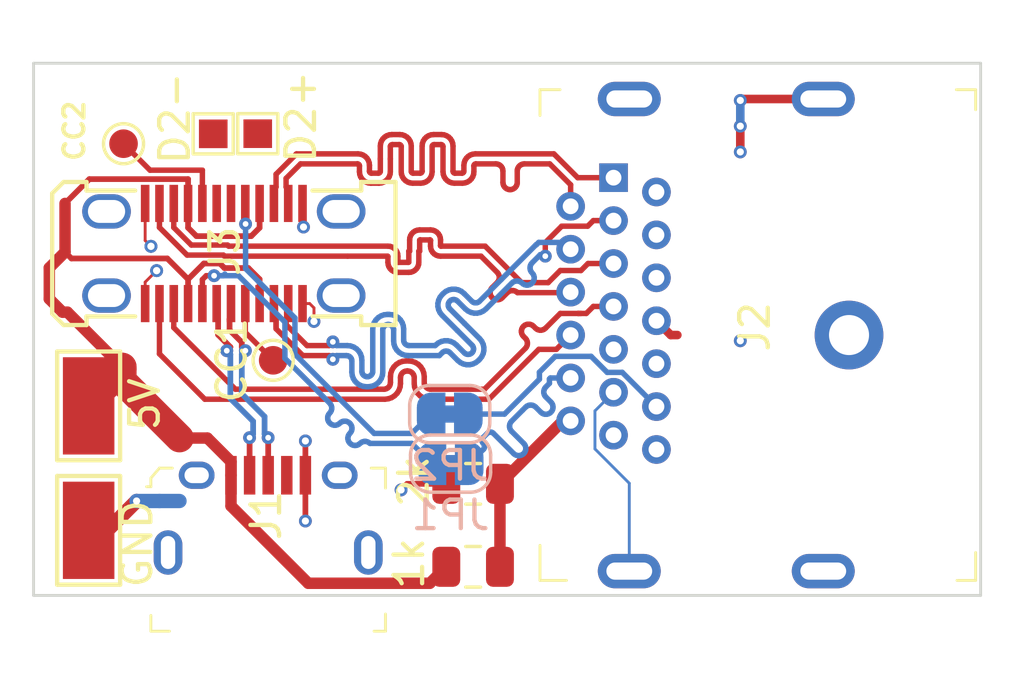
<source format=kicad_pcb>
(kicad_pcb (version 20171130) (host pcbnew "(5.0.0-rc3)")

  (general
    (thickness 1.6)
    (drawings 4)
    (tracks 1047)
    (zones 0)
    (modules 13)
    (nets 27)
  )

  (page A4)
  (layers
    (0 F.Cu signal)
    (1 In1.Cu power)
    (2 In2.Cu power)
    (31 B.Cu signal)
    (32 B.Adhes user)
    (33 F.Adhes user)
    (34 B.Paste user)
    (35 F.Paste user)
    (36 B.SilkS user)
    (37 F.SilkS user)
    (38 B.Mask user)
    (39 F.Mask user)
    (40 Dwgs.User user)
    (41 Cmts.User user)
    (42 Eco1.User user)
    (43 Eco2.User user)
    (44 Edge.Cuts user)
    (45 Margin user)
    (46 B.CrtYd user)
    (47 F.CrtYd user)
    (48 B.Fab user)
    (49 F.Fab user)
  )

  (setup
    (last_trace_width 0.19)
    (trace_clearance 0.1)
    (zone_clearance 0.508)
    (zone_45_only no)
    (trace_min 0.1)
    (segment_width 0.2)
    (edge_width 0.1)
    (via_size 0.45)
    (via_drill 0.2)
    (via_min_size 0.45)
    (via_min_drill 0.2)
    (uvia_size 0.45)
    (uvia_drill 0.19)
    (uvias_allowed no)
    (uvia_min_size 0.2)
    (uvia_min_drill 0.1)
    (pcb_text_width 0.3)
    (pcb_text_size 1.5 1.5)
    (mod_edge_width 0.15)
    (mod_text_size 1 1)
    (mod_text_width 0.15)
    (pad_size 1 1)
    (pad_drill 0)
    (pad_to_mask_clearance 0)
    (aux_axis_origin 0 0)
    (visible_elements FFFFFF7F)
    (pcbplotparams
      (layerselection 0x010fc_ffffffff)
      (usegerberextensions false)
      (usegerberattributes false)
      (usegerberadvancedattributes false)
      (creategerberjobfile false)
      (excludeedgelayer true)
      (linewidth 0.100000)
      (plotframeref false)
      (viasonmask false)
      (mode 1)
      (useauxorigin false)
      (hpglpennumber 1)
      (hpglpenspeed 20)
      (hpglpendiameter 15.000000)
      (psnegative false)
      (psa4output false)
      (plotreference true)
      (plotvalue true)
      (plotinvisibletext false)
      (padsonsilk false)
      (subtractmaskfromsilk false)
      (outputformat 1)
      (mirror false)
      (drillshape 1)
      (scaleselection 1)
      (outputdirectory ""))
  )

  (net 0 "")
  (net 1 /D+)
  (net 2 "Net-(J1-Pad4)")
  (net 3 GND)
  (net 4 /D-)
  (net 5 VBUS)
  (net 6 /CONFIG2)
  (net 7 /AUX-)
  (net 8 /DP_PWR)
  (net 9 /DP3+)
  (net 10 /DP2+)
  (net 11 /DP1+)
  (net 12 /DP0+)
  (net 13 /CONFIG1)
  (net 14 /RETPOW)
  (net 15 /DP3-)
  (net 16 /DP2-)
  (net 17 /DP1-)
  (net 18 /DP0-)
  (net 19 /AUX+)
  (net 20 /HPD)
  (net 21 /CC2)
  (net 22 /CC1)
  (net 23 /D2+)
  (net 24 /D2-)
  (net 25 /pAUX+)
  (net 26 /pAUX-)

  (net_class Default "This is the default net class."
    (clearance 0.1)
    (trace_width 0.19)
    (via_dia 0.45)
    (via_drill 0.2)
    (uvia_dia 0.45)
    (uvia_drill 0.19)
    (diff_pair_gap 0.16)
    (diff_pair_width 0.19)
    (add_net /AUX+)
    (add_net /AUX-)
    (add_net /CC1)
    (add_net /CC2)
    (add_net /CONFIG1)
    (add_net /CONFIG2)
    (add_net /D+)
    (add_net /D-)
    (add_net /D2+)
    (add_net /D2-)
    (add_net /DP0+)
    (add_net /DP0-)
    (add_net /DP1+)
    (add_net /DP1-)
    (add_net /DP2+)
    (add_net /DP2-)
    (add_net /DP3+)
    (add_net /DP3-)
    (add_net /DP_PWR)
    (add_net /HPD)
    (add_net /RETPOW)
    (add_net /pAUX+)
    (add_net /pAUX-)
    (add_net GND)
    (add_net "Net-(J1-Pad4)")
    (add_net VBUS)
  )

  (net_class Power ""
    (clearance 0.1)
    (trace_width 0.5)
    (via_dia 0.7)
    (via_drill 0.4)
    (uvia_dia 0.45)
    (uvia_drill 0.19)
    (diff_pair_gap 0.2)
    (diff_pair_width 0.2)
  )

  (module TestPoint:TestPoint_Pad_1.0x1.0mm (layer F.Cu) (tedit 5B53B702) (tstamp 5B7FD6E9)
    (at 23.65 16.92 270)
    (descr "SMD rectangular pad as test Point, square 1.0mm side length")
    (tags "test point SMD pad rectangle square")
    (path /5B53E96E)
    (attr virtual)
    (fp_text reference D2+ (at -0.59 -1.51 270) (layer F.SilkS)
      (effects (font (size 1 1) (thickness 0.15)))
    )
    (fp_text value Conn_01x01 (at 0 1.55 270) (layer F.Fab)
      (effects (font (size 1 1) (thickness 0.15)))
    )
    (fp_text user D2+ (at 0 -1.45 270) (layer F.Fab)
      (effects (font (size 1 1) (thickness 0.15)))
    )
    (fp_line (start -0.7 -0.7) (end 0.7 -0.7) (layer F.SilkS) (width 0.12))
    (fp_line (start 0.7 -0.7) (end 0.7 0.7) (layer F.SilkS) (width 0.12))
    (fp_line (start 0.7 0.7) (end -0.7 0.7) (layer F.SilkS) (width 0.12))
    (fp_line (start -0.7 0.7) (end -0.7 -0.7) (layer F.SilkS) (width 0.12))
    (fp_line (start -1 -1) (end 1 -1) (layer F.CrtYd) (width 0.05))
    (fp_line (start -1 -1) (end -1 1) (layer F.CrtYd) (width 0.05))
    (fp_line (start 1 1) (end 1 -1) (layer F.CrtYd) (width 0.05))
    (fp_line (start 1 1) (end -1 1) (layer F.CrtYd) (width 0.05))
    (pad 1 smd rect (at 0 0 270) (size 1 1) (layers F.Cu F.Mask)
      (net 24 /D2-))
  )

  (module TestPoint:TestPoint_Pad_1.0x1.0mm (layer F.Cu) (tedit 5B53B706) (tstamp 5B7FD2A5)
    (at 22.094999 16.925001 270)
    (descr "SMD rectangular pad as test Point, square 1.0mm side length")
    (tags "test point SMD pad rectangle square")
    (path /5B53E9D9)
    (attr virtual)
    (fp_text reference D2- (at -0.545001 1.344999 270) (layer F.SilkS)
      (effects (font (size 1 1) (thickness 0.15)))
    )
    (fp_text value Conn_01x01 (at 0 1.55 270) (layer F.Fab)
      (effects (font (size 1 1) (thickness 0.15)))
    )
    (fp_text user %R (at -0.625001 1.404999 270) (layer F.Fab)
      (effects (font (size 1 1) (thickness 0.15)))
    )
    (fp_line (start -0.7 -0.7) (end 0.7 -0.7) (layer F.SilkS) (width 0.12))
    (fp_line (start 0.7 -0.7) (end 0.7 0.7) (layer F.SilkS) (width 0.12))
    (fp_line (start 0.7 0.7) (end -0.7 0.7) (layer F.SilkS) (width 0.12))
    (fp_line (start -0.7 0.7) (end -0.7 -0.7) (layer F.SilkS) (width 0.12))
    (fp_line (start -1 -1) (end 1 -1) (layer F.CrtYd) (width 0.05))
    (fp_line (start -1 -1) (end -1 1) (layer F.CrtYd) (width 0.05))
    (fp_line (start 1 1) (end 1 -1) (layer F.CrtYd) (width 0.05))
    (fp_line (start 1 1) (end -1 1) (layer F.CrtYd) (width 0.05))
    (pad 1 smd rect (at 0 0 270) (size 1 1) (layers F.Cu F.Mask)
      (net 23 /D2+))
  )

  (module Jumper:SolderJumper-2_P1.3mm_Bridged_RoundedPad1.0x1.5mm (layer B.Cu) (tedit 5B391ABA) (tstamp 5B7FC8FF)
    (at 30.36 26.72)
    (descr "SMD Solder Jumper, 1x1.5mm, rounded Pads, 0.3mm gap, bridged with 1 copper strip")
    (tags "solder jumper open")
    (path /5B54DFB4)
    (attr virtual)
    (fp_text reference JP2 (at 0 1.8) (layer B.SilkS)
      (effects (font (size 1 1) (thickness 0.15)) (justify mirror))
    )
    (fp_text value Jumper (at 0 -1.9) (layer B.Fab)
      (effects (font (size 1 1) (thickness 0.15)) (justify mirror))
    )
    (fp_line (start 1.65 -1.25) (end -1.65 -1.25) (layer B.CrtYd) (width 0.05))
    (fp_line (start 1.65 -1.25) (end 1.65 1.25) (layer B.CrtYd) (width 0.05))
    (fp_line (start -1.65 1.25) (end -1.65 -1.25) (layer B.CrtYd) (width 0.05))
    (fp_line (start -1.65 1.25) (end 1.65 1.25) (layer B.CrtYd) (width 0.05))
    (fp_line (start -0.7 1) (end 0.7 1) (layer B.SilkS) (width 0.12))
    (fp_line (start 1.4 0.3) (end 1.4 -0.3) (layer B.SilkS) (width 0.12))
    (fp_line (start 0.7 -1) (end -0.7 -1) (layer B.SilkS) (width 0.12))
    (fp_line (start -1.4 -0.3) (end -1.4 0.3) (layer B.SilkS) (width 0.12))
    (fp_arc (start -0.7 0.3) (end -0.7 1) (angle 90) (layer B.SilkS) (width 0.12))
    (fp_arc (start -0.7 -0.3) (end -1.4 -0.3) (angle 90) (layer B.SilkS) (width 0.12))
    (fp_arc (start 0.7 -0.3) (end 0.7 -1) (angle 90) (layer B.SilkS) (width 0.12))
    (fp_arc (start 0.7 0.3) (end 1.4 0.3) (angle 90) (layer B.SilkS) (width 0.12))
    (pad 2 smd custom (at 0.65 0) (size 1 0.5) (layers B.Cu B.Mask)
      (net 7 /AUX-) (zone_connect 0)
      (options (clearance outline) (anchor rect))
      (primitives
        (gr_circle (center 0 -0.25) (end 0.5 -0.25) (width 0))
        (gr_circle (center 0 0.25) (end 0.5 0.25) (width 0))
        (gr_poly (pts
           (xy 0 0.75) (xy -0.5 0.75) (xy -0.5 -0.75) (xy 0 -0.75)) (width 0))
      ))
    (pad 1 smd custom (at -0.65 0) (size 1 0.5) (layers B.Cu B.Mask)
      (net 26 /pAUX-) (zone_connect 0)
      (options (clearance outline) (anchor rect))
      (primitives
        (gr_circle (center 0 -0.25) (end 0.5 -0.25) (width 0))
        (gr_circle (center 0 0.25) (end 0.5 0.25) (width 0))
        (gr_poly (pts
           (xy 0 0.75) (xy 0.5 0.75) (xy 0.5 -0.75) (xy 0 -0.75)) (width 0))
        (gr_poly (pts
           (xy 0.9 0.3) (xy 0.4 0.3) (xy 0.4 -0.3) (xy 0.9 -0.3)) (width 0))
      ))
  )

  (module Jumper:SolderJumper-2_P1.3mm_Bridged_RoundedPad1.0x1.5mm (layer B.Cu) (tedit 5B391ABA) (tstamp 5B7FCE02)
    (at 30.39 28.45)
    (descr "SMD Solder Jumper, 1x1.5mm, rounded Pads, 0.3mm gap, bridged with 1 copper strip")
    (tags "solder jumper open")
    (path /5B54DF4C)
    (attr virtual)
    (fp_text reference JP1 (at 0 1.8) (layer B.SilkS)
      (effects (font (size 1 1) (thickness 0.15)) (justify mirror))
    )
    (fp_text value Jumper (at 0 -1.9) (layer B.Fab)
      (effects (font (size 1 1) (thickness 0.15)) (justify mirror))
    )
    (fp_arc (start 0.7 0.3) (end 1.4 0.3) (angle 90) (layer B.SilkS) (width 0.12))
    (fp_arc (start 0.7 -0.3) (end 0.7 -1) (angle 90) (layer B.SilkS) (width 0.12))
    (fp_arc (start -0.7 -0.3) (end -1.4 -0.3) (angle 90) (layer B.SilkS) (width 0.12))
    (fp_arc (start -0.7 0.3) (end -0.7 1) (angle 90) (layer B.SilkS) (width 0.12))
    (fp_line (start -1.4 -0.3) (end -1.4 0.3) (layer B.SilkS) (width 0.12))
    (fp_line (start 0.7 -1) (end -0.7 -1) (layer B.SilkS) (width 0.12))
    (fp_line (start 1.4 0.3) (end 1.4 -0.3) (layer B.SilkS) (width 0.12))
    (fp_line (start -0.7 1) (end 0.7 1) (layer B.SilkS) (width 0.12))
    (fp_line (start -1.65 1.25) (end 1.65 1.25) (layer B.CrtYd) (width 0.05))
    (fp_line (start -1.65 1.25) (end -1.65 -1.25) (layer B.CrtYd) (width 0.05))
    (fp_line (start 1.65 -1.25) (end 1.65 1.25) (layer B.CrtYd) (width 0.05))
    (fp_line (start 1.65 -1.25) (end -1.65 -1.25) (layer B.CrtYd) (width 0.05))
    (pad 1 smd custom (at -0.65 0) (size 1 0.5) (layers B.Cu B.Mask)
      (net 25 /pAUX+) (zone_connect 0)
      (options (clearance outline) (anchor rect))
      (primitives
        (gr_circle (center 0 -0.25) (end 0.5 -0.25) (width 0))
        (gr_circle (center 0 0.25) (end 0.5 0.25) (width 0))
        (gr_poly (pts
           (xy 0 0.75) (xy 0.5 0.75) (xy 0.5 -0.75) (xy 0 -0.75)) (width 0))
        (gr_poly (pts
           (xy 0.9 0.3) (xy 0.4 0.3) (xy 0.4 -0.3) (xy 0.9 -0.3)) (width 0))
      ))
    (pad 2 smd custom (at 0.65 0) (size 1 0.5) (layers B.Cu B.Mask)
      (net 19 /AUX+) (zone_connect 0)
      (options (clearance outline) (anchor rect))
      (primitives
        (gr_circle (center 0 -0.25) (end 0.5 -0.25) (width 0))
        (gr_circle (center 0 0.25) (end 0.5 0.25) (width 0))
        (gr_poly (pts
           (xy 0 0.75) (xy -0.5 0.75) (xy -0.5 -0.75) (xy 0 -0.75)) (width 0))
      ))
  )

  (module digikey-footprints:DisplayPort_2040210-1 (layer F.Cu) (tedit 5B536978) (tstamp 5B43AAA8)
    (at 44.315575 23.957256 90)
    (path /5B4165A0)
    (fp_text reference J2 (at 0.287256 -3.295575 90) (layer F.SilkS)
      (effects (font (size 1 1) (thickness 0.15)))
    )
    (fp_text value 2040210-1 (at -0.425 5.275 90) (layer F.Fab)
      (effects (font (size 1 1) (thickness 0.15)))
    )
    (fp_text user %R (at 0.275 -3.225 90) (layer F.Fab)
      (effects (font (size 1 1) (thickness 0.15)))
    )
    (fp_line (start -9.1 -11) (end -9.1 4.6) (layer F.CrtYd) (width 0.05))
    (fp_line (start 9.1 4.6) (end -9.1 4.6) (layer F.CrtYd) (width 0.05))
    (fp_line (start 9.1 -11) (end 9.1 4.6) (layer F.CrtYd) (width 0.05))
    (fp_line (start -9.1 -11) (end 9.1 -11) (layer F.CrtYd) (width 0.05))
    (fp_line (start -7.35 -10.8) (end -8.575 -10.8) (layer F.SilkS) (width 0.1))
    (fp_line (start -8.575 -10.8) (end -8.575 -9.875) (layer F.SilkS) (width 0.1))
    (fp_line (start -7.6 4.425) (end -8.575 4.425) (layer F.SilkS) (width 0.1))
    (fp_line (start -8.575 4.425) (end -8.575 3.775) (layer F.SilkS) (width 0.1))
    (fp_line (start 8.575 3.75) (end 8.575 4.425) (layer F.SilkS) (width 0.1))
    (fp_line (start 8.575 4.425) (end 7.875 4.425) (layer F.SilkS) (width 0.1))
    (fp_line (start 7.675 -10.8) (end 8.575 -10.8) (layer F.SilkS) (width 0.1))
    (fp_line (start 8.575 -10.8) (end 8.575 -10.1) (layer F.SilkS) (width 0.1))
    (fp_line (start 8.45 4.3) (end -8.45 4.3) (layer F.Fab) (width 0.1))
    (fp_line (start -8.45 -10.68) (end -8.45 4.3) (layer F.Fab) (width 0.1))
    (fp_line (start 8.45 -10.68) (end 8.45 4.3) (layer F.Fab) (width 0.1))
    (fp_line (start -8.45 -10.68) (end 8.45 -10.68) (layer F.Fab) (width 0.1))
    (pad SH thru_hole circle (at 0 0 90) (size 2.4 2.4) (drill 1.4) (layers *.Cu *.Mask)
      (net 3 GND))
    (pad 2 thru_hole circle (at 5 -6.73 90) (size 1 1) (drill 0.55) (layers *.Cu *.Mask)
      (net 3 GND))
    (pad 5 thru_hole circle (at 3.5 -6.73 90) (size 1 1) (drill 0.55) (layers *.Cu *.Mask)
      (net 3 GND))
    (pad 8 thru_hole circle (at 2 -6.73 90) (size 1 1) (drill 0.55) (layers *.Cu *.Mask)
      (net 3 GND))
    (pad 11 thru_hole circle (at 0.5 -6.73 90) (size 1 1) (drill 0.55) (layers *.Cu *.Mask)
      (net 3 GND))
    (pad 14 thru_hole circle (at -1 -6.73 90) (size 1 1) (drill 0.55) (layers *.Cu *.Mask)
      (net 6 /CONFIG2))
    (pad 17 thru_hole circle (at -2.5 -6.73 90) (size 1 1) (drill 0.55) (layers *.Cu *.Mask)
      (net 7 /AUX-))
    (pad 20 thru_hole circle (at -4 -6.73 90) (size 1 1) (drill 0.55) (layers *.Cu *.Mask)
      (net 8 /DP_PWR))
    (pad 1 thru_hole rect (at 5.5 -8.23 90) (size 1 1) (drill 0.55) (layers *.Cu *.Mask)
      (net 15 /DP3-))
    (pad 4 thru_hole circle (at 4 -8.23 90) (size 1 1) (drill 0.55) (layers *.Cu *.Mask)
      (net 16 /DP2-))
    (pad 7 thru_hole circle (at 2.5 -8.23 90) (size 1 1) (drill 0.55) (layers *.Cu *.Mask)
      (net 17 /DP1-))
    (pad 10 thru_hole circle (at 1 -8.23 90) (size 1 1) (drill 0.55) (layers *.Cu *.Mask)
      (net 18 /DP0-))
    (pad 13 thru_hole circle (at -0.5 -8.23 90) (size 1 1) (drill 0.55) (layers *.Cu *.Mask)
      (net 13 /CONFIG1))
    (pad 16 thru_hole circle (at -2 -8.23 90) (size 1 1) (drill 0.55) (layers *.Cu *.Mask)
      (net 3 GND))
    (pad 19 thru_hole circle (at -3.5 -8.23 90) (size 1 1) (drill 0.55) (layers *.Cu *.Mask)
      (net 14 /RETPOW))
    (pad 3 thru_hole circle (at 4.5 -9.73 90) (size 1 1) (drill 0.55) (layers *.Cu *.Mask)
      (net 9 /DP3+))
    (pad 6 thru_hole circle (at 3 -9.73 90) (size 1 1) (drill 0.55) (layers *.Cu *.Mask)
      (net 10 /DP2+))
    (pad 9 thru_hole circle (at 1.5 -9.73 90) (size 1 1) (drill 0.55) (layers *.Cu *.Mask)
      (net 11 /DP1+))
    (pad 12 thru_hole circle (at 0 -9.73 90) (size 1 1) (drill 0.55) (layers *.Cu *.Mask)
      (net 12 /DP0+))
    (pad 15 thru_hole circle (at -1.5 -9.73 90) (size 1 1) (drill 0.55) (layers *.Cu *.Mask)
      (net 19 /AUX+))
    (pad 18 thru_hole circle (at -3 -9.73 90) (size 1 1) (drill 0.55) (layers *.Cu *.Mask)
      (net 20 /HPD))
    (pad SH thru_hole oval (at 8.25 -0.9 90) (size 1.2 2.2) (drill oval 0.6 1.6) (layers *.Cu *.Mask)
      (net 3 GND))
    (pad SH thru_hole oval (at -8.25 -0.9 90) (size 1.2 2.2) (drill oval 0.6 1.6) (layers *.Cu *.Mask)
      (net 3 GND))
    (pad SH thru_hole oval (at 8.25 -7.68 90) (size 1.2 2.2) (drill oval 0.6 1.6) (layers *.Cu *.Mask)
      (net 3 GND))
    (pad SH thru_hole oval (at -8.25 -7.68 90) (size 1.2 2.2) (drill oval 0.6 1.6) (layers *.Cu *.Mask)
      (net 3 GND))
  )

  (module TestPoint:TestPoint_Keystone_5015_Micro-Minature (layer F.Cu) (tedit 5B53B72E) (tstamp 5B750FA9)
    (at 17.740574 30.782257 270)
    (descr "SMT Test Point- Micro Miniature 5015, http://www.keyelco.com/product-pdf.cfm?p=1353")
    (tags "Test Point")
    (path /5B54C39C)
    (attr smd)
    (fp_text reference GND (at 0.467743 -1.699426 270) (layer F.SilkS)
      (effects (font (size 1 1) (thickness 0.15)))
    )
    (fp_text value Conn_01x01 (at 0 2.25 270) (layer F.Fab)
      (effects (font (size 1 1) (thickness 0.15)))
    )
    (fp_line (start -1.35 0.5) (end -1.35 -0.5) (layer F.Fab) (width 0.15))
    (fp_line (start 1.35 -0.5) (end -1.35 -0.5) (layer F.Fab) (width 0.15))
    (fp_line (start 1.35 -0.5) (end 1.35 0.5) (layer F.Fab) (width 0.15))
    (fp_line (start -1.35 0.5) (end 1.35 0.5) (layer F.Fab) (width 0.15))
    (fp_line (start -1.9 1.1) (end -1.9 -1.1) (layer F.SilkS) (width 0.15))
    (fp_line (start 1.9 1.1) (end -1.9 1.1) (layer F.SilkS) (width 0.15))
    (fp_line (start 1.9 -1.1) (end 1.9 1.1) (layer F.SilkS) (width 0.15))
    (fp_line (start -1.9 -1.1) (end 1.9 -1.1) (layer F.SilkS) (width 0.15))
    (fp_line (start -2.15 1.35) (end -2.15 -1.35) (layer F.CrtYd) (width 0.05))
    (fp_line (start 2.15 1.35) (end -2.15 1.35) (layer F.CrtYd) (width 0.05))
    (fp_line (start 2.15 -1.35) (end 2.15 1.35) (layer F.CrtYd) (width 0.05))
    (fp_line (start -2.15 -1.35) (end 2.15 -1.35) (layer F.CrtYd) (width 0.05))
    (fp_text user %R (at 0 0 270) (layer F.Fab)
      (effects (font (size 0.6 0.6) (thickness 0.09)))
    )
    (pad 1 smd rect (at 0 0 270) (size 3.4 1.8) (layers F.Cu F.Paste F.Mask)
      (net 3 GND))
    (model ${KISYS3DMOD}/TestPoint.3dshapes/TestPoint_Keystone_5015_Micro-Minature.wrl
      (at (xyz 0 0 0))
      (scale (xyz 1 1 1))
      (rotate (xyz 0 0 0))
    )
  )

  (module TestPoint:TestPoint_Keystone_5015_Micro-Minature (layer F.Cu) (tedit 5B53B739) (tstamp 5B750F97)
    (at 17.740574 26.432257 270)
    (descr "SMT Test Point- Micro Miniature 5015, http://www.keyelco.com/product-pdf.cfm?p=1353")
    (tags "Test Point")
    (path /5B54C330)
    (attr smd)
    (fp_text reference 5V (at -0.052257 -1.959426 270) (layer F.SilkS)
      (effects (font (size 1 1) (thickness 0.15)))
    )
    (fp_text value Conn_01x01 (at 0 2.25 270) (layer F.Fab)
      (effects (font (size 1 1) (thickness 0.15)))
    )
    (fp_text user %R (at 0 0 270) (layer F.Fab)
      (effects (font (size 0.6 0.6) (thickness 0.09)))
    )
    (fp_line (start -2.15 -1.35) (end 2.15 -1.35) (layer F.CrtYd) (width 0.05))
    (fp_line (start 2.15 -1.35) (end 2.15 1.35) (layer F.CrtYd) (width 0.05))
    (fp_line (start 2.15 1.35) (end -2.15 1.35) (layer F.CrtYd) (width 0.05))
    (fp_line (start -2.15 1.35) (end -2.15 -1.35) (layer F.CrtYd) (width 0.05))
    (fp_line (start -1.9 -1.1) (end 1.9 -1.1) (layer F.SilkS) (width 0.15))
    (fp_line (start 1.9 -1.1) (end 1.9 1.1) (layer F.SilkS) (width 0.15))
    (fp_line (start 1.9 1.1) (end -1.9 1.1) (layer F.SilkS) (width 0.15))
    (fp_line (start -1.9 1.1) (end -1.9 -1.1) (layer F.SilkS) (width 0.15))
    (fp_line (start -1.35 0.5) (end 1.35 0.5) (layer F.Fab) (width 0.15))
    (fp_line (start 1.35 -0.5) (end 1.35 0.5) (layer F.Fab) (width 0.15))
    (fp_line (start 1.35 -0.5) (end -1.35 -0.5) (layer F.Fab) (width 0.15))
    (fp_line (start -1.35 0.5) (end -1.35 -0.5) (layer F.Fab) (width 0.15))
    (pad 1 smd rect (at 0 0 270) (size 3.4 1.8) (layers F.Cu F.Paste F.Mask)
      (net 5 VBUS))
    (model ${KISYS3DMOD}/TestPoint.3dshapes/TestPoint_Keystone_5015_Micro-Minature.wrl
      (at (xyz 0 0 0))
      (scale (xyz 1 1 1))
      (rotate (xyz 0 0 0))
    )
  )

  (module TestPoint:TestPoint_Pad_D1.0mm (layer F.Cu) (tedit 5B5386AF) (tstamp 5B74FB17)
    (at 18.96 17.27 90)
    (descr "SMD pad as test Point, diameter 1.0mm")
    (tags "test point SMD pad")
    (path /5B546614)
    (attr virtual)
    (fp_text reference CC2 (at 0.45 -1.72 270) (layer F.SilkS)
      (effects (font (size 0.7 0.7) (thickness 0.15)))
    )
    (fp_text value Conn_01x01 (at 0 1.55 90) (layer F.Fab)
      (effects (font (size 1 1) (thickness 0.15)))
    )
    (fp_text user %R (at 0 -1.45 90) (layer F.Fab)
      (effects (font (size 1 1) (thickness 0.15)))
    )
    (fp_circle (center 0 0) (end 1 0) (layer F.CrtYd) (width 0.05))
    (fp_circle (center 0 0) (end 0 0.7) (layer F.SilkS) (width 0.12))
    (pad 1 smd circle (at 0 0 90) (size 1 1) (layers F.Cu F.Mask)
      (net 21 /CC2))
  )

  (module TestPoint:TestPoint_Pad_D1.0mm (layer F.Cu) (tedit 5B53B74B) (tstamp 5B74FB0F)
    (at 24.19 24.84 90)
    (descr "SMD pad as test Point, diameter 1.0mm")
    (tags "test point SMD pad")
    (path /5B548757)
    (attr virtual)
    (fp_text reference CC1 (at 0 -1.448 90) (layer F.SilkS)
      (effects (font (size 1 1) (thickness 0.15)))
    )
    (fp_text value Conn_01x01 (at 0 1.55 90) (layer F.Fab)
      (effects (font (size 1 1) (thickness 0.15)))
    )
    (fp_circle (center 0 0) (end 0 0.7) (layer F.SilkS) (width 0.12))
    (fp_circle (center 0 0) (end 1 0) (layer F.CrtYd) (width 0.05))
    (fp_text user %R (at 0 -1.45 90) (layer F.Fab)
      (effects (font (size 1 1) (thickness 0.15)))
    )
    (pad 1 smd circle (at 0 0 90) (size 1 1) (layers F.Cu F.Mask)
      (net 22 /CC1))
  )

  (module Resistor_SMD:R_0805_2012Metric (layer F.Cu) (tedit 5B53B771) (tstamp 5B538562)
    (at 31.178075 29.157256 180)
    (descr "Resistor SMD 0805 (2012 Metric), square (rectangular) end terminal, IPC_7351 nominal, (Body size source: https://docs.google.com/spreadsheets/d/1BsfQQcO9C6DZCsRaXUlFlo91Tg2WpOkGARC1WS5S8t0/edit?usp=sharing), generated with kicad-footprint-generator")
    (tags resistor)
    (path /5B538E7F)
    (attr smd)
    (fp_text reference 2k (at 2.078075 0.077256 270) (layer F.SilkS)
      (effects (font (size 1 1) (thickness 0.15)))
    )
    (fp_text value 2k (at 0 1.65 180) (layer F.Fab)
      (effects (font (size 1 1) (thickness 0.15)))
    )
    (fp_text user %R (at 0 0 180) (layer F.Fab)
      (effects (font (size 0.5 0.5) (thickness 0.08)))
    )
    (fp_line (start 1.68 0.95) (end -1.68 0.95) (layer F.CrtYd) (width 0.05))
    (fp_line (start 1.68 -0.95) (end 1.68 0.95) (layer F.CrtYd) (width 0.05))
    (fp_line (start -1.68 -0.95) (end 1.68 -0.95) (layer F.CrtYd) (width 0.05))
    (fp_line (start -1.68 0.95) (end -1.68 -0.95) (layer F.CrtYd) (width 0.05))
    (fp_line (start -0.258578 0.71) (end 0.258578 0.71) (layer F.SilkS) (width 0.12))
    (fp_line (start -0.258578 -0.71) (end 0.258578 -0.71) (layer F.SilkS) (width 0.12))
    (fp_line (start 1 0.6) (end -1 0.6) (layer F.Fab) (width 0.1))
    (fp_line (start 1 -0.6) (end 1 0.6) (layer F.Fab) (width 0.1))
    (fp_line (start -1 -0.6) (end 1 -0.6) (layer F.Fab) (width 0.1))
    (fp_line (start -1 0.6) (end -1 -0.6) (layer F.Fab) (width 0.1))
    (pad 2 smd roundrect (at 0.9375 0 180) (size 0.975 1.4) (layers F.Cu F.Paste F.Mask) (roundrect_rratio 0.25)
      (net 3 GND))
    (pad 1 smd roundrect (at -0.9375 0 180) (size 0.975 1.4) (layers F.Cu F.Paste F.Mask) (roundrect_rratio 0.25)
      (net 20 /HPD))
    (model ${KISYS3DMOD}/Resistor_SMD.3dshapes/R_0805_2012Metric.wrl
      (at (xyz 0 0 0))
      (scale (xyz 1 1 1))
      (rotate (xyz 0 0 0))
    )
  )

  (module Resistor_SMD:R_0805_2012Metric (layer F.Cu) (tedit 5B53B76D) (tstamp 5B538929)
    (at 31.178075 32.057256)
    (descr "Resistor SMD 0805 (2012 Metric), square (rectangular) end terminal, IPC_7351 nominal, (Body size source: https://docs.google.com/spreadsheets/d/1BsfQQcO9C6DZCsRaXUlFlo91Tg2WpOkGARC1WS5S8t0/edit?usp=sharing), generated with kicad-footprint-generator")
    (tags resistor)
    (path /5B420FE5)
    (attr smd)
    (fp_text reference 1k (at -2.238075 -0.117256 90) (layer F.SilkS)
      (effects (font (size 1 1) (thickness 0.15)))
    )
    (fp_text value 1k (at 0 1.65) (layer F.Fab)
      (effects (font (size 1 1) (thickness 0.15)))
    )
    (fp_line (start -1 0.6) (end -1 -0.6) (layer F.Fab) (width 0.1))
    (fp_line (start -1 -0.6) (end 1 -0.6) (layer F.Fab) (width 0.1))
    (fp_line (start 1 -0.6) (end 1 0.6) (layer F.Fab) (width 0.1))
    (fp_line (start 1 0.6) (end -1 0.6) (layer F.Fab) (width 0.1))
    (fp_line (start -0.258578 -0.71) (end 0.258578 -0.71) (layer F.SilkS) (width 0.12))
    (fp_line (start -0.258578 0.71) (end 0.258578 0.71) (layer F.SilkS) (width 0.12))
    (fp_line (start -1.68 0.95) (end -1.68 -0.95) (layer F.CrtYd) (width 0.05))
    (fp_line (start -1.68 -0.95) (end 1.68 -0.95) (layer F.CrtYd) (width 0.05))
    (fp_line (start 1.68 -0.95) (end 1.68 0.95) (layer F.CrtYd) (width 0.05))
    (fp_line (start 1.68 0.95) (end -1.68 0.95) (layer F.CrtYd) (width 0.05))
    (fp_text user %R (at 0 0) (layer F.Fab)
      (effects (font (size 0.5 0.5) (thickness 0.08)))
    )
    (pad 1 smd roundrect (at -0.9375 0) (size 0.975 1.4) (layers F.Cu F.Paste F.Mask) (roundrect_rratio 0.25)
      (net 5 VBUS))
    (pad 2 smd roundrect (at 0.9375 0) (size 0.975 1.4) (layers F.Cu F.Paste F.Mask) (roundrect_rratio 0.25)
      (net 20 /HPD))
    (model ${KISYS3DMOD}/Resistor_SMD.3dshapes/R_0805_2012Metric.wrl
      (at (xyz 0 0 0))
      (scale (xyz 1 1 1))
      (rotate (xyz 0 0 0))
    )
  )

  (module USB_C:DX07S024WJ3R400 (layer F.Cu) (tedit 5B01F4D7) (tstamp 5B43AADE)
    (at 22.465575 22.407256 180)
    (path /5B4168D2)
    (attr smd)
    (fp_text reference J3 (at -0.034425 1.377256 90) (layer F.SilkS)
      (effects (font (size 1 1) (thickness 0.15)))
    )
    (fp_text value USB_C_Receptacle (at 0.1 -2.4 180) (layer F.Fab)
      (effects (font (size 1 1) (thickness 0.15)))
    )
    (fp_line (start 4.8 3.5) (end 3.1 3.5) (layer F.SilkS) (width 0.15))
    (fp_line (start 4.8 3.8) (end 4.8 3.5) (layer F.SilkS) (width 0.15))
    (fp_line (start 5.6 3.8) (end 4.8 3.8) (layer F.SilkS) (width 0.15))
    (fp_line (start 6 3.4) (end 5.6 3.8) (layer F.SilkS) (width 0.15))
    (fp_line (start 6 -0.8) (end 6 3.4) (layer F.SilkS) (width 0.15))
    (fp_line (start 5.6 -1.2) (end 6 -0.8) (layer F.SilkS) (width 0.15))
    (fp_line (start 4.8 -1.2) (end 5.6 -1.2) (layer F.SilkS) (width 0.15))
    (fp_line (start 4.8 -0.9) (end 4.8 -1.2) (layer F.SilkS) (width 0.15))
    (fp_line (start 3.1 -0.9) (end 4.8 -0.9) (layer F.SilkS) (width 0.15))
    (fp_line (start -4.8 -0.9) (end -3.1 -0.9) (layer F.SilkS) (width 0.15))
    (fp_line (start -4.8 -1.2) (end -4.8 -0.9) (layer F.SilkS) (width 0.15))
    (fp_line (start -6 -1.2) (end -4.8 -1.2) (layer F.SilkS) (width 0.15))
    (fp_line (start -4.8 3.5) (end -3.1 3.5) (layer F.SilkS) (width 0.15))
    (fp_line (start -4.8 3.8) (end -4.8 3.5) (layer F.SilkS) (width 0.15))
    (fp_line (start -6 3.8) (end -4.8 3.8) (layer F.SilkS) (width 0.15))
    (fp_line (start -6 -1.2) (end -6 3.8) (layer F.SilkS) (width 0.15))
    (fp_line (start -6.2 4) (end -6.2 -1.4) (layer F.CrtYd) (width 0.05))
    (fp_line (start 6.2 4) (end -6.2 4) (layer F.CrtYd) (width 0.05))
    (fp_line (start 6.2 -1.4) (end 6.2 4) (layer F.CrtYd) (width 0.05))
    (fp_line (start -6.2 -1.4) (end 6.2 -1.4) (layer F.CrtYd) (width 0.05))
    (pad "" np_thru_hole circle (at 5.5 0 180) (size 0.6 0.6) (drill 0.6) (layers *.Cu *.Mask))
    (pad "" np_thru_hole circle (at -5.5 0 180) (size 0.6 0.6) (drill 0.6) (layers *.Cu *.Mask))
    (pad S1 thru_hole oval (at -4.1 2.77 180) (size 1.7 1.2) (drill oval 1.3 0.8) (layers *.Cu *.Mask)
      (net 3 GND))
    (pad S1 thru_hole oval (at 4.1 2.77 180) (size 1.7 1.2) (drill oval 1.3 0.8) (layers *.Cu *.Mask)
      (net 3 GND))
    (pad S1 thru_hole oval (at 4.1 -0.17 180) (size 1.7 1.2) (drill oval 1.3 0.8) (layers *.Cu *.Mask)
      (net 3 GND))
    (pad S1 thru_hole oval (at -4.1 -0.17 180) (size 1.7 1.2) (drill oval 1.3 0.8) (layers *.Cu *.Mask)
      (net 3 GND))
    (pad B1 smd rect (at 2.75 3.05 180) (size 0.3 1.3) (layers F.Cu F.Paste F.Mask)
      (net 3 GND))
    (pad A12 smd rect (at 2.75 -0.45 180) (size 0.3 1.3) (layers F.Cu F.Paste F.Mask)
      (net 3 GND))
    (pad B2 smd rect (at 2.25 3.05 180) (size 0.3 1.3) (layers F.Cu F.Paste F.Mask)
      (net 11 /DP1+))
    (pad A11 smd rect (at 2.25 -0.45 180) (size 0.3 1.3) (layers F.Cu F.Paste F.Mask)
      (net 12 /DP0+))
    (pad B3 smd rect (at 1.75 3.05 180) (size 0.3 1.3) (layers F.Cu F.Paste F.Mask)
      (net 17 /DP1-))
    (pad A10 smd rect (at 1.75 -0.45 180) (size 0.3 1.3) (layers F.Cu F.Paste F.Mask)
      (net 18 /DP0-))
    (pad B4 smd rect (at 1.25 3.05 180) (size 0.3 1.3) (layers F.Cu F.Paste F.Mask)
      (net 5 VBUS))
    (pad A9 smd rect (at 1.25 -0.45 180) (size 0.3 1.3) (layers F.Cu F.Paste F.Mask)
      (net 5 VBUS))
    (pad B5 smd rect (at 0.75 3.05 180) (size 0.3 1.3) (layers F.Cu F.Paste F.Mask)
      (net 21 /CC2))
    (pad A8 smd rect (at 0.75 -0.45 180) (size 0.3 1.3) (layers F.Cu F.Paste F.Mask)
      (net 25 /pAUX+))
    (pad B6 smd rect (at 0.25 3.05 180) (size 0.3 1.3) (layers F.Cu F.Paste F.Mask)
      (net 23 /D2+))
    (pad A7 smd rect (at 0.25 -0.45 180) (size 0.3 1.3) (layers F.Cu F.Paste F.Mask)
      (net 4 /D-))
    (pad B7 smd rect (at -0.25 3.05 180) (size 0.3 1.3) (layers F.Cu F.Paste F.Mask)
      (net 24 /D2-))
    (pad A6 smd rect (at -0.25 -0.45 180) (size 0.3 1.3) (layers F.Cu F.Paste F.Mask)
      (net 1 /D+))
    (pad B8 smd rect (at -0.75 3.05 180) (size 0.3 1.3) (layers F.Cu F.Paste F.Mask)
      (net 26 /pAUX-))
    (pad A5 smd rect (at -0.75 -0.45 180) (size 0.3 1.3) (layers F.Cu F.Paste F.Mask)
      (net 22 /CC1))
    (pad B9 smd rect (at -1.25 3.05 180) (size 0.3 1.3) (layers F.Cu F.Paste F.Mask)
      (net 5 VBUS))
    (pad A4 smd rect (at -1.25 -0.45 180) (size 0.3 1.3) (layers F.Cu F.Paste F.Mask)
      (net 5 VBUS))
    (pad B10 smd rect (at -1.75 3.05 180) (size 0.3 1.3) (layers F.Cu F.Paste F.Mask)
      (net 15 /DP3-))
    (pad A3 smd rect (at -1.75 -0.45 180) (size 0.3 1.3) (layers F.Cu F.Paste F.Mask)
      (net 16 /DP2-))
    (pad B11 smd rect (at -2.25 3.05 180) (size 0.3 1.3) (layers F.Cu F.Paste F.Mask)
      (net 9 /DP3+))
    (pad A2 smd rect (at -2.25 -0.45 180) (size 0.3 1.3) (layers F.Cu F.Paste F.Mask)
      (net 10 /DP2+))
    (pad B12 smd rect (at -2.75 3.05 180) (size 0.3 1.3) (layers F.Cu F.Paste F.Mask)
      (net 3 GND))
    (pad A1 smd rect (at -2.75 -0.45 180) (size 0.3 1.3) (layers F.Cu F.Paste F.Mask)
      (net 3 GND))
  )

  (module digikey-footprints:USB_Micro_B_Female_10118194-0001LF (layer F.Cu) (tedit 5B43B285) (tstamp 5B7FD9DC)
    (at 24.015575 28.857256)
    (descr http://portal.fciconnect.com/Comergent//fci/drawing/10118194.pdf)
    (path /5B41DD1F)
    (fp_text reference J1 (at -0.075575 1.402744 90) (layer F.SilkS)
      (effects (font (size 1 1) (thickness 0.15)))
    )
    (fp_text value USB_B_Micro (at 0 7) (layer F.Fab)
      (effects (font (size 1 1) (thickness 0.15)))
    )
    (fp_line (start 4.5 5.75) (end 4.5 -1) (layer F.CrtYd) (width 0.05))
    (fp_line (start -4.5 5.75) (end 4.5 5.75) (layer F.CrtYd) (width 0.05))
    (fp_line (start -4.5 5.75) (end -4.5 -1) (layer F.CrtYd) (width 0.05))
    (fp_line (start -4.5 -1) (end 4.5 -1) (layer F.CrtYd) (width 0.05))
    (fp_line (start -4.1 4.9) (end -4.1 5.45) (layer F.SilkS) (width 0.1))
    (fp_line (start -4.1 5.45) (end -3.45 5.45) (layer F.SilkS) (width 0.1))
    (fp_line (start 4.1 4.85) (end 4.1 5.45) (layer F.SilkS) (width 0.1))
    (fp_line (start 4.1 5.45) (end 3.7 5.45) (layer F.SilkS) (width 0.1))
    (fp_line (start 3.6 -0.25) (end 4.1 -0.25) (layer F.SilkS) (width 0.1))
    (fp_line (start 4.1 -0.25) (end 4.1 0.45) (layer F.SilkS) (width 0.1))
    (fp_line (start -3.35 -0.25) (end -3.8 -0.25) (layer F.SilkS) (width 0.1))
    (fp_line (start -3.8 -0.25) (end -4.1 0.1) (layer F.SilkS) (width 0.1))
    (fp_line (start -4.1 0.1) (end -4.1 0.4) (layer F.SilkS) (width 0.1))
    (fp_line (start -4.1 0.4) (end -4.25 0.4) (layer F.SilkS) (width 0.1))
    (fp_line (start -4.03 5.38) (end -4.02 0.23) (layer F.Fab) (width 0.1))
    (fp_line (start 4.02 -0.15) (end -3.71 -0.15) (layer F.Fab) (width 0.1))
    (fp_line (start -4.02 0.23) (end -3.71 -0.15) (layer F.Fab) (width 0.1))
    (fp_text user %R (at 0 2.84) (layer F.Fab)
      (effects (font (size 1 1) (thickness 0.15)))
    )
    (fp_line (start -4.025 5.38) (end 4.025 5.38) (layer F.Fab) (width 0.1))
    (fp_line (start 4.025 5.38) (end 4.025 -0.15) (layer F.Fab) (width 0.1))
    (pad 3 smd rect (at 0 0) (size 0.4 1.35) (layers F.Cu F.Paste F.Mask)
      (net 1 /D+))
    (pad 4 smd rect (at 0.65 0) (size 0.4 1.35) (layers F.Cu F.Paste F.Mask)
      (net 2 "Net-(J1-Pad4)"))
    (pad 5 smd rect (at 1.3 0) (size 0.4 1.35) (layers F.Cu F.Paste F.Mask)
      (net 3 GND))
    (pad 2 smd rect (at -0.65 0) (size 0.4 1.35) (layers F.Cu F.Paste F.Mask)
      (net 4 /D-))
    (pad 1 smd rect (at -1.3 0) (size 0.4 1.35) (layers F.Cu F.Paste F.Mask)
      (net 5 VBUS))
    (pad SH thru_hole oval (at 2.5 0) (size 1.25 0.95) (drill oval 0.85 0.55) (layers *.Cu *.Mask))
    (pad SH thru_hole oval (at -2.5 0) (size 1.25 0.95) (drill oval 0.85 0.55) (layers *.Cu *.Mask))
    (pad SH thru_hole oval (at -3.5 2.7) (size 1 1.55) (drill oval 0.5 1.15) (layers *.Cu *.Mask))
    (pad SH thru_hole oval (at 3.5 2.7) (size 1 1.55) (drill oval 0.5 1.15) (layers *.Cu *.Mask))
  )

  (gr_line (start 15.815575 33.057256) (end 15.815575 14.457256) (layer Edge.Cuts) (width 0.1))
  (gr_line (start 48.915575 33.057256) (end 15.815575 33.057256) (layer Edge.Cuts) (width 0.1))
  (gr_line (start 48.915575 14.457256) (end 15.815575 14.457256) (layer Edge.Cuts) (width 0.1))
  (gr_line (start 48.915575 33.057256) (end 48.915575 14.457256) (layer Edge.Cuts) (width 0.1))

  (via (at 40.515575 24.157256) (size 0.45) (drill 0.25) (layers F.Cu B.Cu) (net 0))
  (segment (start 22.715575 23.357256) (end 22.665575 23.407256) (width 0.2) (layer F.Cu) (net 1))
  (segment (start 22.715575 22.857256) (end 22.715575 23.357256) (width 0.2) (layer F.Cu) (net 1))
  (segment (start 22.665575 23.407256) (end 22.665575 23.782731) (width 0.2) (layer F.Cu) (net 1))
  (segment (start 23.092743 24.209899) (end 23.092743 24.37949) (width 0.2) (layer F.Cu) (net 1))
  (via (at 23.217743 24.50449) (size 0.45) (drill 0.2) (layers F.Cu B.Cu) (net 1))
  (segment (start 23.092743 24.37949) (end 23.217743 24.50449) (width 0.2) (layer F.Cu) (net 1))
  (segment (start 22.665575 23.782731) (end 23.092743 24.209899) (width 0.2) (layer F.Cu) (net 1))
  (segment (start 23.092743 24.62949) (end 23.092743 26.009899) (width 0.2) (layer B.Cu) (net 1))
  (segment (start 23.217743 24.50449) (end 23.092743 24.62949) (width 0.2) (layer B.Cu) (net 1))
  (segment (start 23.889135 27.419106) (end 24.014135 27.544106) (width 0.2) (layer B.Cu) (net 1))
  (segment (start 23.889135 26.806291) (end 23.889135 27.419106) (width 0.2) (layer B.Cu) (net 1))
  (via (at 24.014135 27.544106) (size 0.45) (drill 0.2) (layers F.Cu B.Cu) (net 1))
  (segment (start 23.092743 26.009899) (end 23.889135 26.806291) (width 0.2) (layer B.Cu) (net 1))
  (segment (start 24.015575 27.545546) (end 24.014135 27.544106) (width 0.2) (layer F.Cu) (net 1))
  (segment (start 24.015575 28.857256) (end 24.015575 27.545546) (width 0.2) (layer F.Cu) (net 1))
  (via (at 25.315575 30.457256) (size 0.45) (drill 0.25) (layers F.Cu B.Cu) (net 3))
  (segment (start 25.315575 28.857256) (end 25.315575 30.457256) (width 0.2) (layer F.Cu) (net 3))
  (via (at 25.315575 27.657256) (size 0.45) (drill 0.25) (layers F.Cu B.Cu) (net 3))
  (segment (start 25.315575 28.857256) (end 25.315575 27.657256) (width 0.2) (layer F.Cu) (net 3))
  (via (at 19.415575 29.757256) (size 0.5) (drill 0.25) (layers F.Cu B.Cu) (net 3))
  (segment (start 17.740574 30.782257) (end 18.390574 30.782257) (width 0.5) (layer F.Cu) (net 3))
  (segment (start 18.390574 30.782257) (end 19.415575 29.757256) (width 0.5) (layer F.Cu) (net 3))
  (segment (start 19.415575 29.757256) (end 20.215575 29.757256) (width 0.5) (layer B.Cu) (net 3))
  (segment (start 20.215575 29.757256) (end 20.915575 29.757256) (width 0.5) (layer B.Cu) (net 3))
  (segment (start 38.085574 23.957255) (end 38.315574 23.957255) (width 0.3) (layer F.Cu) (net 3))
  (segment (start 37.585575 23.457256) (end 38.085574 23.957255) (width 0.3) (layer F.Cu) (net 3))
  (via (at 40.515575 15.757256) (size 0.45) (drill 0.25) (layers F.Cu B.Cu) (net 3))
  (segment (start 43.415575 15.707256) (end 40.565575 15.707256) (width 0.3) (layer F.Cu) (net 3))
  (segment (start 40.565575 15.707256) (end 40.515575 15.757256) (width 0.3) (layer F.Cu) (net 3))
  (via (at 40.515575 16.657256) (size 0.45) (drill 0.25) (layers F.Cu B.Cu) (net 3))
  (segment (start 40.515575 15.757256) (end 40.515575 16.657256) (width 0.3) (layer B.Cu) (net 3))
  (via (at 40.515575 17.557256) (size 0.45) (drill 0.25) (layers F.Cu B.Cu) (net 3))
  (segment (start 40.515575 16.657256) (end 40.515575 17.557256) (width 0.3) (layer F.Cu) (net 3))
  (segment (start 35.435574 26.607257) (end 35.435574 27.937257) (width 0.1) (layer B.Cu) (net 3))
  (segment (start 36.085575 25.957256) (end 35.435574 26.607257) (width 0.1) (layer B.Cu) (net 3))
  (segment (start 36.635575 29.137258) (end 36.635575 32.207256) (width 0.1) (layer B.Cu) (net 3))
  (segment (start 35.435574 27.937257) (end 36.635575 29.137258) (width 0.1) (layer B.Cu) (net 3))
  (segment (start 25.465575 22.857256) (end 25.615575 23.007256) (width 0.1) (layer F.Cu) (net 3))
  (segment (start 25.615575 23.164048) (end 25.615575 23.482246) (width 0.1) (layer F.Cu) (net 3))
  (segment (start 25.215575 22.857256) (end 25.465575 22.857256) (width 0.1) (layer F.Cu) (net 3))
  (via (at 25.615575 23.482246) (size 0.45) (drill 0.25) (layers F.Cu B.Cu) (net 3))
  (segment (start 25.615575 23.007256) (end 25.615575 23.164048) (width 0.1) (layer F.Cu) (net 3))
  (via (at 20.116963 21.7061) (size 0.45) (drill 0.25) (layers F.Cu B.Cu) (net 3))
  (segment (start 19.715575 20.653287) (end 19.918375 20.856087) (width 0.1) (layer F.Cu) (net 3))
  (segment (start 19.715575 22.107256) (end 20.116731 21.7061) (width 0.1) (layer F.Cu) (net 3))
  (segment (start 19.715575 19.357256) (end 19.715575 20.653287) (width 0.1) (layer F.Cu) (net 3))
  (segment (start 20.116731 21.7061) (end 20.116963 21.7061) (width 0.1) (layer F.Cu) (net 3))
  (segment (start 19.715575 22.857256) (end 19.715575 22.107256) (width 0.1) (layer F.Cu) (net 3))
  (via (at 20.116963 21.706099) (size 0.45) (drill 0.25) (layers F.Cu B.Cu) (net 3))
  (via (at 19.918374 20.856088) (size 0.45) (drill 0.25) (layers F.Cu B.Cu) (net 3))
  (via (at 19.918375 20.856087) (size 0.45) (drill 0.25) (layers F.Cu B.Cu) (net 3))
  (via (at 25.2497 20.182246) (size 0.45) (drill 0.25) (layers F.Cu B.Cu) (net 3))
  (segment (start 25.215575 20.148121) (end 25.2497 20.182246) (width 0.1) (layer F.Cu) (net 3))
  (segment (start 25.215575 19.357256) (end 25.215575 20.148121) (width 0.1) (layer F.Cu) (net 3))
  (via (at 28.66 29.37) (size 0.45) (drill 0.25) (layers F.Cu B.Cu) (net 3))
  (segment (start 28.872744 29.157256) (end 28.66 29.37) (width 0.2) (layer F.Cu) (net 3))
  (segment (start 30.240575 29.157256) (end 28.872744 29.157256) (width 0.2) (layer F.Cu) (net 3))
  (segment (start 22.265575 23.407256) (end 22.265575 23.948419) (width 0.2) (layer F.Cu) (net 4))
  (segment (start 22.215575 22.857256) (end 22.215575 23.357256) (width 0.2) (layer F.Cu) (net 4))
  (segment (start 22.215575 23.357256) (end 22.265575 23.407256) (width 0.2) (layer F.Cu) (net 4))
  (via (at 22.567743 24.50449) (size 0.45) (drill 0.2) (layers F.Cu B.Cu) (net 4))
  (segment (start 22.265575 23.948419) (end 22.692743 24.375587) (width 0.2) (layer F.Cu) (net 4))
  (segment (start 22.692743 24.375587) (end 22.692743 24.37949) (width 0.2) (layer F.Cu) (net 4))
  (segment (start 22.692743 24.37949) (end 22.567743 24.50449) (width 0.2) (layer F.Cu) (net 4))
  (segment (start 22.567743 24.50449) (end 22.692743 24.62949) (width 0.2) (layer B.Cu) (net 4))
  (segment (start 22.692743 24.62949) (end 22.692743 26.175587) (width 0.2) (layer B.Cu) (net 4))
  (via (at 23.364135 27.544106) (size 0.45) (drill 0.2) (layers F.Cu B.Cu) (net 4))
  (segment (start 23.489135 27.419106) (end 23.364135 27.544106) (width 0.2) (layer B.Cu) (net 4))
  (segment (start 22.692743 26.175587) (end 23.489135 26.971979) (width 0.2) (layer B.Cu) (net 4))
  (segment (start 23.489135 26.971979) (end 23.489135 27.419106) (width 0.2) (layer B.Cu) (net 4))
  (segment (start 23.365575 27.545546) (end 23.364135 27.544106) (width 0.2) (layer F.Cu) (net 4))
  (segment (start 23.365575 28.857256) (end 23.365575 27.545546) (width 0.2) (layer F.Cu) (net 4))
  (segment (start 22.715575 29.932256) (end 22.715575 28.857256) (width 0.4) (layer F.Cu) (net 5))
  (segment (start 25.415585 32.632266) (end 22.715575 29.932256) (width 0.4) (layer F.Cu) (net 5))
  (segment (start 29.665565 32.632266) (end 25.415585 32.632266) (width 0.4) (layer F.Cu) (net 5))
  (segment (start 30.240575 32.057256) (end 29.665565 32.632266) (width 0.4) (layer F.Cu) (net 5))
  (segment (start 22.715575 28.382256) (end 21.890575 27.557256) (width 0.4) (layer F.Cu) (net 5))
  (segment (start 22.715575 28.857256) (end 22.715575 28.382256) (width 0.4) (layer F.Cu) (net 5))
  (segment (start 21.890575 27.557256) (end 20.915575 27.557256) (width 0.4) (layer F.Cu) (net 5))
  (segment (start 16.997577 23.157256) (end 16.827573 23.157256) (width 0.4) (layer F.Cu) (net 5))
  (segment (start 16.365574 22.695257) (end 16.365574 21.607257) (width 0.4) (layer F.Cu) (net 5))
  (segment (start 16.827573 23.157256) (end 16.365574 22.695257) (width 0.4) (layer F.Cu) (net 5))
  (segment (start 16.365574 21.607257) (end 16.915575 21.057256) (width 0.4) (layer F.Cu) (net 5))
  (segment (start 16.915575 21.057256) (end 16.915575 19.357256) (width 0.4) (layer F.Cu) (net 5))
  (segment (start 17.765576 18.507255) (end 16.915575 19.357256) (width 0.2) (layer F.Cu) (net 5))
  (segment (start 21.215574 18.507255) (end 17.765576 18.507255) (width 0.2) (layer F.Cu) (net 5))
  (segment (start 21.215575 19.357256) (end 21.215574 18.507255) (width 0.2) (layer F.Cu) (net 5))
  (segment (start 21.215575 22.857256) (end 21.215575 22.007256) (width 0.2) (layer F.Cu) (net 5))
  (segment (start 17.740574 26.432257) (end 17.740574 26.332257) (width 1) (layer F.Cu) (net 5))
  (segment (start 17.740574 26.332257) (end 18.915575 25.157256) (width 1) (layer F.Cu) (net 5))
  (segment (start 18.915575 25.157256) (end 18.915575 25.075254) (width 1) (layer F.Cu) (net 5))
  (segment (start 18.915575 25.075254) (end 16.997577 23.157256) (width 0.4) (layer F.Cu) (net 5))
  (segment (start 18.915575 25.557256) (end 20.915575 27.557256) (width 1) (layer F.Cu) (net 5))
  (segment (start 18.915575 25.075254) (end 18.915575 25.557256) (width 1) (layer F.Cu) (net 5))
  (segment (start 21.215575 22.007256) (end 20.489408 21.281089) (width 0.2) (layer F.Cu) (net 5))
  (segment (start 20.489408 21.281089) (end 17.139408 21.281089) (width 0.2) (layer F.Cu) (net 5))
  (segment (start 17.139408 21.281089) (end 16.915575 21.057256) (width 0.2) (layer F.Cu) (net 5))
  (segment (start 21.508321 20.500002) (end 23.422829 20.500002) (width 0.2) (layer F.Cu) (net 5))
  (segment (start 23.715575 20.207256) (end 23.715575 19.357256) (width 0.2) (layer F.Cu) (net 5))
  (segment (start 21.215575 20.207256) (end 21.508321 20.500002) (width 0.2) (layer F.Cu) (net 5))
  (segment (start 23.422829 20.500002) (end 23.715575 20.207256) (width 0.2) (layer F.Cu) (net 5))
  (segment (start 21.215575 19.357256) (end 21.215575 20.207256) (width 0.2) (layer F.Cu) (net 5))
  (segment (start 22.329002 21.457252) (end 21.765579 21.457252) (width 0.2) (layer F.Cu) (net 5))
  (segment (start 23.715575 22.857256) (end 23.715575 22.007256) (width 0.2) (layer F.Cu) (net 5))
  (segment (start 23.323361 21.615042) (end 22.486792 21.615042) (width 0.2) (layer F.Cu) (net 5))
  (segment (start 22.486792 21.615042) (end 22.329002 21.457252) (width 0.2) (layer F.Cu) (net 5))
  (segment (start 21.765579 21.457252) (end 21.215575 22.007256) (width 0.2) (layer F.Cu) (net 5))
  (segment (start 23.715575 22.007256) (end 23.323361 21.615042) (width 0.2) (layer F.Cu) (net 5))
  (segment (start 31.01 26.72) (end 32.275025 26.72) (width 0.19) (layer B.Cu) (net 7))
  (segment (start 32.275025 26.72) (end 33.495 25.500025) (width 0.19) (layer B.Cu) (net 7))
  (segment (start 33.495 25.500025) (end 33.495 25.255) (width 0.19) (layer B.Cu) (net 7))
  (segment (start 37.085576 25.957257) (end 37.585575 26.457256) (width 0.19) (layer B.Cu) (net 7))
  (segment (start 36.390574 25.262255) (end 37.085576 25.957257) (width 0.19) (layer B.Cu) (net 7))
  (segment (start 35.861972 25.262255) (end 36.390574 25.262255) (width 0.19) (layer B.Cu) (net 7))
  (segment (start 34.047745 24.702255) (end 35.301972 24.702255) (width 0.19) (layer B.Cu) (net 7))
  (segment (start 35.301972 24.702255) (end 35.861972 25.262255) (width 0.19) (layer B.Cu) (net 7))
  (segment (start 33.495 25.255) (end 34.047745 24.702255) (width 0.19) (layer B.Cu) (net 7))
  (via (at 23.225 20.075) (size 0.45) (drill 0.2) (layers F.Cu B.Cu) (net 26))
  (segment (start 23.215575 20.065575) (end 23.225 20.075) (width 0.19) (layer F.Cu) (net 26))
  (segment (start 23.215575 19.357256) (end 23.215575 20.065575) (width 0.19) (layer F.Cu) (net 26))
  (segment (start 32.97 17.975) (end 33.855831 17.975) (width 0.19) (layer F.Cu) (net 9))
  (segment (start 32.914369 17.981268) (end 32.97 17.975) (width 0.19) (layer F.Cu) (net 9))
  (segment (start 32.814127 18.029542) (end 32.861529 17.999757) (width 0.19) (layer F.Cu) (net 9))
  (segment (start 32.744757 18.116529) (end 32.774542 18.069127) (width 0.19) (layer F.Cu) (net 9))
  (segment (start 34.585575 18.704744) (end 34.585575 19.457256) (width 0.19) (layer F.Cu) (net 9))
  (segment (start 32.726268 18.169369) (end 32.744757 18.116529) (width 0.19) (layer F.Cu) (net 9))
  (segment (start 32.72 18.625) (end 32.72 18.225) (width 0.19) (layer F.Cu) (net 9))
  (segment (start 32.713731 18.68063) (end 32.72 18.625) (width 0.19) (layer F.Cu) (net 9))
  (segment (start 32.47 18.875) (end 32.52563 18.868731) (width 0.19) (layer F.Cu) (net 9))
  (segment (start 32.414369 18.868731) (end 32.47 18.875) (width 0.19) (layer F.Cu) (net 9))
  (segment (start 32.274542 18.780872) (end 32.314127 18.820457) (width 0.19) (layer F.Cu) (net 9))
  (segment (start 33.855831 17.975) (end 34.585575 18.704744) (width 0.19) (layer F.Cu) (net 9))
  (segment (start 32.244757 18.73347) (end 32.274542 18.780872) (width 0.19) (layer F.Cu) (net 9))
  (segment (start 32.226268 18.68063) (end 32.244757 18.73347) (width 0.19) (layer F.Cu) (net 9))
  (segment (start 32.22 18.225) (end 32.22 18.625) (width 0.19) (layer F.Cu) (net 9))
  (segment (start 32.165457 18.069127) (end 32.195242 18.116529) (width 0.19) (layer F.Cu) (net 9))
  (segment (start 32.125872 18.029542) (end 32.165457 18.069127) (width 0.19) (layer F.Cu) (net 9))
  (segment (start 32.02563 17.981268) (end 32.07847 17.999757) (width 0.19) (layer F.Cu) (net 9))
  (segment (start 31.247395 17.982416) (end 31.263224 17.976877) (width 0.19) (layer F.Cu) (net 9))
  (segment (start 31.205 18.049889) (end 31.206877 18.033224) (width 0.19) (layer F.Cu) (net 9))
  (segment (start 31.205 18.249441) (end 31.205 18.049889) (width 0.19) (layer F.Cu) (net 9))
  (segment (start 31.194962 18.338524) (end 31.205 18.249441) (width 0.19) (layer F.Cu) (net 9))
  (segment (start 32.625872 18.820457) (end 32.665457 18.780872) (width 0.19) (layer F.Cu) (net 9))
  (segment (start 31.165354 18.423141) (end 31.194962 18.338524) (width 0.19) (layer F.Cu) (net 9))
  (segment (start 31.054268 18.562437) (end 31.117658 18.499047) (width 0.19) (layer F.Cu) (net 9))
  (segment (start 30.978362 18.610133) (end 31.054268 18.562437) (width 0.19) (layer F.Cu) (net 9))
  (segment (start 30.893745 18.639741) (end 30.978362 18.610133) (width 0.19) (layer F.Cu) (net 9))
  (segment (start 30.804662 18.649779) (end 30.893745 18.639741) (width 0.19) (layer F.Cu) (net 9))
  (segment (start 30.436254 18.639741) (end 30.525337 18.649779) (width 0.19) (layer F.Cu) (net 9))
  (segment (start 32.314127 18.820457) (end 32.361529 18.850242) (width 0.19) (layer F.Cu) (net 9))
  (segment (start 30.351637 18.610133) (end 30.436254 18.639741) (width 0.19) (layer F.Cu) (net 9))
  (segment (start 30.212341 18.499047) (end 30.275731 18.562437) (width 0.19) (layer F.Cu) (net 9))
  (segment (start 32.72 18.225) (end 32.726268 18.169369) (width 0.19) (layer F.Cu) (net 9))
  (segment (start 30.164645 18.423141) (end 30.212341 18.499047) (width 0.19) (layer F.Cu) (net 9))
  (segment (start 30.135037 18.338524) (end 30.164645 18.423141) (width 0.19) (layer F.Cu) (net 9))
  (segment (start 30.275731 18.562437) (end 30.351637 18.610133) (width 0.19) (layer F.Cu) (net 9))
  (segment (start 30.125 17.37511) (end 30.125 18.249441) (width 0.19) (layer F.Cu) (net 9))
  (segment (start 31.233196 17.991338) (end 31.247395 17.982416) (width 0.19) (layer F.Cu) (net 9))
  (segment (start 28.313196 17.31656) (end 28.327395 17.307638) (width 0.19) (layer F.Cu) (net 9))
  (segment (start 28.274851 18.338524) (end 28.284889 18.249441) (width 0.19) (layer F.Cu) (net 9))
  (segment (start 28.891637 18.610133) (end 28.976254 18.639741) (width 0.19) (layer F.Cu) (net 9))
  (segment (start 31.206877 18.033224) (end 31.212416 18.017395) (width 0.19) (layer F.Cu) (net 9))
  (segment (start 28.286877 17.358446) (end 28.292416 17.342617) (width 0.19) (layer F.Cu) (net 9))
  (segment (start 32.22 18.625) (end 32.226268 18.68063) (width 0.19) (layer F.Cu) (net 9))
  (segment (start 28.134157 18.562437) (end 28.197547 18.499047) (width 0.19) (layer F.Cu) (net 9))
  (segment (start 28.285 17.8) (end 28.285 17.37511) (width 0.19) (layer F.Cu) (net 9))
  (segment (start 27.197472 18.017395) (end 27.203011 18.033224) (width 0.19) (layer F.Cu) (net 9))
  (segment (start 32.52563 18.868731) (end 32.57847 18.850242) (width 0.19) (layer F.Cu) (net 9))
  (segment (start 29.065337 18.649779) (end 29.344662 18.649779) (width 0.19) (layer F.Cu) (net 9))
  (segment (start 28.284889 17.8) (end 28.285 17.8) (width 0.19) (layer F.Cu) (net 9))
  (segment (start 28.976254 18.639741) (end 29.065337 18.649779) (width 0.19) (layer F.Cu) (net 9))
  (segment (start 31.117658 18.499047) (end 31.165354 18.423141) (width 0.19) (layer F.Cu) (net 9))
  (segment (start 28.284889 18.249441) (end 28.284889 17.8) (width 0.19) (layer F.Cu) (net 9))
  (segment (start 27.244534 18.423141) (end 27.29223 18.499047) (width 0.19) (layer F.Cu) (net 9))
  (segment (start 28.245243 18.423141) (end 28.274851 18.338524) (width 0.19) (layer F.Cu) (net 9))
  (segment (start 31.221338 18.003196) (end 31.233196 17.991338) (width 0.19) (layer F.Cu) (net 9))
  (segment (start 28.301338 17.328418) (end 28.313196 17.31656) (width 0.19) (layer F.Cu) (net 9))
  (segment (start 28.815731 18.562437) (end 28.891637 18.610133) (width 0.19) (layer F.Cu) (net 9))
  (segment (start 28.197547 18.499047) (end 28.245243 18.423141) (width 0.19) (layer F.Cu) (net 9))
  (segment (start 31.212416 18.017395) (end 31.221338 18.003196) (width 0.19) (layer F.Cu) (net 9))
  (segment (start 28.292416 17.342617) (end 28.301338 17.328418) (width 0.19) (layer F.Cu) (net 9))
  (segment (start 27.884551 18.649779) (end 27.973634 18.639741) (width 0.19) (layer F.Cu) (net 9))
  (segment (start 27.516143 18.639741) (end 27.605226 18.649779) (width 0.19) (layer F.Cu) (net 9))
  (segment (start 31.97 17.975) (end 32.02563 17.981268) (width 0.19) (layer F.Cu) (net 9))
  (segment (start 27.605226 18.649779) (end 27.884551 18.649779) (width 0.19) (layer F.Cu) (net 9))
  (segment (start 27.431526 18.610133) (end 27.516143 18.639741) (width 0.19) (layer F.Cu) (net 9))
  (segment (start 25.147488 17.975) (end 27.13 17.975) (width 0.19) (layer F.Cu) (net 9))
  (segment (start 32.695242 18.73347) (end 32.713731 18.68063) (width 0.19) (layer F.Cu) (net 9))
  (segment (start 24.715575 18.857256) (end 24.640575 18.782256) (width 0.19) (layer F.Cu) (net 9))
  (segment (start 32.861529 17.999757) (end 32.914369 17.981268) (width 0.19) (layer F.Cu) (net 9))
  (segment (start 28.058251 18.610133) (end 28.134157 18.562437) (width 0.19) (layer F.Cu) (net 9))
  (segment (start 24.640575 18.481913) (end 25.147488 17.975) (width 0.19) (layer F.Cu) (net 9))
  (segment (start 31.279889 17.975) (end 31.97 17.975) (width 0.19) (layer F.Cu) (net 9))
  (segment (start 27.176692 17.991338) (end 27.18855 18.003196) (width 0.19) (layer F.Cu) (net 9))
  (segment (start 28.359889 17.300221) (end 28.590111 17.300221) (width 0.19) (layer F.Cu) (net 9))
  (segment (start 32.361529 18.850242) (end 32.414369 18.868731) (width 0.19) (layer F.Cu) (net 9))
  (segment (start 27.13 17.975) (end 27.146664 17.976877) (width 0.19) (layer F.Cu) (net 9))
  (segment (start 28.327395 17.307638) (end 28.343224 17.302099) (width 0.19) (layer F.Cu) (net 9))
  (segment (start 29.705354 18.423141) (end 29.734962 18.338524) (width 0.19) (layer F.Cu) (net 9))
  (segment (start 24.640575 18.782256) (end 24.640575 18.481913) (width 0.19) (layer F.Cu) (net 9))
  (segment (start 27.29223 18.499047) (end 27.35562 18.562437) (width 0.19) (layer F.Cu) (net 9))
  (segment (start 28.648661 17.328418) (end 28.657583 17.342617) (width 0.19) (layer F.Cu) (net 9))
  (segment (start 32.213731 18.169369) (end 32.22 18.225) (width 0.19) (layer F.Cu) (net 9))
  (segment (start 27.162493 17.982416) (end 27.176692 17.991338) (width 0.19) (layer F.Cu) (net 9))
  (segment (start 27.214926 18.338524) (end 27.244534 18.423141) (width 0.19) (layer F.Cu) (net 9))
  (segment (start 27.18855 18.003196) (end 27.197472 18.017395) (width 0.19) (layer F.Cu) (net 9))
  (segment (start 27.973634 18.639741) (end 28.058251 18.610133) (width 0.19) (layer F.Cu) (net 9))
  (segment (start 27.203011 18.033224) (end 27.204889 18.049889) (width 0.19) (layer F.Cu) (net 9))
  (segment (start 27.204889 18.049889) (end 27.204889 18.249441) (width 0.19) (layer F.Cu) (net 9))
  (segment (start 30.125 18.249441) (end 30.135037 18.338524) (width 0.19) (layer F.Cu) (net 9))
  (segment (start 29.745 17.37511) (end 29.746877 17.358446) (width 0.19) (layer F.Cu) (net 9))
  (segment (start 28.285 17.37511) (end 28.286877 17.358446) (width 0.19) (layer F.Cu) (net 9))
  (segment (start 27.35562 18.562437) (end 27.431526 18.610133) (width 0.19) (layer F.Cu) (net 9))
  (segment (start 27.204889 18.249441) (end 27.214926 18.338524) (width 0.19) (layer F.Cu) (net 9))
  (segment (start 31.263224 17.976877) (end 31.279889 17.975) (width 0.19) (layer F.Cu) (net 9))
  (segment (start 28.343224 17.302099) (end 28.359889 17.300221) (width 0.19) (layer F.Cu) (net 9))
  (segment (start 29.787395 17.307638) (end 29.803224 17.302099) (width 0.19) (layer F.Cu) (net 9))
  (segment (start 28.590111 17.300221) (end 28.606775 17.302099) (width 0.19) (layer F.Cu) (net 9))
  (segment (start 29.433745 18.639741) (end 29.518362 18.610133) (width 0.19) (layer F.Cu) (net 9))
  (segment (start 28.606775 17.302099) (end 28.622604 17.307638) (width 0.19) (layer F.Cu) (net 9))
  (segment (start 28.622604 17.307638) (end 28.636803 17.31656) (width 0.19) (layer F.Cu) (net 9))
  (segment (start 32.07847 17.999757) (end 32.125872 18.029542) (width 0.19) (layer F.Cu) (net 9))
  (segment (start 24.715575 19.357256) (end 24.715575 18.857256) (width 0.19) (layer F.Cu) (net 9))
  (segment (start 28.636803 17.31656) (end 28.648661 17.328418) (width 0.19) (layer F.Cu) (net 9))
  (segment (start 28.657583 17.342617) (end 28.663122 17.358446) (width 0.19) (layer F.Cu) (net 9))
  (segment (start 28.663122 17.358446) (end 28.665 17.37511) (width 0.19) (layer F.Cu) (net 9))
  (segment (start 32.195242 18.116529) (end 32.213731 18.169369) (width 0.19) (layer F.Cu) (net 9))
  (segment (start 28.665 17.37511) (end 28.665 18.249441) (width 0.19) (layer F.Cu) (net 9))
  (segment (start 27.146664 17.976877) (end 27.162493 17.982416) (width 0.19) (layer F.Cu) (net 9))
  (segment (start 29.761338 17.328418) (end 29.773196 17.31656) (width 0.19) (layer F.Cu) (net 9))
  (segment (start 28.665 18.249441) (end 28.675037 18.338524) (width 0.19) (layer F.Cu) (net 9))
  (segment (start 32.774542 18.069127) (end 32.814127 18.029542) (width 0.19) (layer F.Cu) (net 9))
  (segment (start 29.773196 17.31656) (end 29.787395 17.307638) (width 0.19) (layer F.Cu) (net 9))
  (segment (start 28.675037 18.338524) (end 28.704645 18.423141) (width 0.19) (layer F.Cu) (net 9))
  (segment (start 28.704645 18.423141) (end 28.752341 18.499047) (width 0.19) (layer F.Cu) (net 9))
  (segment (start 29.803224 17.302099) (end 29.819889 17.300221) (width 0.19) (layer F.Cu) (net 9))
  (segment (start 28.752341 18.499047) (end 28.815731 18.562437) (width 0.19) (layer F.Cu) (net 9))
  (segment (start 30.096803 17.31656) (end 30.108661 17.328418) (width 0.19) (layer F.Cu) (net 9))
  (segment (start 29.344662 18.649779) (end 29.433745 18.639741) (width 0.19) (layer F.Cu) (net 9))
  (segment (start 29.518362 18.610133) (end 29.594268 18.562437) (width 0.19) (layer F.Cu) (net 9))
  (segment (start 32.57847 18.850242) (end 32.625872 18.820457) (width 0.19) (layer F.Cu) (net 9))
  (segment (start 29.594268 18.562437) (end 29.657658 18.499047) (width 0.19) (layer F.Cu) (net 9))
  (segment (start 32.665457 18.780872) (end 32.695242 18.73347) (width 0.19) (layer F.Cu) (net 9))
  (segment (start 29.657658 18.499047) (end 29.705354 18.423141) (width 0.19) (layer F.Cu) (net 9))
  (segment (start 30.082604 17.307638) (end 30.096803 17.31656) (width 0.19) (layer F.Cu) (net 9))
  (segment (start 29.745 18.249441) (end 29.745 17.37511) (width 0.19) (layer F.Cu) (net 9))
  (segment (start 29.746877 17.358446) (end 29.752416 17.342617) (width 0.19) (layer F.Cu) (net 9))
  (segment (start 29.752416 17.342617) (end 29.761338 17.328418) (width 0.19) (layer F.Cu) (net 9))
  (segment (start 30.108661 17.328418) (end 30.117583 17.342617) (width 0.19) (layer F.Cu) (net 9))
  (segment (start 30.525337 18.649779) (end 30.804662 18.649779) (width 0.19) (layer F.Cu) (net 9))
  (segment (start 29.819889 17.300221) (end 30.050111 17.300221) (width 0.19) (layer F.Cu) (net 9))
  (segment (start 30.050111 17.300221) (end 30.066775 17.302099) (width 0.19) (layer F.Cu) (net 9))
  (segment (start 29.734962 18.338524) (end 29.745 18.249441) (width 0.19) (layer F.Cu) (net 9))
  (segment (start 30.066775 17.302099) (end 30.082604 17.307638) (width 0.19) (layer F.Cu) (net 9))
  (segment (start 30.117583 17.342617) (end 30.123122 17.358446) (width 0.19) (layer F.Cu) (net 9))
  (segment (start 30.123122 17.358446) (end 30.125 17.37511) (width 0.19) (layer F.Cu) (net 9))
  (segment (start 24.715575 23.357256) (end 24.640575 23.432256) (width 0.19) (layer F.Cu) (net 10))
  (segment (start 24.715575 22.857256) (end 24.715575 23.357256) (width 0.19) (layer F.Cu) (net 10))
  (segment (start 24.640575 23.432256) (end 24.640575 23.543087) (width 0.19) (layer F.Cu) (net 10))
  (segment (start 24.640575 23.432256) (end 24.640575 23.593087) (width 0.19) (layer F.Cu) (net 10))
  (via (at 26.275 24.195) (size 0.45) (drill 0.2) (layers F.Cu B.Cu) (net 10))
  (segment (start 26.145 24.325) (end 26.275 24.195) (width 0.19) (layer F.Cu) (net 10))
  (segment (start 25.372488 24.325) (end 26.145 24.325) (width 0.19) (layer F.Cu) (net 10))
  (segment (start 24.640575 23.593087) (end 25.372488 24.325) (width 0.19) (layer F.Cu) (net 10))
  (segment (start 29.972915 23.073069) (end 29.947563 22.96199) (width 0.19) (layer B.Cu) (net 10))
  (segment (start 30.066304 24.182465) (end 30.177382 24.157112) (width 0.19) (layer B.Cu) (net 10))
  (segment (start 31.183125 24.381147) (end 31.164665 24.342814) (width 0.19) (layer B.Cu) (net 10))
  (segment (start 27.665236 25.265429) (end 27.67 25.223151) (width 0.19) (layer B.Cu) (net 10))
  (segment (start 31.104874 24.604778) (end 31.138138 24.578251) (width 0.19) (layer B.Cu) (net 10))
  (segment (start 31.164665 24.544986) (end 31.183125 24.506653) (width 0.19) (layer B.Cu) (net 10))
  (segment (start 31.025061 24.632706) (end 31.066541 24.623238) (width 0.19) (layer B.Cu) (net 10))
  (segment (start 30.869438 24.578251) (end 30.902702 24.604778) (width 0.19) (layer B.Cu) (net 10))
  (segment (start 31.192593 24.465173) (end 31.192593 24.422627) (width 0.19) (layer B.Cu) (net 10))
  (segment (start 27.651184 25.305588) (end 27.665236 25.265429) (width 0.19) (layer B.Cu) (net 10))
  (segment (start 30.941035 24.623238) (end 30.982515 24.632706) (width 0.19) (layer B.Cu) (net 10))
  (segment (start 31.288001 22.830893) (end 31.329481 22.821425) (width 0.19) (layer B.Cu) (net 10))
  (segment (start 30.594123 24.302936) (end 30.869438 24.578251) (width 0.19) (layer B.Cu) (net 10))
  (segment (start 30.505046 24.231899) (end 30.594123 24.302936) (width 0.19) (layer B.Cu) (net 10))
  (segment (start 30.291317 24.157112) (end 30.402394 24.182465) (width 0.19) (layer B.Cu) (net 10))
  (segment (start 28.857562 24.306185) (end 28.897721 24.320237) (width 0.19) (layer B.Cu) (net 10))
  (segment (start 28.558432 23.347853) (end 28.638996 23.428417) (width 0.19) (layer B.Cu) (net 10))
  (segment (start 28.699613 23.524888) (end 28.737243 23.632429) (width 0.19) (layer B.Cu) (net 10))
  (segment (start 30.982515 24.632706) (end 31.025061 24.632706) (width 0.19) (layer B.Cu) (net 10))
  (segment (start 28.638996 23.428417) (end 28.699613 23.524888) (width 0.19) (layer B.Cu) (net 10))
  (segment (start 28.821536 24.283548) (end 28.857562 24.306185) (width 0.19) (layer B.Cu) (net 10))
  (segment (start 27.397562 25.394335) (end 27.437721 25.408387) (width 0.19) (layer B.Cu) (net 10))
  (segment (start 29.852512 24.325) (end 29.874576 24.302936) (width 0.19) (layer B.Cu) (net 10))
  (segment (start 27.720386 23.524888) (end 27.781003 23.428417) (width 0.19) (layer B.Cu) (net 10))
  (segment (start 30.022349 22.634327) (end 30.093386 22.54525) (width 0.19) (layer B.Cu) (net 10))
  (segment (start 27.331452 25.341614) (end 27.361536 25.371698) (width 0.19) (layer B.Cu) (net 10))
  (segment (start 31.138138 24.30955) (end 30.626793 23.798205) (width 0.19) (layer B.Cu) (net 10))
  (segment (start 31.066541 24.623238) (end 31.104874 24.604778) (width 0.19) (layer B.Cu) (net 10))
  (segment (start 30.093387 23.264796) (end 30.02235 23.175719) (width 0.19) (layer B.Cu) (net 10))
  (segment (start 26.89442 24.337756) (end 27.001961 24.375386) (width 0.19) (layer B.Cu) (net 10))
  (segment (start 27.861567 23.347853) (end 27.958038 23.287236) (width 0.19) (layer B.Cu) (net 10))
  (segment (start 28.94 24.325) (end 29.852512 24.325) (width 0.19) (layer B.Cu) (net 10))
  (segment (start 28.75 24.135) (end 28.754763 24.177279) (width 0.19) (layer B.Cu) (net 10))
  (segment (start 28.178797 23.236849) (end 28.241202 23.236849) (width 0.19) (layer B.Cu) (net 10))
  (segment (start 28.737243 23.632429) (end 28.75 23.745647) (width 0.19) (layer B.Cu) (net 10))
  (segment (start 27.294763 25.265429) (end 27.308815 25.305588) (width 0.19) (layer B.Cu) (net 10))
  (segment (start 30.879126 22.523186) (end 31.132378 22.776438) (width 0.19) (layer B.Cu) (net 10))
  (segment (start 28.461961 23.287236) (end 28.558432 23.347853) (width 0.19) (layer B.Cu) (net 10))
  (segment (start 28.065579 23.249606) (end 28.178797 23.236849) (width 0.19) (layer B.Cu) (net 10))
  (segment (start 28.768815 24.217438) (end 28.791452 24.253464) (width 0.19) (layer B.Cu) (net 10))
  (segment (start 28.241202 23.236849) (end 28.35442 23.249606) (width 0.19) (layer B.Cu) (net 10))
  (segment (start 30.402394 24.182465) (end 30.505046 24.231899) (width 0.19) (layer B.Cu) (net 10))
  (segment (start 27.178996 24.516567) (end 27.239613 24.613038) (width 0.19) (layer B.Cu) (net 10))
  (segment (start 26.405 24.325) (end 26.781202 24.325) (width 0.19) (layer B.Cu) (net 10))
  (segment (start 26.781202 24.325) (end 26.89442 24.337756) (width 0.19) (layer B.Cu) (net 10))
  (segment (start 27.001961 24.375386) (end 27.098432 24.436003) (width 0.19) (layer B.Cu) (net 10))
  (segment (start 30.02235 23.175719) (end 29.972915 23.073069) (width 0.19) (layer B.Cu) (net 10))
  (segment (start 30.626796 23.798205) (end 30.093387 23.264796) (width 0.19) (layer B.Cu) (net 10))
  (segment (start 30.554255 22.355299) (end 30.665333 22.380651) (width 0.19) (layer B.Cu) (net 10))
  (segment (start 27.628547 25.341614) (end 27.651184 25.305588) (width 0.19) (layer B.Cu) (net 10))
  (segment (start 27.682756 23.632429) (end 27.720386 23.524888) (width 0.19) (layer B.Cu) (net 10))
  (segment (start 27.277243 24.720579) (end 27.29 24.833797) (width 0.19) (layer B.Cu) (net 10))
  (segment (start 27.308815 25.305588) (end 27.331452 25.341614) (width 0.19) (layer B.Cu) (net 10))
  (segment (start 27.437721 25.408387) (end 27.48 25.413151) (width 0.19) (layer B.Cu) (net 10))
  (segment (start 32.156381 22.021131) (end 33.375 20.802512) (width 0.19) (layer B.Cu) (net 10))
  (segment (start 30.177382 24.157112) (end 30.291317 24.157112) (width 0.19) (layer B.Cu) (net 10))
  (segment (start 27.48 25.413151) (end 27.522278 25.408387) (width 0.19) (layer B.Cu) (net 10))
  (segment (start 28.35442 23.249606) (end 28.461961 23.287236) (width 0.19) (layer B.Cu) (net 10))
  (segment (start 28.791452 24.253464) (end 28.821536 24.283548) (width 0.19) (layer B.Cu) (net 10))
  (segment (start 27.598463 25.371698) (end 27.628547 25.341614) (width 0.19) (layer B.Cu) (net 10))
  (segment (start 30.902702 24.604778) (end 30.941035 24.623238) (width 0.19) (layer B.Cu) (net 10))
  (segment (start 31.132378 22.776438) (end 31.165641 22.802966) (width 0.19) (layer B.Cu) (net 10))
  (segment (start 30.767984 22.430087) (end 30.857061 22.501124) (width 0.19) (layer B.Cu) (net 10))
  (segment (start 27.67 23.745647) (end 27.682756 23.632429) (width 0.19) (layer B.Cu) (net 10))
  (segment (start 27.29 25.223151) (end 27.294763 25.265429) (width 0.19) (layer B.Cu) (net 10))
  (segment (start 30.440321 22.355299) (end 30.554255 22.355299) (width 0.19) (layer B.Cu) (net 10))
  (segment (start 29.963653 24.231899) (end 30.066304 24.182465) (width 0.19) (layer B.Cu) (net 10))
  (segment (start 30.626793 23.798205) (end 30.626796 23.798205) (width 0.19) (layer B.Cu) (net 10))
  (segment (start 29.874576 24.302936) (end 29.963653 24.231899) (width 0.19) (layer B.Cu) (net 10))
  (segment (start 28.897721 24.320237) (end 28.94 24.325) (width 0.19) (layer B.Cu) (net 10))
  (segment (start 27.958038 23.287236) (end 28.065579 23.249606) (width 0.19) (layer B.Cu) (net 10))
  (segment (start 27.67 25.223151) (end 27.67 23.745647) (width 0.19) (layer B.Cu) (net 10))
  (segment (start 29.947563 22.96199) (end 29.947562 22.848056) (width 0.19) (layer B.Cu) (net 10))
  (segment (start 27.098432 24.436003) (end 27.178996 24.516567) (width 0.19) (layer B.Cu) (net 10))
  (segment (start 29.972915 22.736979) (end 30.022349 22.634327) (width 0.19) (layer B.Cu) (net 10))
  (segment (start 27.562437 25.394335) (end 27.598463 25.371698) (width 0.19) (layer B.Cu) (net 10))
  (segment (start 27.361536 25.371698) (end 27.397562 25.394335) (width 0.19) (layer B.Cu) (net 10))
  (segment (start 31.138138 24.578251) (end 31.164665 24.544986) (width 0.19) (layer B.Cu) (net 10))
  (segment (start 30.093386 22.54525) (end 30.137513 22.501124) (width 0.19) (layer B.Cu) (net 10))
  (segment (start 30.137513 22.501124) (end 30.226592 22.430086) (width 0.19) (layer B.Cu) (net 10))
  (segment (start 30.226592 22.430086) (end 30.329243 22.380651) (width 0.19) (layer B.Cu) (net 10))
  (segment (start 30.329243 22.380651) (end 30.440321 22.355299) (width 0.19) (layer B.Cu) (net 10))
  (segment (start 30.665333 22.380651) (end 30.767984 22.430087) (width 0.19) (layer B.Cu) (net 10))
  (segment (start 30.857061 22.501124) (end 30.879126 22.523186) (width 0.19) (layer B.Cu) (net 10))
  (segment (start 31.165641 22.802966) (end 31.203975 22.821425) (width 0.19) (layer B.Cu) (net 10))
  (segment (start 31.203975 22.821425) (end 31.245455 22.830893) (width 0.19) (layer B.Cu) (net 10))
  (segment (start 27.781003 23.428417) (end 27.861567 23.347853) (width 0.19) (layer B.Cu) (net 10))
  (segment (start 31.245455 22.830893) (end 31.288001 22.830893) (width 0.19) (layer B.Cu) (net 10))
  (segment (start 34.348318 20.719999) (end 34.585575 20.957256) (width 0.19) (layer B.Cu) (net 10))
  (segment (start 31.192593 24.422627) (end 31.183125 24.381147) (width 0.19) (layer B.Cu) (net 10))
  (segment (start 31.329481 22.821425) (end 31.367813 22.802966) (width 0.19) (layer B.Cu) (net 10))
  (segment (start 31.401078 22.776438) (end 32.156381 22.021131) (width 0.19) (layer B.Cu) (net 10))
  (segment (start 33.375 20.802512) (end 33.387086 20.802512) (width 0.19) (layer B.Cu) (net 10))
  (segment (start 33.387086 20.802512) (end 33.469599 20.719999) (width 0.19) (layer B.Cu) (net 10))
  (segment (start 31.164665 24.342814) (end 31.138138 24.30955) (width 0.19) (layer B.Cu) (net 10))
  (segment (start 33.469599 20.719999) (end 34.348318 20.719999) (width 0.19) (layer B.Cu) (net 10))
  (segment (start 28.754763 24.177279) (end 28.768815 24.217438) (width 0.19) (layer B.Cu) (net 10))
  (segment (start 26.275 24.195) (end 26.405 24.325) (width 0.19) (layer B.Cu) (net 10))
  (segment (start 28.75 23.745647) (end 28.75 24.135) (width 0.19) (layer B.Cu) (net 10))
  (segment (start 27.29 24.833797) (end 27.29 25.223151) (width 0.19) (layer B.Cu) (net 10))
  (segment (start 31.183125 24.506653) (end 31.192593 24.465173) (width 0.19) (layer B.Cu) (net 10))
  (segment (start 27.522278 25.408387) (end 27.562437 25.394335) (width 0.19) (layer B.Cu) (net 10))
  (segment (start 31.367813 22.802966) (end 31.401078 22.776438) (width 0.19) (layer B.Cu) (net 10))
  (segment (start 29.947562 22.848056) (end 29.972915 22.736979) (width 0.19) (layer B.Cu) (net 10))
  (segment (start 27.239613 24.613038) (end 27.277243 24.720579) (width 0.19) (layer B.Cu) (net 10))
  (segment (start 20.215575 20.197256) (end 20.215575 19.357256) (width 0.19) (layer F.Cu) (net 11))
  (segment (start 21.18056 21.162241) (end 20.215575 20.197256) (width 0.19) (layer F.Cu) (net 11))
  (segment (start 22.451199 21.162241) (end 21.18056 21.162241) (width 0.19) (layer F.Cu) (net 11))
  (segment (start 22.488969 21.200011) (end 22.451199 21.162241) (width 0.19) (layer F.Cu) (net 11))
  (segment (start 26.790807 21.200011) (end 22.488969 21.200011) (width 0.19) (layer F.Cu) (net 11))
  (segment (start 28.17888 21.20001) (end 26.790807 21.200011) (width 0.19) (layer F.Cu) (net 11))
  (segment (start 28.197885 21.211953) (end 28.195372 21.207953) (width 0.19) (layer F.Cu) (net 11))
  (segment (start 29.960749 21.191243) (end 29.886843 21.165382) (width 0.19) (layer F.Cu) (net 11))
  (segment (start 29.320837 20.634893) (end 29.316837 20.637406) (width 0.19) (layer F.Cu) (net 11))
  (segment (start 29.325295 20.633332) (end 29.320837 20.634893) (width 0.19) (layer F.Cu) (net 11))
  (segment (start 31.78443 22.557581) (end 31.771973 22.503002) (width 0.19) (layer F.Cu) (net 11))
  (segment (start 29.32999 20.632804) (end 29.325295 20.633332) (width 0.19) (layer F.Cu) (net 11))
  (segment (start 32.020402 21.767904) (end 31.452509 21.200011) (width 0.19) (layer F.Cu) (net 11))
  (segment (start 28.397923 21.732589) (end 28.331626 21.690931) (width 0.19) (layer F.Cu) (net 11))
  (segment (start 29.688895 20.850348) (end 29.688895 20.653899) (width 0.19) (layer F.Cu) (net 11))
  (segment (start 32.092052 21.916688) (end 32.079595 21.86211) (width 0.19) (layer F.Cu) (net 11))
  (segment (start 31.80872 22.342003) (end 31.843625 22.298234) (width 0.19) (layer F.Cu) (net 11))
  (segment (start 31.80872 22.608019) (end 31.78443 22.557581) (width 0.19) (layer F.Cu) (net 11))
  (segment (start 29.308895 21.025005) (end 29.279995 21.025005) (width 0.19) (layer F.Cu) (net 11))
  (segment (start 31.771973 22.503002) (end 31.771973 22.44702) (width 0.19) (layer F.Cu) (net 11))
  (segment (start 29.688895 20.653899) (end 29.688366 20.649204) (width 0.19) (layer F.Cu) (net 11))
  (segment (start 31.843625 22.651788) (end 31.80872 22.608019) (width 0.19) (layer F.Cu) (net 11))
  (segment (start 29.686805 20.644746) (end 29.684292 20.640746) (width 0.19) (layer F.Cu) (net 11))
  (segment (start 31.887394 22.686693) (end 31.843625 22.651788) (width 0.19) (layer F.Cu) (net 11))
  (segment (start 32.417724 22.440106) (end 32.373955 22.475011) (width 0.19) (layer F.Cu) (net 11))
  (segment (start 32.055305 22.077687) (end 32.079595 22.02725) (width 0.19) (layer F.Cu) (net 11))
  (segment (start 28.183574 21.200539) (end 28.17888 21.20001) (width 0.19) (layer F.Cu) (net 11))
  (segment (start 32.68374 22.440106) (end 32.633302 22.415816) (width 0.19) (layer F.Cu) (net 11))
  (segment (start 29.697661 20.928155) (end 29.688895 20.850348) (width 0.19) (layer F.Cu) (net 11))
  (segment (start 29.308895 20.653899) (end 29.308895 21.025005) (width 0.19) (layer F.Cu) (net 11))
  (segment (start 28.930333 21.767216) (end 28.549636 21.767216) (width 0.19) (layer F.Cu) (net 11))
  (segment (start 30.038556 21.20001) (end 29.960749 21.191243) (width 0.19) (layer F.Cu) (net 11))
  (segment (start 32.578723 22.403359) (end 32.522741 22.403359) (width 0.19) (layer F.Cu) (net 11))
  (segment (start 31.771973 22.44702) (end 31.78443 22.392441) (width 0.19) (layer F.Cu) (net 11))
  (segment (start 31.452509 21.200011) (end 30.038556 21.20001) (width 0.19) (layer F.Cu) (net 11))
  (segment (start 32.522741 22.403359) (end 32.468162 22.415816) (width 0.19) (layer F.Cu) (net 11))
  (segment (start 29.00814 21.75845) (end 28.930333 21.767216) (width 0.19) (layer F.Cu) (net 11))
  (segment (start 31.992411 22.72344) (end 31.937831 22.710981) (width 0.19) (layer F.Cu) (net 11))
  (segment (start 31.843625 22.298234) (end 32.0204 22.121456) (width 0.19) (layer F.Cu) (net 11))
  (segment (start 34.56782 22.475011) (end 32.727509 22.475011) (width 0.19) (layer F.Cu) (net 11))
  (segment (start 28.549636 21.767216) (end 28.471829 21.75845) (width 0.19) (layer F.Cu) (net 11))
  (segment (start 31.937831 22.710981) (end 31.887394 22.686693) (width 0.19) (layer F.Cu) (net 11))
  (segment (start 32.15341 22.686693) (end 32.102971 22.710981) (width 0.19) (layer F.Cu) (net 11))
  (segment (start 32.727509 22.475011) (end 32.68374 22.440106) (width 0.19) (layer F.Cu) (net 11))
  (segment (start 29.245367 21.569268) (end 29.203709 21.635565) (width 0.19) (layer F.Cu) (net 11))
  (segment (start 29.6678 20.632804) (end 29.32999 20.632804) (width 0.19) (layer F.Cu) (net 11))
  (segment (start 32.373955 22.475011) (end 32.197179 22.651788) (width 0.19) (layer F.Cu) (net 11))
  (segment (start 29.680952 20.637406) (end 29.676952 20.634893) (width 0.19) (layer F.Cu) (net 11))
  (segment (start 32.197179 22.651788) (end 32.15341 22.686693) (width 0.19) (layer F.Cu) (net 11))
  (segment (start 29.672494 20.633332) (end 29.6678 20.632804) (width 0.19) (layer F.Cu) (net 11))
  (segment (start 32.102971 22.710981) (end 32.048393 22.72344) (width 0.19) (layer F.Cu) (net 11))
  (segment (start 29.886843 21.165382) (end 29.820546 21.123724) (width 0.19) (layer F.Cu) (net 11))
  (segment (start 29.316837 20.637406) (end 29.313497 20.640746) (width 0.19) (layer F.Cu) (net 11))
  (segment (start 29.820546 21.123724) (end 29.76518 21.068358) (width 0.19) (layer F.Cu) (net 11))
  (segment (start 29.313497 20.640746) (end 29.310984 20.644746) (width 0.19) (layer F.Cu) (net 11))
  (segment (start 29.76518 21.068358) (end 29.723522 21.002061) (width 0.19) (layer F.Cu) (net 11))
  (segment (start 29.310984 20.644746) (end 29.309423 20.649204) (width 0.19) (layer F.Cu) (net 11))
  (segment (start 29.723522 21.002061) (end 29.697661 20.928155) (width 0.19) (layer F.Cu) (net 11))
  (segment (start 29.309423 20.649204) (end 29.308895 20.653899) (width 0.19) (layer F.Cu) (net 11))
  (segment (start 32.079595 22.02725) (end 32.092052 21.97267) (width 0.19) (layer F.Cu) (net 11))
  (segment (start 29.688366 20.649204) (end 29.686805 20.644746) (width 0.19) (layer F.Cu) (net 11))
  (segment (start 29.684292 20.640746) (end 29.680952 20.637406) (width 0.19) (layer F.Cu) (net 11))
  (segment (start 32.079595 21.86211) (end 32.055305 21.811671) (width 0.19) (layer F.Cu) (net 11))
  (segment (start 29.676952 20.634893) (end 29.672494 20.633332) (width 0.19) (layer F.Cu) (net 11))
  (segment (start 29.279995 21.025005) (end 29.279995 21.417555) (width 0.19) (layer F.Cu) (net 11))
  (segment (start 29.279995 21.417555) (end 29.271228 21.495362) (width 0.19) (layer F.Cu) (net 11))
  (segment (start 34.585575 22.457256) (end 34.56782 22.475011) (width 0.19) (layer F.Cu) (net 11))
  (segment (start 29.271228 21.495362) (end 29.245367 21.569268) (width 0.19) (layer F.Cu) (net 11))
  (segment (start 29.203709 21.635565) (end 29.148343 21.690931) (width 0.19) (layer F.Cu) (net 11))
  (segment (start 29.148343 21.690931) (end 29.082046 21.732589) (width 0.19) (layer F.Cu) (net 11))
  (segment (start 31.78443 22.392441) (end 31.80872 22.342003) (width 0.19) (layer F.Cu) (net 11))
  (segment (start 29.082046 21.732589) (end 29.00814 21.75845) (width 0.19) (layer F.Cu) (net 11))
  (segment (start 32.468162 22.415816) (end 32.417724 22.440106) (width 0.19) (layer F.Cu) (net 11))
  (segment (start 32.0204 22.121456) (end 32.055305 22.077687) (width 0.19) (layer F.Cu) (net 11))
  (segment (start 32.048393 22.72344) (end 31.992411 22.72344) (width 0.19) (layer F.Cu) (net 11))
  (segment (start 28.471829 21.75845) (end 28.397923 21.732589) (width 0.19) (layer F.Cu) (net 11))
  (segment (start 28.331626 21.690931) (end 28.27626 21.635565) (width 0.19) (layer F.Cu) (net 11))
  (segment (start 28.27626 21.635565) (end 28.234602 21.569268) (width 0.19) (layer F.Cu) (net 11))
  (segment (start 32.092052 21.97267) (end 32.092052 21.916688) (width 0.19) (layer F.Cu) (net 11))
  (segment (start 28.234602 21.569268) (end 28.208741 21.495362) (width 0.19) (layer F.Cu) (net 11))
  (segment (start 28.195372 21.207953) (end 28.192032 21.204613) (width 0.19) (layer F.Cu) (net 11))
  (segment (start 32.633302 22.415816) (end 32.578723 22.403359) (width 0.19) (layer F.Cu) (net 11))
  (segment (start 28.208741 21.495362) (end 28.199975 21.417555) (width 0.19) (layer F.Cu) (net 11))
  (segment (start 28.192032 21.204613) (end 28.188032 21.2021) (width 0.19) (layer F.Cu) (net 11))
  (segment (start 28.199975 21.417555) (end 28.199975 21.221105) (width 0.19) (layer F.Cu) (net 11))
  (segment (start 28.188032 21.2021) (end 28.183574 21.200539) (width 0.19) (layer F.Cu) (net 11))
  (segment (start 28.199975 21.221105) (end 28.199446 21.216411) (width 0.19) (layer F.Cu) (net 11))
  (segment (start 32.055305 21.811671) (end 32.020402 21.767904) (width 0.19) (layer F.Cu) (net 11))
  (segment (start 28.199446 21.216411) (end 28.197885 21.211953) (width 0.19) (layer F.Cu) (net 11))
  (segment (start 34.46399 23.581968) (end 34.513997 23.631975) (width 0.19) (layer F.Cu) (net 12))
  (segment (start 20.215575 24.615575) (end 20.215575 22.857256) (width 0.19) (layer F.Cu) (net 12))
  (segment (start 29.068331 25.299608) (end 29.03172 25.262997) (width 0.19) (layer F.Cu) (net 12))
  (segment (start 29.173008 25.889971) (end 29.132505 25.77422) (width 0.19) (layer F.Cu) (net 12))
  (segment (start 29.324967 26.080521) (end 29.238252 25.993806) (width 0.19) (layer F.Cu) (net 12))
  (segment (start 29.03172 25.262997) (end 28.98788 25.235451) (width 0.19) (layer F.Cu) (net 12))
  (segment (start 34.085576 24.457255) (end 33.472745 24.457255) (width 0.19) (layer F.Cu) (net 12))
  (segment (start 34.585575 23.957256) (end 34.085576 24.457255) (width 0.19) (layer F.Cu) (net 12))
  (segment (start 21.8 26.2) (end 20.215575 24.615575) (width 0.19) (layer F.Cu) (net 12))
  (segment (start 28.584551 25.889971) (end 28.519307 25.993806) (width 0.19) (layer F.Cu) (net 12))
  (segment (start 33.472745 24.457255) (end 31.730001 26.199999) (width 0.19) (layer F.Cu) (net 12))
  (segment (start 29.112977 25.392318) (end 29.095877 25.343448) (width 0.19) (layer F.Cu) (net 12))
  (segment (start 29.666414 26.199999) (end 29.544553 26.186268) (width 0.19) (layer F.Cu) (net 12))
  (segment (start 28.661682 25.343448) (end 28.644582 25.392318) (width 0.19) (layer F.Cu) (net 12))
  (segment (start 29.095877 25.343448) (end 29.068331 25.299608) (width 0.19) (layer F.Cu) (net 12))
  (segment (start 28.689228 25.299608) (end 28.661682 25.343448) (width 0.19) (layer F.Cu) (net 12))
  (segment (start 29.238252 25.993806) (end 29.173008 25.889971) (width 0.19) (layer F.Cu) (net 12))
  (segment (start 31.730001 26.199999) (end 29.666414 26.199999) (width 0.19) (layer F.Cu) (net 12))
  (segment (start 29.118775 25.443769) (end 29.112977 25.392318) (width 0.19) (layer F.Cu) (net 12))
  (segment (start 29.544553 26.186268) (end 29.428802 26.145765) (width 0.19) (layer F.Cu) (net 12))
  (segment (start 28.98788 25.235451) (end 28.93901 25.218351) (width 0.19) (layer F.Cu) (net 12))
  (segment (start 28.87 25.212554) (end 28.818549 25.218351) (width 0.19) (layer F.Cu) (net 12))
  (segment (start 28.818549 25.218351) (end 28.769679 25.235451) (width 0.19) (layer F.Cu) (net 12))
  (segment (start 29.428802 26.145765) (end 29.324967 26.080521) (width 0.19) (layer F.Cu) (net 12))
  (segment (start 28.88756 25.212554) (end 28.87 25.212554) (width 0.19) (layer F.Cu) (net 12))
  (segment (start 28.769679 25.235451) (end 28.725839 25.262997) (width 0.19) (layer F.Cu) (net 12))
  (segment (start 28.725839 25.262997) (end 28.689228 25.299608) (width 0.19) (layer F.Cu) (net 12))
  (segment (start 28.091145 26.199999) (end 21.8 26.2) (width 0.19) (layer F.Cu) (net 12))
  (segment (start 28.638785 25.652359) (end 28.625054 25.77422) (width 0.19) (layer F.Cu) (net 12))
  (segment (start 29.132505 25.77422) (end 29.118775 25.652359) (width 0.19) (layer F.Cu) (net 12))
  (segment (start 28.644582 25.392318) (end 28.638785 25.443769) (width 0.19) (layer F.Cu) (net 12))
  (segment (start 28.432592 26.080521) (end 28.328757 26.145765) (width 0.19) (layer F.Cu) (net 12))
  (segment (start 28.625054 25.77422) (end 28.584551 25.889971) (width 0.19) (layer F.Cu) (net 12))
  (segment (start 28.93901 25.218351) (end 28.88756 25.212554) (width 0.19) (layer F.Cu) (net 12))
  (segment (start 28.638785 25.443769) (end 28.638785 25.652359) (width 0.19) (layer F.Cu) (net 12))
  (segment (start 28.519307 25.993806) (end 28.432592 26.080521) (width 0.19) (layer F.Cu) (net 12))
  (segment (start 28.328757 26.145765) (end 28.213006 26.186268) (width 0.19) (layer F.Cu) (net 12))
  (segment (start 29.118775 25.652359) (end 29.118775 25.443769) (width 0.19) (layer F.Cu) (net 12))
  (segment (start 28.213006 26.186268) (end 28.091145 26.199999) (width 0.19) (layer F.Cu) (net 12))
  (segment (start 31.255337 17.625) (end 34.000807 17.625) (width 0.19) (layer F.Cu) (net 15))
  (segment (start 31.166254 17.635037) (end 31.255337 17.625) (width 0.19) (layer F.Cu) (net 15))
  (segment (start 31.081637 17.664645) (end 31.166254 17.635037) (width 0.19) (layer F.Cu) (net 15))
  (segment (start 31.005731 17.712341) (end 31.081637 17.664645) (width 0.19) (layer F.Cu) (net 15))
  (segment (start 30.942341 17.775731) (end 31.005731 17.712341) (width 0.19) (layer F.Cu) (net 15))
  (segment (start 30.796775 18.297901) (end 30.812604 18.292362) (width 0.19) (layer F.Cu) (net 15))
  (segment (start 30.549889 18.299779) (end 30.780111 18.299779) (width 0.19) (layer F.Cu) (net 15))
  (segment (start 30.517395 18.292362) (end 30.533224 18.297901) (width 0.19) (layer F.Cu) (net 15))
  (segment (start 30.503196 18.28344) (end 30.517395 18.292362) (width 0.19) (layer F.Cu) (net 15))
  (segment (start 30.482416 18.257383) (end 30.491338 18.271582) (width 0.19) (layer F.Cu) (net 15))
  (segment (start 30.387658 17.100953) (end 30.435354 17.176859) (width 0.19) (layer F.Cu) (net 15))
  (segment (start 30.324268 17.037563) (end 30.387658 17.100953) (width 0.19) (layer F.Cu) (net 15))
  (segment (start 30.248362 16.989867) (end 30.324268 17.037563) (width 0.19) (layer F.Cu) (net 15))
  (segment (start 30.163745 16.960259) (end 30.248362 16.989867) (width 0.19) (layer F.Cu) (net 15))
  (segment (start 30.074662 16.950221) (end 30.163745 16.960259) (width 0.19) (layer F.Cu) (net 15))
  (segment (start 29.795337 16.950221) (end 30.074662 16.950221) (width 0.19) (layer F.Cu) (net 15))
  (segment (start 29.706254 16.960259) (end 29.795337 16.950221) (width 0.19) (layer F.Cu) (net 15))
  (segment (start 29.482341 17.100953) (end 29.545731 17.037563) (width 0.19) (layer F.Cu) (net 15))
  (segment (start 29.434645 17.176859) (end 29.482341 17.100953) (width 0.19) (layer F.Cu) (net 15))
  (segment (start 29.405037 17.261476) (end 29.434645 17.176859) (width 0.19) (layer F.Cu) (net 15))
  (segment (start 29.395 17.350559) (end 29.405037 17.261476) (width 0.19) (layer F.Cu) (net 15))
  (segment (start 29.395 18.22489) (end 29.395 17.350559) (width 0.19) (layer F.Cu) (net 15))
  (segment (start 29.621637 16.989867) (end 29.706254 16.960259) (width 0.19) (layer F.Cu) (net 15))
  (segment (start 30.894645 17.851637) (end 30.942341 17.775731) (width 0.19) (layer F.Cu) (net 15))
  (segment (start 27.91855 18.271582) (end 27.927472 18.257383) (width 0.19) (layer F.Cu) (net 15))
  (segment (start 29.320111 18.299779) (end 29.336775 18.297901) (width 0.19) (layer F.Cu) (net 15))
  (segment (start 28.975354 17.176859) (end 29.004962 17.261476) (width 0.19) (layer F.Cu) (net 15))
  (segment (start 28.864268 17.037563) (end 28.927658 17.100953) (width 0.19) (layer F.Cu) (net 15))
  (segment (start 28.788362 16.989867) (end 28.864268 17.037563) (width 0.19) (layer F.Cu) (net 15))
  (segment (start 30.435354 17.176859) (end 30.464962 17.261476) (width 0.19) (layer F.Cu) (net 15))
  (segment (start 30.855 18.025337) (end 30.865037 17.936254) (width 0.19) (layer F.Cu) (net 15))
  (segment (start 27.892493 18.292362) (end 27.906692 18.28344) (width 0.19) (layer F.Cu) (net 15))
  (segment (start 30.838661 18.271582) (end 30.847583 18.257383) (width 0.19) (layer F.Cu) (net 15))
  (segment (start 27.613113 18.297901) (end 27.629778 18.299779) (width 0.19) (layer F.Cu) (net 15))
  (segment (start 27.562305 18.257383) (end 27.571227 18.271582) (width 0.19) (layer F.Cu) (net 15))
  (segment (start 30.826803 18.28344) (end 30.838661 18.271582) (width 0.19) (layer F.Cu) (net 15))
  (segment (start 27.597284 18.292362) (end 27.613113 18.297901) (width 0.19) (layer F.Cu) (net 15))
  (segment (start 30.780111 18.299779) (end 30.796775 18.297901) (width 0.19) (layer F.Cu) (net 15))
  (segment (start 30.855 18.22489) (end 30.855 18.025337) (width 0.19) (layer F.Cu) (net 15))
  (segment (start 27.876664 18.297901) (end 27.892493 18.292362) (width 0.19) (layer F.Cu) (net 15))
  (segment (start 29.057395 18.292362) (end 29.073224 18.297901) (width 0.19) (layer F.Cu) (net 15))
  (segment (start 28.614662 16.950221) (end 28.703745 16.960259) (width 0.19) (layer F.Cu) (net 15))
  (segment (start 30.847583 18.257383) (end 30.853122 18.241554) (width 0.19) (layer F.Cu) (net 15))
  (segment (start 27.629778 18.299779) (end 27.86 18.299779) (width 0.19) (layer F.Cu) (net 15))
  (segment (start 34.000807 17.625) (end 34.833063 18.457256) (width 0.19) (layer F.Cu) (net 15))
  (segment (start 28.927658 17.100953) (end 28.975354 17.176859) (width 0.19) (layer F.Cu) (net 15))
  (segment (start 30.865037 17.936254) (end 30.894645 17.851637) (width 0.19) (layer F.Cu) (net 15))
  (segment (start 27.906692 18.28344) (end 27.91855 18.271582) (width 0.19) (layer F.Cu) (net 15))
  (segment (start 30.533224 18.297901) (end 30.549889 18.299779) (width 0.19) (layer F.Cu) (net 15))
  (segment (start 29.393122 18.241554) (end 29.395 18.22489) (width 0.19) (layer F.Cu) (net 15))
  (segment (start 30.812604 18.292362) (end 30.826803 18.28344) (width 0.19) (layer F.Cu) (net 15))
  (segment (start 27.583085 18.28344) (end 27.597284 18.292362) (width 0.19) (layer F.Cu) (net 15))
  (segment (start 29.545731 17.037563) (end 29.621637 16.989867) (width 0.19) (layer F.Cu) (net 15))
  (segment (start 27.467547 17.775731) (end 27.515243 17.851637) (width 0.19) (layer F.Cu) (net 15))
  (segment (start 30.475 17.350559) (end 30.475 18.22489) (width 0.19) (layer F.Cu) (net 15))
  (segment (start 27.243634 17.635037) (end 27.328251 17.664645) (width 0.19) (layer F.Cu) (net 15))
  (segment (start 30.491338 18.271582) (end 30.503196 18.28344) (width 0.19) (layer F.Cu) (net 15))
  (segment (start 30.476877 18.241554) (end 30.482416 18.257383) (width 0.19) (layer F.Cu) (net 15))
  (segment (start 27.404157 17.712341) (end 27.467547 17.775731) (width 0.19) (layer F.Cu) (net 15))
  (segment (start 30.853122 18.241554) (end 30.855 18.22489) (width 0.19) (layer F.Cu) (net 15))
  (segment (start 27.86 18.299779) (end 27.876664 18.297901) (width 0.19) (layer F.Cu) (net 15))
  (segment (start 28.703745 16.960259) (end 28.788362 16.989867) (width 0.19) (layer F.Cu) (net 15))
  (segment (start 27.515243 17.851637) (end 27.544851 17.936254) (width 0.19) (layer F.Cu) (net 15))
  (segment (start 24.215575 18.857256) (end 24.290575 18.782256) (width 0.19) (layer F.Cu) (net 15))
  (segment (start 27.556766 18.241554) (end 27.562305 18.257383) (width 0.19) (layer F.Cu) (net 15))
  (segment (start 29.004962 17.261476) (end 29.015 17.350559) (width 0.19) (layer F.Cu) (net 15))
  (segment (start 29.352604 18.292362) (end 29.366803 18.28344) (width 0.19) (layer F.Cu) (net 15))
  (segment (start 29.073224 18.297901) (end 29.089889 18.299779) (width 0.19) (layer F.Cu) (net 15))
  (segment (start 34.833063 18.457256) (end 36.085575 18.457256) (width 0.19) (layer F.Cu) (net 15))
  (segment (start 24.215575 19.357256) (end 24.215575 18.857256) (width 0.19) (layer F.Cu) (net 15))
  (segment (start 24.290575 18.782256) (end 24.290575 18.336937) (width 0.19) (layer F.Cu) (net 15))
  (segment (start 25.002512 17.625) (end 27.154551 17.625) (width 0.19) (layer F.Cu) (net 15))
  (segment (start 30.464962 17.261476) (end 30.475 17.350559) (width 0.19) (layer F.Cu) (net 15))
  (segment (start 27.154551 17.625) (end 27.243634 17.635037) (width 0.19) (layer F.Cu) (net 15))
  (segment (start 30.475 18.22489) (end 30.476877 18.241554) (width 0.19) (layer F.Cu) (net 15))
  (segment (start 27.328251 17.664645) (end 27.404157 17.712341) (width 0.19) (layer F.Cu) (net 15))
  (segment (start 27.554889 18.025337) (end 27.554889 18.22489) (width 0.19) (layer F.Cu) (net 15))
  (segment (start 27.554889 18.22489) (end 27.556766 18.241554) (width 0.19) (layer F.Cu) (net 15))
  (segment (start 27.571227 18.271582) (end 27.583085 18.28344) (width 0.19) (layer F.Cu) (net 15))
  (segment (start 27.927472 18.257383) (end 27.933011 18.241554) (width 0.19) (layer F.Cu) (net 15))
  (segment (start 27.934889 17.8) (end 27.935 17.8) (width 0.19) (layer F.Cu) (net 15))
  (segment (start 24.290575 18.336937) (end 25.002512 17.625) (width 0.19) (layer F.Cu) (net 15))
  (segment (start 27.935 17.8) (end 27.935 17.350559) (width 0.19) (layer F.Cu) (net 15))
  (segment (start 27.935 17.350559) (end 27.945037 17.261476) (width 0.19) (layer F.Cu) (net 15))
  (segment (start 27.945037 17.261476) (end 27.974645 17.176859) (width 0.19) (layer F.Cu) (net 15))
  (segment (start 27.974645 17.176859) (end 28.022341 17.100953) (width 0.19) (layer F.Cu) (net 15))
  (segment (start 28.022341 17.100953) (end 28.085731 17.037563) (width 0.19) (layer F.Cu) (net 15))
  (segment (start 28.085731 17.037563) (end 28.161637 16.989867) (width 0.19) (layer F.Cu) (net 15))
  (segment (start 28.161637 16.989867) (end 28.246254 16.960259) (width 0.19) (layer F.Cu) (net 15))
  (segment (start 28.246254 16.960259) (end 28.335337 16.950221) (width 0.19) (layer F.Cu) (net 15))
  (segment (start 27.544851 17.936254) (end 27.554889 18.025337) (width 0.19) (layer F.Cu) (net 15))
  (segment (start 29.387583 18.257383) (end 29.393122 18.241554) (width 0.19) (layer F.Cu) (net 15))
  (segment (start 28.335337 16.950221) (end 28.614662 16.950221) (width 0.19) (layer F.Cu) (net 15))
  (segment (start 29.015 17.350559) (end 29.015 18.22489) (width 0.19) (layer F.Cu) (net 15))
  (segment (start 29.015 18.22489) (end 29.016877 18.241554) (width 0.19) (layer F.Cu) (net 15))
  (segment (start 29.016877 18.241554) (end 29.022416 18.257383) (width 0.19) (layer F.Cu) (net 15))
  (segment (start 29.022416 18.257383) (end 29.031338 18.271582) (width 0.19) (layer F.Cu) (net 15))
  (segment (start 29.031338 18.271582) (end 29.043196 18.28344) (width 0.19) (layer F.Cu) (net 15))
  (segment (start 29.043196 18.28344) (end 29.057395 18.292362) (width 0.19) (layer F.Cu) (net 15))
  (segment (start 29.089889 18.299779) (end 29.320111 18.299779) (width 0.19) (layer F.Cu) (net 15))
  (segment (start 29.336775 18.297901) (end 29.352604 18.292362) (width 0.19) (layer F.Cu) (net 15))
  (segment (start 27.933011 18.241554) (end 27.934889 18.22489) (width 0.19) (layer F.Cu) (net 15))
  (segment (start 29.366803 18.28344) (end 29.378661 18.271582) (width 0.19) (layer F.Cu) (net 15))
  (segment (start 27.934889 18.22489) (end 27.934889 17.8) (width 0.19) (layer F.Cu) (net 15))
  (segment (start 29.378661 18.271582) (end 29.387583 18.257383) (width 0.19) (layer F.Cu) (net 15))
  (segment (start 24.290575 23.432256) (end 24.290575 23.688063) (width 0.19) (layer F.Cu) (net 16))
  (segment (start 24.215575 22.857256) (end 24.215575 23.357256) (width 0.19) (layer F.Cu) (net 16))
  (segment (start 24.215575 23.357256) (end 24.290575 23.432256) (width 0.19) (layer F.Cu) (net 16))
  (segment (start 24.290575 23.432256) (end 24.290575 23.738063) (width 0.19) (layer F.Cu) (net 16))
  (via (at 26.275 24.805) (size 0.45) (drill 0.2) (layers F.Cu B.Cu) (net 16))
  (segment (start 24.290575 23.738063) (end 25.227512 24.675) (width 0.19) (layer F.Cu) (net 16))
  (segment (start 26.145 24.675) (end 26.275 24.805) (width 0.19) (layer F.Cu) (net 16))
  (segment (start 25.227512 24.675) (end 26.145 24.675) (width 0.19) (layer F.Cu) (net 16))
  (segment (start 33.522488 21.15) (end 33.55 21.15) (width 0.19) (layer B.Cu) (net 16))
  (via (at 33.7 21.2) (size 0.45) (drill 0.2) (layers F.Cu B.Cu) (net 16))
  (segment (start 33.522488 21.15) (end 33.65 21.15) (width 0.19) (layer B.Cu) (net 16))
  (segment (start 33.65 21.15) (end 33.7 21.2) (width 0.19) (layer B.Cu) (net 16))
  (segment (start 35.183468 20.152257) (end 35.378469 19.957256) (width 0.19) (layer F.Cu) (net 16))
  (segment (start 35.378469 19.957256) (end 36.085575 19.957256) (width 0.19) (layer F.Cu) (net 16))
  (segment (start 34.273172 20.152257) (end 35.183468 20.152257) (width 0.19) (layer F.Cu) (net 16))
  (segment (start 33.7 20.725429) (end 34.273172 20.152257) (width 0.19) (layer F.Cu) (net 16))
  (segment (start 33.7 21.2) (end 33.7 20.725429) (width 0.19) (layer F.Cu) (net 16))
  (segment (start 26.405 24.675) (end 26.275 24.805) (width 0.19) (layer B.Cu) (net 16))
  (segment (start 26.75 24.675) (end 26.405 24.675) (width 0.19) (layer B.Cu) (net 16))
  (segment (start 26.832437 24.693815) (end 26.792278 24.679763) (width 0.19) (layer B.Cu) (net 16))
  (segment (start 26.868463 24.716452) (end 26.832437 24.693815) (width 0.19) (layer B.Cu) (net 16))
  (segment (start 26.921184 24.782562) (end 26.898547 24.746536) (width 0.19) (layer B.Cu) (net 16))
  (segment (start 26.935236 24.822721) (end 26.921184 24.782562) (width 0.19) (layer B.Cu) (net 16))
  (segment (start 26.94 24.865) (end 26.935236 24.822721) (width 0.19) (layer B.Cu) (net 16))
  (segment (start 26.952756 25.367571) (end 26.94 25.254353) (width 0.19) (layer B.Cu) (net 16))
  (segment (start 26.990386 25.475112) (end 26.952756 25.367571) (width 0.19) (layer B.Cu) (net 16))
  (segment (start 27.051003 25.571583) (end 26.990386 25.475112) (width 0.19) (layer B.Cu) (net 16))
  (segment (start 27.131567 25.652147) (end 27.051003 25.571583) (width 0.19) (layer B.Cu) (net 16))
  (segment (start 27.228038 25.712764) (end 27.131567 25.652147) (width 0.19) (layer B.Cu) (net 16))
  (segment (start 27.335579 25.750394) (end 27.228038 25.712764) (width 0.19) (layer B.Cu) (net 16))
  (segment (start 27.62442 25.750394) (end 27.511202 25.763151) (width 0.19) (layer B.Cu) (net 16))
  (segment (start 27.828432 25.652147) (end 27.731961 25.712764) (width 0.19) (layer B.Cu) (net 16))
  (segment (start 27.969613 25.475112) (end 27.908996 25.571583) (width 0.19) (layer B.Cu) (net 16))
  (segment (start 28.007243 25.367571) (end 27.969613 25.475112) (width 0.19) (layer B.Cu) (net 16))
  (segment (start 28.02 25.254353) (end 28.007243 25.367571) (width 0.19) (layer B.Cu) (net 16))
  (segment (start 28.02 23.776849) (end 28.02 25.254353) (width 0.19) (layer B.Cu) (net 16))
  (segment (start 28.024763 23.734571) (end 28.02 23.776849) (width 0.19) (layer B.Cu) (net 16))
  (segment (start 27.448797 25.763151) (end 27.335579 25.750394) (width 0.19) (layer B.Cu) (net 16))
  (segment (start 28.038815 23.694412) (end 28.024763 23.734571) (width 0.19) (layer B.Cu) (net 16))
  (segment (start 27.511202 25.763151) (end 27.448797 25.763151) (width 0.19) (layer B.Cu) (net 16))
  (segment (start 28.061452 23.658386) (end 28.038815 23.694412) (width 0.19) (layer B.Cu) (net 16))
  (segment (start 28.091536 23.628302) (end 28.061452 23.658386) (width 0.19) (layer B.Cu) (net 16))
  (segment (start 28.127562 23.605665) (end 28.091536 23.628302) (width 0.19) (layer B.Cu) (net 16))
  (segment (start 28.167721 23.591613) (end 28.127562 23.605665) (width 0.19) (layer B.Cu) (net 16))
  (segment (start 27.908996 25.571583) (end 27.828432 25.652147) (width 0.19) (layer B.Cu) (net 16))
  (segment (start 28.21 23.586849) (end 28.167721 23.591613) (width 0.19) (layer B.Cu) (net 16))
  (segment (start 28.358547 23.658386) (end 28.328463 23.628302) (width 0.19) (layer B.Cu) (net 16))
  (segment (start 28.381184 23.694412) (end 28.358547 23.658386) (width 0.19) (layer B.Cu) (net 16))
  (segment (start 28.4 24.166203) (end 28.4 23.776849) (width 0.19) (layer B.Cu) (net 16))
  (segment (start 28.450386 24.386962) (end 28.412756 24.279421) (width 0.19) (layer B.Cu) (net 16))
  (segment (start 28.795579 24.662244) (end 28.688038 24.624614) (width 0.19) (layer B.Cu) (net 16))
  (segment (start 28.511003 24.483433) (end 28.450386 24.386962) (width 0.19) (layer B.Cu) (net 16))
  (segment (start 29.997488 24.675) (end 28.908797 24.675) (width 0.19) (layer B.Cu) (net 16))
  (segment (start 27.731961 25.712764) (end 27.62442 25.750394) (width 0.19) (layer B.Cu) (net 16))
  (segment (start 30.996031 23.117025) (end 30.906952 23.045989) (width 0.19) (layer B.Cu) (net 16))
  (segment (start 31.20976 23.191812) (end 31.098682 23.16646) (width 0.19) (layer B.Cu) (net 16))
  (segment (start 33.311654 21.934826) (end 33.311654 21.990808) (width 0.19) (layer B.Cu) (net 16))
  (segment (start 30.362936 23.039375) (end 30.874281 23.55072) (width 0.19) (layer B.Cu) (net 16))
  (segment (start 31.098682 23.16646) (end 30.996031 23.117025) (width 0.19) (layer B.Cu) (net 16))
  (segment (start 31.323694 23.191812) (end 31.20976 23.191812) (width 0.19) (layer B.Cu) (net 16))
  (segment (start 28.252278 23.591613) (end 28.21 23.586849) (width 0.19) (layer B.Cu) (net 16))
  (segment (start 30.33641 23.00611) (end 30.362936 23.039375) (width 0.19) (layer B.Cu) (net 16))
  (segment (start 32.42683 22.245659) (end 31.6265 23.045989) (width 0.19) (layer B.Cu) (net 16))
  (segment (start 30.317949 22.842272) (end 30.308482 22.88375) (width 0.19) (layer B.Cu) (net 16))
  (segment (start 31.6265 23.045989) (end 31.537423 23.117026) (width 0.19) (layer B.Cu) (net 16))
  (segment (start 30.308482 22.88375) (end 30.308481 22.926298) (width 0.19) (layer B.Cu) (net 16))
  (segment (start 28.688038 24.624614) (end 28.591567 24.563997) (width 0.19) (layer B.Cu) (net 16))
  (segment (start 30.133263 24.54596) (end 30.099999 24.572487) (width 0.19) (layer B.Cu) (net 16))
  (segment (start 31.537423 23.117026) (end 31.434772 23.16646) (width 0.19) (layer B.Cu) (net 16))
  (segment (start 30.308481 22.926298) (end 30.317949 22.967778) (width 0.19) (layer B.Cu) (net 16))
  (segment (start 28.4 23.776849) (end 28.395236 23.734571) (width 0.19) (layer B.Cu) (net 16))
  (segment (start 31.274485 24.918838) (end 31.171833 24.968273) (width 0.19) (layer B.Cu) (net 16))
  (segment (start 32.576664 22.104691) (end 32.532895 22.139595) (width 0.19) (layer B.Cu) (net 16))
  (segment (start 31.407689 24.803674) (end 31.363562 24.847801) (width 0.19) (layer B.Cu) (net 16))
  (segment (start 33.180807 21.691834) (end 33.205097 21.742272) (width 0.19) (layer B.Cu) (net 16))
  (segment (start 31.553513 24.386933) (end 31.553513 24.500867) (width 0.19) (layer B.Cu) (net 16))
  (segment (start 32.792242 22.080401) (end 32.737663 22.067944) (width 0.19) (layer B.Cu) (net 16))
  (segment (start 32.84268 22.104691) (end 32.792242 22.080401) (width 0.19) (layer B.Cu) (net 16))
  (segment (start 30.733092 24.918838) (end 30.644014 24.847801) (width 0.19) (layer B.Cu) (net 16))
  (segment (start 33.035234 22.211247) (end 32.980655 22.19879) (width 0.19) (layer B.Cu) (net 16))
  (segment (start 31.434772 23.16646) (end 31.323694 23.191812) (width 0.19) (layer B.Cu) (net 16))
  (segment (start 28.292437 23.605665) (end 28.252278 23.591613) (width 0.19) (layer B.Cu) (net 16))
  (segment (start 30.317949 22.967778) (end 30.33641 23.00611) (width 0.19) (layer B.Cu) (net 16))
  (segment (start 28.412756 24.279421) (end 28.4 24.166203) (width 0.19) (layer B.Cu) (net 16))
  (segment (start 33.091216 22.211247) (end 33.035234 22.211247) (width 0.19) (layer B.Cu) (net 16))
  (segment (start 30.476014 22.716219) (end 30.434534 22.725687) (width 0.19) (layer B.Cu) (net 16))
  (segment (start 33.145795 22.19879) (end 33.091216 22.211247) (width 0.19) (layer B.Cu) (net 16))
  (segment (start 30.906952 23.045989) (end 30.631637 22.770674) (width 0.19) (layer B.Cu) (net 16))
  (segment (start 26.898547 24.746536) (end 26.868463 24.716452) (width 0.19) (layer B.Cu) (net 16))
  (segment (start 33.16835 21.637255) (end 33.180807 21.691834) (width 0.19) (layer B.Cu) (net 16))
  (segment (start 32.627102 22.080401) (end 32.576664 22.104691) (width 0.19) (layer B.Cu) (net 16))
  (segment (start 30.434534 22.725687) (end 30.396202 22.744146) (width 0.19) (layer B.Cu) (net 16))
  (segment (start 30.3687 24.572487) (end 30.335436 24.54596) (width 0.19) (layer B.Cu) (net 16))
  (segment (start 33.522488 21.15) (end 33.24 21.432488) (width 0.19) (layer B.Cu) (net 16))
  (segment (start 26.94 25.254353) (end 26.94 24.865) (width 0.19) (layer B.Cu) (net 16))
  (segment (start 33.205097 21.476256) (end 33.180807 21.526694) (width 0.19) (layer B.Cu) (net 16))
  (segment (start 33.180807 21.526694) (end 33.16835 21.581273) (width 0.19) (layer B.Cu) (net 16))
  (segment (start 30.362937 22.770673) (end 30.336409 22.803938) (width 0.19) (layer B.Cu) (net 16))
  (segment (start 33.24 21.432488) (end 33.205097 21.476256) (width 0.19) (layer B.Cu) (net 16))
  (segment (start 33.16835 21.581273) (end 33.16835 21.637255) (width 0.19) (layer B.Cu) (net 16))
  (segment (start 30.598374 22.744146) (end 30.56004 22.725687) (width 0.19) (layer B.Cu) (net 16))
  (segment (start 30.396202 22.744146) (end 30.362937 22.770673) (width 0.19) (layer B.Cu) (net 16))
  (segment (start 33.299197 21.880247) (end 33.311654 21.934826) (width 0.19) (layer B.Cu) (net 16))
  (segment (start 33.274907 21.829809) (end 33.299197 21.880247) (width 0.19) (layer B.Cu) (net 16))
  (segment (start 26.792278 24.679763) (end 26.75 24.675) (width 0.19) (layer B.Cu) (net 16))
  (segment (start 32.681681 22.067944) (end 32.627102 22.080401) (width 0.19) (layer B.Cu) (net 16))
  (segment (start 32.980655 22.19879) (end 32.930217 22.1745) (width 0.19) (layer B.Cu) (net 16))
  (segment (start 30.874281 23.550717) (end 31.407689 24.084126) (width 0.19) (layer B.Cu) (net 16))
  (segment (start 30.297102 24.5275) (end 30.255623 24.518032) (width 0.19) (layer B.Cu) (net 16))
  (segment (start 32.930217 22.1745) (end 32.84268 22.104691) (width 0.19) (layer B.Cu) (net 16))
  (segment (start 33.299197 22.045387) (end 33.274907 22.095825) (width 0.19) (layer B.Cu) (net 16))
  (segment (start 33.274907 22.095825) (end 33.240002 22.139594) (width 0.19) (layer B.Cu) (net 16))
  (segment (start 28.328463 23.628302) (end 28.292437 23.605665) (width 0.19) (layer B.Cu) (net 16))
  (segment (start 33.240002 22.139594) (end 33.196233 22.1745) (width 0.19) (layer B.Cu) (net 16))
  (segment (start 31.528161 24.611945) (end 31.478726 24.714596) (width 0.19) (layer B.Cu) (net 16))
  (segment (start 30.631637 22.770674) (end 30.598374 22.744146) (width 0.19) (layer B.Cu) (net 16))
  (segment (start 30.56004 22.725687) (end 30.51856 22.716219) (width 0.19) (layer B.Cu) (net 16))
  (segment (start 32.737663 22.067944) (end 32.681681 22.067944) (width 0.19) (layer B.Cu) (net 16))
  (segment (start 30.51856 22.716219) (end 30.476014 22.716219) (width 0.19) (layer B.Cu) (net 16))
  (segment (start 28.395236 23.734571) (end 28.381184 23.694412) (width 0.19) (layer B.Cu) (net 16))
  (segment (start 30.336409 22.803938) (end 30.317949 22.842272) (width 0.19) (layer B.Cu) (net 16))
  (segment (start 30.874281 23.55072) (end 30.874281 23.550717) (width 0.19) (layer B.Cu) (net 16))
  (segment (start 30.335436 24.54596) (end 30.297102 24.5275) (width 0.19) (layer B.Cu) (net 16))
  (segment (start 31.407689 24.084126) (end 31.478726 24.173203) (width 0.19) (layer B.Cu) (net 16))
  (segment (start 30.255623 24.518032) (end 30.213076 24.518032) (width 0.19) (layer B.Cu) (net 16))
  (segment (start 31.478726 24.173203) (end 31.528161 24.275855) (width 0.19) (layer B.Cu) (net 16))
  (segment (start 28.908797 24.675) (end 28.795579 24.662244) (width 0.19) (layer B.Cu) (net 16))
  (segment (start 30.213076 24.518032) (end 30.171596 24.5275) (width 0.19) (layer B.Cu) (net 16))
  (segment (start 31.528161 24.275855) (end 31.553513 24.386933) (width 0.19) (layer B.Cu) (net 16))
  (segment (start 30.171596 24.5275) (end 30.133263 24.54596) (width 0.19) (layer B.Cu) (net 16))
  (segment (start 33.196233 22.1745) (end 33.145795 22.19879) (width 0.19) (layer B.Cu) (net 16))
  (segment (start 31.553513 24.500867) (end 31.528161 24.611945) (width 0.19) (layer B.Cu) (net 16))
  (segment (start 28.591567 24.563997) (end 28.511003 24.483433) (width 0.19) (layer B.Cu) (net 16))
  (segment (start 30.099999 24.572487) (end 29.997488 24.675) (width 0.19) (layer B.Cu) (net 16))
  (segment (start 31.478726 24.714596) (end 31.407689 24.803674) (width 0.19) (layer B.Cu) (net 16))
  (segment (start 31.363562 24.847801) (end 31.274485 24.918838) (width 0.19) (layer B.Cu) (net 16))
  (segment (start 33.311654 21.990808) (end 33.299197 22.045387) (width 0.19) (layer B.Cu) (net 16))
  (segment (start 31.171833 24.968273) (end 31.060755 24.993625) (width 0.19) (layer B.Cu) (net 16))
  (segment (start 32.532895 22.139595) (end 32.42683 22.245659) (width 0.19) (layer B.Cu) (net 16))
  (segment (start 33.205097 21.742272) (end 33.274907 21.829809) (width 0.19) (layer B.Cu) (net 16))
  (segment (start 31.060755 24.993625) (end 30.946821 24.993625) (width 0.19) (layer B.Cu) (net 16))
  (segment (start 30.946821 24.993625) (end 30.835743 24.968273) (width 0.19) (layer B.Cu) (net 16))
  (segment (start 30.835743 24.968273) (end 30.733092 24.918838) (width 0.19) (layer B.Cu) (net 16))
  (segment (start 30.644014 24.847801) (end 30.3687 24.572487) (width 0.19) (layer B.Cu) (net 16))
  (segment (start 20.715575 20.197256) (end 20.715575 19.357256) (width 0.19) (layer F.Cu) (net 17))
  (segment (start 22.596179 20.812231) (end 21.33055 20.812231) (width 0.19) (layer F.Cu) (net 17))
  (segment (start 28.200323 20.85) (end 22.633948 20.85) (width 0.19) (layer F.Cu) (net 17))
  (segment (start 28.27813 20.858767) (end 28.200323 20.85) (width 0.19) (layer F.Cu) (net 17))
  (segment (start 28.352036 20.884628) (end 28.27813 20.858767) (width 0.19) (layer F.Cu) (net 17))
  (segment (start 28.418333 20.926286) (end 28.352036 20.884628) (width 0.19) (layer F.Cu) (net 17))
  (segment (start 28.473699 20.981652) (end 28.418333 20.926286) (width 0.19) (layer F.Cu) (net 17))
  (segment (start 28.515357 21.047949) (end 28.473699 20.981652) (width 0.19) (layer F.Cu) (net 17))
  (segment (start 28.549985 21.199662) (end 28.541218 21.121855) (width 0.19) (layer F.Cu) (net 17))
  (segment (start 28.549985 21.396111) (end 28.549985 21.199662) (width 0.19) (layer F.Cu) (net 17))
  (segment (start 28.552074 21.405264) (end 28.550513 21.400806) (width 0.19) (layer F.Cu) (net 17))
  (segment (start 28.557927 21.412604) (end 28.554587 21.409264) (width 0.19) (layer F.Cu) (net 17))
  (segment (start 28.566385 21.416678) (end 28.561927 21.415117) (width 0.19) (layer F.Cu) (net 17))
  (segment (start 28.913584 21.416678) (end 28.90889 21.417206) (width 0.19) (layer F.Cu) (net 17))
  (segment (start 28.922042 21.412604) (end 28.918042 21.415117) (width 0.19) (layer F.Cu) (net 17))
  (segment (start 28.929456 21.400806) (end 28.927895 21.405264) (width 0.19) (layer F.Cu) (net 17))
  (segment (start 28.929985 21.396111) (end 28.929456 21.400806) (width 0.19) (layer F.Cu) (net 17))
  (segment (start 28.929985 21.025005) (end 28.929985 21.396111) (width 0.19) (layer F.Cu) (net 17))
  (segment (start 28.958885 21.025005) (end 28.929985 21.025005) (width 0.19) (layer F.Cu) (net 17))
  (segment (start 28.993512 20.480742) (end 28.967651 20.554648) (width 0.19) (layer F.Cu) (net 17))
  (segment (start 29.090536 20.359079) (end 29.03517 20.414445) (width 0.19) (layer F.Cu) (net 17))
  (segment (start 29.230739 20.29156) (end 29.156833 20.317421) (width 0.19) (layer F.Cu) (net 17))
  (segment (start 29.308546 20.282794) (end 29.230739 20.29156) (width 0.19) (layer F.Cu) (net 17))
  (segment (start 29.76705 20.29156) (end 29.689243 20.282794) (width 0.19) (layer F.Cu) (net 17))
  (segment (start 29.840956 20.317421) (end 29.76705 20.29156) (width 0.19) (layer F.Cu) (net 17))
  (segment (start 28.561927 21.415117) (end 28.557927 21.412604) (width 0.19) (layer F.Cu) (net 17))
  (segment (start 28.927895 21.405264) (end 28.925382 21.409264) (width 0.19) (layer F.Cu) (net 17))
  (segment (start 28.967651 20.554648) (end 28.958885 20.632455) (width 0.19) (layer F.Cu) (net 17))
  (segment (start 28.550513 21.400806) (end 28.549985 21.396111) (width 0.19) (layer F.Cu) (net 17))
  (segment (start 28.57108 21.417206) (end 28.566385 21.416678) (width 0.19) (layer F.Cu) (net 17))
  (segment (start 34.223174 21.702255) (end 33.800429 22.125) (width 0.19) (layer F.Cu) (net 17))
  (segment (start 22.633948 20.85) (end 22.596179 20.812231) (width 0.19) (layer F.Cu) (net 17))
  (segment (start 30.055305 20.849471) (end 30.050847 20.84791) (width 0.19) (layer F.Cu) (net 17))
  (segment (start 29.03517 20.414445) (end 28.993512 20.480742) (width 0.19) (layer F.Cu) (net 17))
  (segment (start 30.039433 20.833599) (end 30.038905 20.828905) (width 0.19) (layer F.Cu) (net 17))
  (segment (start 35.192975 21.457256) (end 34.947976 21.702255) (width 0.19) (layer F.Cu) (net 17))
  (segment (start 34.947976 21.702255) (end 34.223174 21.702255) (width 0.19) (layer F.Cu) (net 17))
  (segment (start 30.040994 20.838057) (end 30.039433 20.833599) (width 0.19) (layer F.Cu) (net 17))
  (segment (start 28.918042 21.415117) (end 28.913584 21.416678) (width 0.19) (layer F.Cu) (net 17))
  (segment (start 29.689243 20.282794) (end 29.308546 20.282794) (width 0.19) (layer F.Cu) (net 17))
  (segment (start 32.872488 22.125) (end 31.597488 20.85) (width 0.19) (layer F.Cu) (net 17))
  (segment (start 21.33055 20.812231) (end 20.715575 20.197256) (width 0.19) (layer F.Cu) (net 17))
  (segment (start 28.554587 21.409264) (end 28.552074 21.405264) (width 0.19) (layer F.Cu) (net 17))
  (segment (start 31.597488 20.85) (end 30.06 20.85) (width 0.19) (layer F.Cu) (net 17))
  (segment (start 28.958885 20.632455) (end 28.958885 21.025005) (width 0.19) (layer F.Cu) (net 17))
  (segment (start 30.043507 20.842057) (end 30.040994 20.838057) (width 0.19) (layer F.Cu) (net 17))
  (segment (start 28.925382 21.409264) (end 28.922042 21.412604) (width 0.19) (layer F.Cu) (net 17))
  (segment (start 29.907253 20.359079) (end 29.840956 20.317421) (width 0.19) (layer F.Cu) (net 17))
  (segment (start 28.541218 21.121855) (end 28.515357 21.047949) (width 0.19) (layer F.Cu) (net 17))
  (segment (start 29.156833 20.317421) (end 29.090536 20.359079) (width 0.19) (layer F.Cu) (net 17))
  (segment (start 30.038905 20.632455) (end 30.030138 20.554648) (width 0.19) (layer F.Cu) (net 17))
  (segment (start 29.962619 20.414445) (end 29.907253 20.359079) (width 0.19) (layer F.Cu) (net 17))
  (segment (start 36.085575 21.457256) (end 35.192975 21.457256) (width 0.19) (layer F.Cu) (net 17))
  (segment (start 30.06 20.85) (end 30.055305 20.849471) (width 0.19) (layer F.Cu) (net 17))
  (segment (start 28.90889 21.417206) (end 28.57108 21.417206) (width 0.19) (layer F.Cu) (net 17))
  (segment (start 33.800429 22.125) (end 32.872488 22.125) (width 0.19) (layer F.Cu) (net 17))
  (segment (start 30.038905 20.828905) (end 30.038905 20.632455) (width 0.19) (layer F.Cu) (net 17))
  (segment (start 30.050847 20.84791) (end 30.046847 20.845397) (width 0.19) (layer F.Cu) (net 17))
  (segment (start 30.046847 20.845397) (end 30.043507 20.842057) (width 0.19) (layer F.Cu) (net 17))
  (segment (start 30.030138 20.554648) (end 30.004277 20.480742) (width 0.19) (layer F.Cu) (net 17))
  (segment (start 30.004277 20.480742) (end 29.962619 20.414445) (width 0.19) (layer F.Cu) (net 17))
  (segment (start 35.13347 23.202255) (end 34.85 23.202255) (width 0.19) (layer F.Cu) (net 18))
  (segment (start 35.378469 22.957256) (end 35.13347 23.202255) (width 0.19) (layer F.Cu) (net 18))
  (segment (start 36.085575 22.957256) (end 35.378469 22.957256) (width 0.19) (layer F.Cu) (net 18))
  (segment (start 34.85 23.202255) (end 34.947976 23.202255) (width 0.19) (layer F.Cu) (net 18))
  (segment (start 20.715575 23.697256) (end 20.715575 22.857256) (width 0.19) (layer F.Cu) (net 18))
  (segment (start 22.868308 25.849989) (end 20.715575 23.697256) (width 0.19) (layer F.Cu) (net 18))
  (segment (start 28.238331 25.762934) (end 28.20172 25.799545) (width 0.19) (layer F.Cu) (net 18))
  (segment (start 28.15788 25.827091) (end 28.10901 25.844191) (width 0.19) (layer F.Cu) (net 18))
  (segment (start 28.282977 25.670224) (end 28.265877 25.719094) (width 0.19) (layer F.Cu) (net 18))
  (segment (start 28.494967 24.982021) (end 28.408252 25.068736) (width 0.19) (layer F.Cu) (net 18))
  (segment (start 28.302505 25.288322) (end 28.288775 25.410183) (width 0.19) (layer F.Cu) (net 18))
  (segment (start 28.598802 24.916777) (end 28.494967 24.982021) (width 0.19) (layer F.Cu) (net 18))
  (segment (start 28.714553 24.876274) (end 28.598802 24.916777) (width 0.19) (layer F.Cu) (net 18))
  (segment (start 28.836414 24.862544) (end 28.714553 24.876274) (width 0.19) (layer F.Cu) (net 18))
  (segment (start 29.043006 24.876274) (end 28.921145 24.862544) (width 0.19) (layer F.Cu) (net 18))
  (segment (start 29.158757 24.916777) (end 29.043006 24.876274) (width 0.19) (layer F.Cu) (net 18))
  (segment (start 29.349307 25.068736) (end 29.262592 24.982021) (width 0.19) (layer F.Cu) (net 18))
  (segment (start 28.10901 25.844191) (end 28.05756 25.849989) (width 0.19) (layer F.Cu) (net 18))
  (segment (start 29.414551 25.172571) (end 29.349307 25.068736) (width 0.19) (layer F.Cu) (net 18))
  (segment (start 29.468785 25.618774) (end 29.468785 25.410183) (width 0.19) (layer F.Cu) (net 18))
  (segment (start 29.519228 25.762934) (end 29.491682 25.719094) (width 0.19) (layer F.Cu) (net 18))
  (segment (start 33.666231 23.750333) (end 33.615793 23.774623) (width 0.19) (layer F.Cu) (net 18))
  (segment (start 29.491682 25.719094) (end 29.474582 25.670224) (width 0.19) (layer F.Cu) (net 18))
  (segment (start 33.074543 24.217766) (end 33.074543 24.273749) (width 0.19) (layer F.Cu) (net 18))
  (segment (start 33.037796 24.378765) (end 33.002893 24.422535) (width 0.19) (layer F.Cu) (net 18))
  (segment (start 32.87891 23.744847) (end 32.866453 23.799426) (width 0.19) (layer F.Cu) (net 18))
  (segment (start 33.24789 23.615737) (end 33.197451 23.591447) (width 0.19) (layer F.Cu) (net 18))
  (segment (start 28.265877 25.719094) (end 28.238331 25.762934) (width 0.19) (layer F.Cu) (net 18))
  (segment (start 33.197451 23.591447) (end 33.142873 23.57899) (width 0.19) (layer F.Cu) (net 18))
  (segment (start 33.291658 23.650641) (end 33.24789 23.615737) (width 0.19) (layer F.Cu) (net 18))
  (segment (start 28.05756 25.849989) (end 22.868308 25.849989) (width 0.19) (layer F.Cu) (net 18))
  (segment (start 28.408252 25.068736) (end 28.343008 25.172571) (width 0.19) (layer F.Cu) (net 18))
  (segment (start 33.400215 23.750333) (end 33.356446 23.715429) (width 0.19) (layer F.Cu) (net 18))
  (segment (start 33.356446 23.715429) (end 33.291658 23.650641) (width 0.19) (layer F.Cu) (net 18))
  (segment (start 28.288775 25.410183) (end 28.288775 25.618774) (width 0.19) (layer F.Cu) (net 18))
  (segment (start 28.921145 24.862544) (end 28.836414 24.862544) (width 0.19) (layer F.Cu) (net 18))
  (segment (start 29.468785 25.410183) (end 29.455054 25.288322) (width 0.19) (layer F.Cu) (net 18))
  (segment (start 33.450653 23.774623) (end 33.400215 23.750333) (width 0.19) (layer F.Cu) (net 18))
  (segment (start 28.343008 25.172571) (end 28.302505 25.288322) (width 0.19) (layer F.Cu) (net 18))
  (segment (start 33.505232 23.78708) (end 33.450653 23.774623) (width 0.19) (layer F.Cu) (net 18))
  (segment (start 34.223174 23.202255) (end 33.71 23.715429) (width 0.19) (layer F.Cu) (net 18))
  (segment (start 28.288775 25.618774) (end 28.282977 25.670224) (width 0.19) (layer F.Cu) (net 18))
  (segment (start 33.002892 24.068981) (end 33.037796 24.112749) (width 0.19) (layer F.Cu) (net 18))
  (segment (start 34.85 23.202255) (end 34.223174 23.202255) (width 0.19) (layer F.Cu) (net 18))
  (segment (start 29.474582 25.670224) (end 29.468785 25.618774) (width 0.19) (layer F.Cu) (net 18))
  (segment (start 32.9032 23.694409) (end 32.87891 23.744847) (width 0.19) (layer F.Cu) (net 18))
  (segment (start 33.08689 23.57899) (end 33.032312 23.591447) (width 0.19) (layer F.Cu) (net 18))
  (segment (start 33.71 23.715429) (end 33.666231 23.750333) (width 0.19) (layer F.Cu) (net 18))
  (segment (start 32.981874 23.615737) (end 32.938105 23.650641) (width 0.19) (layer F.Cu) (net 18))
  (segment (start 29.455054 25.288322) (end 29.414551 25.172571) (width 0.19) (layer F.Cu) (net 18))
  (segment (start 33.142873 23.57899) (end 33.08689 23.57899) (width 0.19) (layer F.Cu) (net 18))
  (segment (start 32.938105 23.650641) (end 32.9032 23.694409) (width 0.19) (layer F.Cu) (net 18))
  (segment (start 32.866453 23.799426) (end 32.866453 23.855408) (width 0.19) (layer F.Cu) (net 18))
  (segment (start 28.20172 25.799545) (end 28.15788 25.827091) (width 0.19) (layer F.Cu) (net 18))
  (segment (start 29.262592 24.982021) (end 29.158757 24.916777) (width 0.19) (layer F.Cu) (net 18))
  (segment (start 33.561214 23.78708) (end 33.505232 23.78708) (width 0.19) (layer F.Cu) (net 18))
  (segment (start 33.074543 24.273749) (end 33.062086 24.328327) (width 0.19) (layer F.Cu) (net 18))
  (segment (start 32.866453 23.855408) (end 32.87891 23.909987) (width 0.19) (layer F.Cu) (net 18))
  (segment (start 33.032312 23.591447) (end 32.981874 23.615737) (width 0.19) (layer F.Cu) (net 18))
  (segment (start 32.87891 23.909987) (end 32.9032 23.960425) (width 0.19) (layer F.Cu) (net 18))
  (segment (start 29.599679 25.827091) (end 29.555839 25.799545) (width 0.19) (layer F.Cu) (net 18))
  (segment (start 33.062086 24.328327) (end 33.037796 24.378765) (width 0.19) (layer F.Cu) (net 18))
  (segment (start 29.648549 25.844191) (end 29.599679 25.827091) (width 0.19) (layer F.Cu) (net 18))
  (segment (start 32.9032 23.960425) (end 32.938105 24.004194) (width 0.19) (layer F.Cu) (net 18))
  (segment (start 33.062086 24.163188) (end 33.074543 24.217766) (width 0.19) (layer F.Cu) (net 18))
  (segment (start 29.555839 25.799545) (end 29.519228 25.762934) (width 0.19) (layer F.Cu) (net 18))
  (segment (start 32.938105 24.004194) (end 33.002892 24.068981) (width 0.19) (layer F.Cu) (net 18))
  (segment (start 33.037796 24.112749) (end 33.062086 24.163188) (width 0.19) (layer F.Cu) (net 18))
  (segment (start 33.002893 24.422535) (end 31.57544 25.849989) (width 0.19) (layer F.Cu) (net 18))
  (segment (start 33.615793 23.774623) (end 33.561214 23.78708) (width 0.19) (layer F.Cu) (net 18))
  (segment (start 31.57544 25.849989) (end 29.7 25.849989) (width 0.19) (layer F.Cu) (net 18))
  (segment (start 29.7 25.849989) (end 29.648549 25.844191) (width 0.19) (layer F.Cu) (net 18))
  (segment (start 31.532562 27.957435) (end 31.197907 28.292093) (width 0.19) (layer B.Cu) (net 19))
  (segment (start 31.553504 27.931173) (end 31.532562 27.957435) (width 0.19) (layer B.Cu) (net 19))
  (segment (start 33.217663 26.405456) (end 33.161681 26.405456) (width 0.19) (layer B.Cu) (net 19))
  (segment (start 31.673984 27.39175) (end 31.532562 27.533171) (width 0.19) (layer B.Cu) (net 19))
  (segment (start 33.272241 26.417915) (end 33.217663 26.405456) (width 0.19) (layer B.Cu) (net 19))
  (segment (start 32.797993 28.170511) (end 32.742011 28.170511) (width 0.19) (layer B.Cu) (net 19))
  (segment (start 33.366449 26.477108) (end 33.32268 26.442203) (width 0.19) (layer B.Cu) (net 19))
  (segment (start 33.637432 26.713079) (end 33.586994 26.688789) (width 0.19) (layer B.Cu) (net 19))
  (segment (start 33.747993 26.725536) (end 33.692011 26.725536) (width 0.19) (layer B.Cu) (net 19))
  (segment (start 31.51162 27.559432) (end 31.497046 27.589695) (width 0.19) (layer B.Cu) (net 19))
  (segment (start 33.802572 26.713079) (end 33.747993 26.725536) (width 0.19) (layer B.Cu) (net 19))
  (segment (start 33.85301 26.688789) (end 33.802572 26.713079) (width 0.19) (layer B.Cu) (net 19))
  (segment (start 32.981682 27.789074) (end 33.005972 27.839512) (width 0.19) (layer B.Cu) (net 19))
  (segment (start 33.896777 26.653885) (end 33.85301 26.688789) (width 0.19) (layer B.Cu) (net 19))
  (segment (start 33.32268 26.442203) (end 33.272241 26.417915) (width 0.19) (layer B.Cu) (net 19))
  (segment (start 33.931682 26.610116) (end 33.896777 26.653885) (width 0.19) (layer B.Cu) (net 19))
  (segment (start 33.018429 27.950073) (end 33.005972 28.004652) (width 0.19) (layer B.Cu) (net 19))
  (segment (start 33.056664 26.442203) (end 33.012895 26.477106) (width 0.19) (layer B.Cu) (net 19))
  (segment (start 33.692011 26.725536) (end 33.637432 26.713079) (width 0.19) (layer B.Cu) (net 19))
  (segment (start 32.742011 28.170511) (end 32.687432 28.158054) (width 0.19) (layer B.Cu) (net 19))
  (segment (start 31.829592 27.356234) (end 31.796845 27.34876) (width 0.19) (layer B.Cu) (net 19))
  (segment (start 33.660807 26.029346) (end 33.685097 26.079784) (width 0.19) (layer B.Cu) (net 19))
  (segment (start 31.532562 27.533171) (end 31.51162 27.559432) (width 0.19) (layer B.Cu) (net 19))
  (segment (start 33.72 25.77) (end 33.685097 25.813768) (width 0.19) (layer B.Cu) (net 19))
  (segment (start 31.497046 27.589695) (end 31.489571 27.622442) (width 0.19) (layer B.Cu) (net 19))
  (segment (start 31.197907 28.292093) (end 31.04 28.45) (width 0.19) (layer B.Cu) (net 19))
  (segment (start 33.660807 25.864206) (end 33.64835 25.918785) (width 0.19) (layer B.Cu) (net 19))
  (segment (start 32.852572 28.158054) (end 32.797993 28.170511) (width 0.19) (layer B.Cu) (net 19))
  (segment (start 33.955972 26.394537) (end 33.968429 26.449117) (width 0.19) (layer B.Cu) (net 19))
  (segment (start 33.543225 26.653884) (end 33.366449 26.477108) (width 0.19) (layer B.Cu) (net 19))
  (segment (start 33.845 25.490725) (end 33.845 25.645) (width 0.19) (layer B.Cu) (net 19))
  (segment (start 33.107101 26.417915) (end 33.056664 26.442203) (width 0.19) (layer B.Cu) (net 19))
  (segment (start 33.72 26.123554) (end 33.896777 26.300331) (width 0.19) (layer B.Cu) (net 19))
  (segment (start 33.586994 26.688789) (end 33.543225 26.653884) (width 0.19) (layer B.Cu) (net 19))
  (segment (start 31.51162 27.719042) (end 31.553504 27.771564) (width 0.19) (layer B.Cu) (net 19))
  (segment (start 33.968429 26.449117) (end 33.968429 26.505099) (width 0.19) (layer B.Cu) (net 19))
  (segment (start 33.64835 25.918785) (end 33.64835 25.974767) (width 0.19) (layer B.Cu) (net 19))
  (segment (start 33.005972 28.004652) (end 32.981682 28.05509) (width 0.19) (layer B.Cu) (net 19))
  (segment (start 31.763256 27.34876) (end 31.730509 27.356234) (width 0.19) (layer B.Cu) (net 19))
  (segment (start 32.90683 26.58317) (end 32.522513 26.967487) (width 0.19) (layer B.Cu) (net 19))
  (segment (start 32.593225 28.098859) (end 31.886116 27.39175) (width 0.19) (layer B.Cu) (net 19))
  (segment (start 33.685097 25.813768) (end 33.660807 25.864206) (width 0.19) (layer B.Cu) (net 19))
  (segment (start 34.585575 25.457256) (end 33.878469 25.457256) (width 0.19) (layer B.Cu) (net 19))
  (segment (start 31.489571 27.622442) (end 31.489571 27.656032) (width 0.19) (layer B.Cu) (net 19))
  (segment (start 33.845 25.645) (end 33.72 25.77) (width 0.19) (layer B.Cu) (net 19))
  (segment (start 33.896777 26.300331) (end 33.931682 26.3441) (width 0.19) (layer B.Cu) (net 19))
  (segment (start 32.522513 26.967487) (end 32.48761 27.011255) (width 0.19) (layer B.Cu) (net 19))
  (segment (start 32.48761 27.011255) (end 32.46332 27.061693) (width 0.19) (layer B.Cu) (net 19))
  (segment (start 33.931682 26.3441) (end 33.955972 26.394537) (width 0.19) (layer B.Cu) (net 19))
  (segment (start 32.46332 27.061693) (end 32.450863 27.116272) (width 0.19) (layer B.Cu) (net 19))
  (segment (start 32.450863 27.116272) (end 32.450863 27.172254) (width 0.19) (layer B.Cu) (net 19))
  (segment (start 32.46332 27.226833) (end 32.48761 27.277271) (width 0.19) (layer B.Cu) (net 19))
  (segment (start 32.48761 27.277271) (end 32.522513 27.321041) (width 0.19) (layer B.Cu) (net 19))
  (segment (start 32.522513 27.321041) (end 32.946778 27.745306) (width 0.19) (layer B.Cu) (net 19))
  (segment (start 33.955972 26.559677) (end 33.931682 26.610116) (width 0.19) (layer B.Cu) (net 19))
  (segment (start 31.730509 27.356234) (end 31.700246 27.370808) (width 0.19) (layer B.Cu) (net 19))
  (segment (start 33.878469 25.457256) (end 33.845 25.490725) (width 0.19) (layer B.Cu) (net 19))
  (segment (start 32.946778 27.745306) (end 32.981682 27.789074) (width 0.19) (layer B.Cu) (net 19))
  (segment (start 31.575552 27.868163) (end 31.568078 27.90091) (width 0.19) (layer B.Cu) (net 19))
  (segment (start 33.018429 27.894091) (end 33.018429 27.950073) (width 0.19) (layer B.Cu) (net 19))
  (segment (start 33.968429 26.505099) (end 33.955972 26.559677) (width 0.19) (layer B.Cu) (net 19))
  (segment (start 33.012895 26.477106) (end 32.90683 26.58317) (width 0.19) (layer B.Cu) (net 19))
  (segment (start 32.687432 28.158054) (end 32.636994 28.133764) (width 0.19) (layer B.Cu) (net 19))
  (segment (start 31.700246 27.370808) (end 31.673984 27.39175) (width 0.19) (layer B.Cu) (net 19))
  (segment (start 32.981682 28.05509) (end 32.946779 28.098858) (width 0.19) (layer B.Cu) (net 19))
  (segment (start 33.005972 27.839512) (end 33.018429 27.894091) (width 0.19) (layer B.Cu) (net 19))
  (segment (start 31.553504 27.771564) (end 31.568078 27.801827) (width 0.19) (layer B.Cu) (net 19))
  (segment (start 31.575552 27.834574) (end 31.575552 27.868163) (width 0.19) (layer B.Cu) (net 19))
  (segment (start 31.568078 27.90091) (end 31.553504 27.931173) (width 0.19) (layer B.Cu) (net 19))
  (segment (start 32.946779 28.098858) (end 32.90301 28.133764) (width 0.19) (layer B.Cu) (net 19))
  (segment (start 32.90301 28.133764) (end 32.852572 28.158054) (width 0.19) (layer B.Cu) (net 19))
  (segment (start 32.450863 27.172254) (end 32.46332 27.226833) (width 0.19) (layer B.Cu) (net 19))
  (segment (start 33.64835 25.974767) (end 33.660807 26.029346) (width 0.19) (layer B.Cu) (net 19))
  (segment (start 31.886116 27.39175) (end 31.859855 27.370808) (width 0.19) (layer B.Cu) (net 19))
  (segment (start 33.161681 26.405456) (end 33.107101 26.417915) (width 0.19) (layer B.Cu) (net 19))
  (segment (start 31.859855 27.370808) (end 31.829592 27.356234) (width 0.19) (layer B.Cu) (net 19))
  (segment (start 33.685097 26.079784) (end 33.72 26.123554) (width 0.19) (layer B.Cu) (net 19))
  (segment (start 32.636994 28.133764) (end 32.593225 28.098859) (width 0.19) (layer B.Cu) (net 19))
  (segment (start 31.796845 27.34876) (end 31.763256 27.34876) (width 0.19) (layer B.Cu) (net 19))
  (segment (start 31.489571 27.656032) (end 31.497046 27.688779) (width 0.19) (layer B.Cu) (net 19))
  (segment (start 31.497046 27.688779) (end 31.51162 27.719042) (width 0.19) (layer B.Cu) (net 19))
  (segment (start 31.568078 27.801827) (end 31.575552 27.834574) (width 0.19) (layer B.Cu) (net 19))
  (via (at 22.125 21.882254) (size 0.45) (drill 0.2) (layers F.Cu B.Cu) (net 25))
  (segment (start 21.850577 21.882254) (end 22.125 21.882254) (width 0.19) (layer F.Cu) (net 25))
  (segment (start 21.715575 22.017256) (end 21.850577 21.882254) (width 0.19) (layer F.Cu) (net 25))
  (segment (start 21.715575 22.857256) (end 21.715575 22.017256) (width 0.19) (layer F.Cu) (net 25))
  (segment (start 22.443198 21.882254) (end 22.500452 21.825) (width 0.19) (layer B.Cu) (net 25))
  (segment (start 22.125 21.882254) (end 22.443198 21.882254) (width 0.19) (layer B.Cu) (net 25))
  (segment (start 34.315575 26.957256) (end 32.115575 29.157256) (width 0.4) (layer F.Cu) (net 20))
  (segment (start 34.585575 26.957256) (end 34.315575 26.957256) (width 0.4) (layer F.Cu) (net 20))
  (segment (start 32.115575 32.057256) (end 32.115575 29.157256) (width 0.4) (layer F.Cu) (net 20))
  (segment (start 21.715575 19.357256) (end 21.715575 18.195575) (width 0.19) (layer F.Cu) (net 21))
  (segment (start 19.885575 18.195575) (end 18.96 17.27) (width 0.19) (layer F.Cu) (net 21))
  (segment (start 21.715575 18.195575) (end 19.885575 18.195575) (width 0.19) (layer F.Cu) (net 21))
  (segment (start 23.215575 23.865575) (end 24.19 24.84) (width 0.19) (layer F.Cu) (net 22))
  (segment (start 23.215575 22.857256) (end 23.215575 23.865575) (width 0.19) (layer F.Cu) (net 22))
  (segment (start 22.977512 21.882254) (end 22.125 21.882254) (width 0.19) (layer B.Cu) (net 25))
  (segment (start 24.6 23.504742) (end 22.977512 21.882254) (width 0.19) (layer B.Cu) (net 25))
  (segment (start 26.165098 26.337586) (end 24.6 24.772488) (width 0.19) (layer B.Cu) (net 25))
  (segment (start 26.199331 26.380514) (end 26.165098 26.337586) (width 0.19) (layer B.Cu) (net 25))
  (segment (start 26.235372 26.483511) (end 26.223153 26.429981) (width 0.19) (layer B.Cu) (net 25))
  (segment (start 26.130866 26.727267) (end 26.165099 26.68434) (width 0.19) (layer B.Cu) (net 25))
  (segment (start 26.094824 26.885168) (end 26.094825 26.830264) (width 0.19) (layer B.Cu) (net 25))
  (segment (start 26.107043 26.938698) (end 26.094824 26.885168) (width 0.19) (layer B.Cu) (net 25))
  (segment (start 26.130865 26.988165) (end 26.107043 26.938698) (width 0.19) (layer B.Cu) (net 25))
  (segment (start 26.165098 27.031092) (end 26.130865 26.988165) (width 0.19) (layer B.Cu) (net 25))
  (segment (start 26.171899 27.037893) (end 26.165098 27.031092) (width 0.19) (layer B.Cu) (net 25))
  (segment (start 26.214827 27.072126) (end 26.171899 27.037893) (width 0.19) (layer B.Cu) (net 25))
  (segment (start 26.264294 27.095948) (end 26.214827 27.072126) (width 0.19) (layer B.Cu) (net 25))
  (segment (start 26.317824 27.108167) (end 26.264294 27.095948) (width 0.19) (layer B.Cu) (net 25))
  (segment (start 26.372728 27.108166) (end 26.317824 27.108167) (width 0.19) (layer B.Cu) (net 25))
  (segment (start 26.426258 27.095949) (end 26.372728 27.108166) (width 0.19) (layer B.Cu) (net 25))
  (segment (start 26.518653 27.037894) (end 26.475725 27.072125) (width 0.19) (layer B.Cu) (net 25))
  (segment (start 26.475725 27.072125) (end 26.426258 27.095949) (width 0.19) (layer B.Cu) (net 25))
  (segment (start 26.56158 27.003661) (end 26.518653 27.037894) (width 0.19) (layer B.Cu) (net 25))
  (segment (start 26.611047 26.979837) (end 26.56158 27.003661) (width 0.19) (layer B.Cu) (net 25))
  (segment (start 26.921934 27.779233) (end 26.879006 27.745) (width 0.19) (layer B.Cu) (net 25))
  (segment (start 26.942478 27.245522) (end 26.942479 27.190618) (width 0.19) (layer B.Cu) (net 25))
  (segment (start 27.079835 27.815273) (end 27.024931 27.815274) (width 0.19) (layer B.Cu) (net 25))
  (segment (start 27.268687 27.710768) (end 27.22576 27.745001) (width 0.19) (layer B.Cu) (net 25))
  (segment (start 29.74 28.45) (end 29.035 27.745) (width 0.19) (layer B.Cu) (net 25))
  (segment (start 26.223153 26.429981) (end 26.199331 26.380514) (width 0.19) (layer B.Cu) (net 25))
  (segment (start 26.872205 27.738199) (end 26.837972 27.695272) (width 0.19) (layer B.Cu) (net 25))
  (segment (start 26.165099 26.68434) (end 26.19933 26.641412) (width 0.19) (layer B.Cu) (net 25))
  (segment (start 26.837973 27.434374) (end 26.872206 27.391447) (width 0.19) (layer B.Cu) (net 25))
  (segment (start 27.22576 27.745001) (end 27.182832 27.779232) (width 0.19) (layer B.Cu) (net 25))
  (segment (start 26.872205 27.044693) (end 26.865405 27.037893) (width 0.19) (layer B.Cu) (net 25))
  (segment (start 27.318154 27.686944) (end 27.268687 27.710768) (width 0.19) (layer B.Cu) (net 25))
  (segment (start 26.865405 27.037893) (end 26.822478 27.00366) (width 0.19) (layer B.Cu) (net 25))
  (segment (start 26.664577 26.96762) (end 26.611047 26.979837) (width 0.19) (layer B.Cu) (net 25))
  (segment (start 26.879006 27.745) (end 26.872205 27.738199) (width 0.19) (layer B.Cu) (net 25))
  (segment (start 26.942479 27.190618) (end 26.93026 27.137088) (width 0.19) (layer B.Cu) (net 25))
  (segment (start 29.035 27.745) (end 27.572512 27.745) (width 0.19) (layer B.Cu) (net 25))
  (segment (start 27.024931 27.815274) (end 26.971401 27.803055) (width 0.19) (layer B.Cu) (net 25))
  (segment (start 26.906438 27.087621) (end 26.872205 27.044693) (width 0.19) (layer B.Cu) (net 25))
  (segment (start 27.426588 27.674726) (end 27.371684 27.674727) (width 0.19) (layer B.Cu) (net 25))
  (segment (start 26.223154 26.591945) (end 26.235371 26.538415) (width 0.19) (layer B.Cu) (net 25))
  (segment (start 26.906437 27.348519) (end 26.930261 27.299052) (width 0.19) (layer B.Cu) (net 25))
  (segment (start 26.107042 26.776734) (end 26.130866 26.727267) (width 0.19) (layer B.Cu) (net 25))
  (segment (start 27.529585 27.710767) (end 27.480118 27.686945) (width 0.19) (layer B.Cu) (net 25))
  (segment (start 26.971401 27.803055) (end 26.921934 27.779233) (width 0.19) (layer B.Cu) (net 25))
  (segment (start 26.235371 26.538415) (end 26.235372 26.483511) (width 0.19) (layer B.Cu) (net 25))
  (segment (start 26.930261 27.299052) (end 26.942478 27.245522) (width 0.19) (layer B.Cu) (net 25))
  (segment (start 26.93026 27.137088) (end 26.906438 27.087621) (width 0.19) (layer B.Cu) (net 25))
  (segment (start 27.133365 27.803056) (end 27.079835 27.815273) (width 0.19) (layer B.Cu) (net 25))
  (segment (start 27.480118 27.686945) (end 27.426588 27.674726) (width 0.19) (layer B.Cu) (net 25))
  (segment (start 26.837972 27.695272) (end 26.81415 27.645805) (width 0.19) (layer B.Cu) (net 25))
  (segment (start 26.094825 26.830264) (end 26.107042 26.776734) (width 0.19) (layer B.Cu) (net 25))
  (segment (start 27.182832 27.779232) (end 27.133365 27.803056) (width 0.19) (layer B.Cu) (net 25))
  (segment (start 26.81415 27.645805) (end 26.801931 27.592275) (width 0.19) (layer B.Cu) (net 25))
  (segment (start 24.6 24.772488) (end 24.6 23.504742) (width 0.19) (layer B.Cu) (net 25))
  (segment (start 26.801931 27.592275) (end 26.801932 27.537371) (width 0.19) (layer B.Cu) (net 25))
  (segment (start 27.572512 27.745) (end 27.529585 27.710767) (width 0.19) (layer B.Cu) (net 25))
  (segment (start 26.801932 27.537371) (end 26.814149 27.483841) (width 0.19) (layer B.Cu) (net 25))
  (segment (start 27.371684 27.674727) (end 27.318154 27.686944) (width 0.19) (layer B.Cu) (net 25))
  (segment (start 26.814149 27.483841) (end 26.837973 27.434374) (width 0.19) (layer B.Cu) (net 25))
  (segment (start 26.19933 26.641412) (end 26.223154 26.591945) (width 0.19) (layer B.Cu) (net 25))
  (segment (start 26.872206 27.391447) (end 26.906437 27.348519) (width 0.19) (layer B.Cu) (net 25))
  (segment (start 26.822478 27.00366) (end 26.773011 26.979838) (width 0.19) (layer B.Cu) (net 25))
  (segment (start 26.773011 26.979838) (end 26.719481 26.967619) (width 0.19) (layer B.Cu) (net 25))
  (segment (start 26.719481 26.967619) (end 26.664577 26.96762) (width 0.19) (layer B.Cu) (net 25))
  (segment (start 29.035 27.395) (end 29.71 26.72) (width 0.19) (layer B.Cu) (net 26))
  (segment (start 24.95 24.627512) (end 27.717488 27.395) (width 0.19) (layer B.Cu) (net 26))
  (segment (start 23.225 21.634766) (end 24.95 23.359766) (width 0.19) (layer B.Cu) (net 26))
  (segment (start 24.95 23.359766) (end 24.95 24.627512) (width 0.19) (layer B.Cu) (net 26))
  (segment (start 27.717488 27.395) (end 29.035 27.395) (width 0.19) (layer B.Cu) (net 26))
  (segment (start 23.225 20.075) (end 23.225 21.634766) (width 0.19) (layer B.Cu) (net 26))

  (zone (net 3) (net_name GND) (layer In1.Cu) (tstamp 5B7FCDD7) (hatch edge 0.508)
    (connect_pads (clearance 0.508))
    (min_thickness 0.254)
    (fill yes (arc_segments 16) (thermal_gap 0.508) (thermal_bridge_width 0.508))
    (polygon
      (pts
        (xy 15.815575 14.857256) (xy 48.915575 14.857256) (xy 48.915575 33.057256) (xy 15.815575 33.057256)
      )
    )
    (filled_polygon
      (pts
        (xy 34.945983 15.351975) (xy 34.942113 15.389647) (xy 35.066844 15.580256) (xy 36.508575 15.580256) (xy 36.508575 15.560256)
        (xy 36.762575 15.560256) (xy 36.762575 15.580256) (xy 38.204306 15.580256) (xy 38.329037 15.389647) (xy 38.325167 15.351975)
        (xy 38.214227 15.142256) (xy 41.836923 15.142256) (xy 41.725983 15.351975) (xy 41.722113 15.389647) (xy 41.846844 15.580256)
        (xy 43.288575 15.580256) (xy 43.288575 15.560256) (xy 43.542575 15.560256) (xy 43.542575 15.580256) (xy 44.984306 15.580256)
        (xy 45.109037 15.389647) (xy 45.105167 15.351975) (xy 44.994227 15.142256) (xy 48.230576 15.142256) (xy 48.230575 32.372256)
        (xy 45.009172 32.372256) (xy 44.984306 32.334256) (xy 43.542575 32.334256) (xy 43.542575 32.354256) (xy 43.288575 32.354256)
        (xy 43.288575 32.334256) (xy 41.846844 32.334256) (xy 41.821978 32.372256) (xy 38.229172 32.372256) (xy 38.204306 32.334256)
        (xy 36.762575 32.334256) (xy 36.762575 32.354256) (xy 36.508575 32.354256) (xy 36.508575 32.334256) (xy 35.066844 32.334256)
        (xy 35.041978 32.372256) (xy 28.51981 32.372256) (xy 28.584721 32.27511) (xy 28.650575 31.944038) (xy 28.650575 31.889647)
        (xy 34.942113 31.889647) (xy 35.066844 32.080256) (xy 36.508575 32.080256) (xy 36.508575 30.972256) (xy 36.762575 30.972256)
        (xy 36.762575 32.080256) (xy 38.204306 32.080256) (xy 38.329037 31.889647) (xy 41.722113 31.889647) (xy 41.846844 32.080256)
        (xy 43.288575 32.080256) (xy 43.288575 30.972256) (xy 43.542575 30.972256) (xy 43.542575 32.080256) (xy 44.984306 32.080256)
        (xy 45.109037 31.889647) (xy 45.105167 31.851975) (xy 44.878655 31.423782) (xy 44.505522 31.114866) (xy 44.042575 30.972256)
        (xy 43.542575 30.972256) (xy 43.288575 30.972256) (xy 42.788575 30.972256) (xy 42.325628 31.114866) (xy 41.952495 31.423782)
        (xy 41.725983 31.851975) (xy 41.722113 31.889647) (xy 38.329037 31.889647) (xy 38.325167 31.851975) (xy 38.098655 31.423782)
        (xy 37.725522 31.114866) (xy 37.262575 30.972256) (xy 36.762575 30.972256) (xy 36.508575 30.972256) (xy 36.008575 30.972256)
        (xy 35.545628 31.114866) (xy 35.172495 31.423782) (xy 34.945983 31.851975) (xy 34.942113 31.889647) (xy 28.650575 31.889647)
        (xy 28.650575 31.170473) (xy 28.584721 30.839401) (xy 28.333864 30.463967) (xy 27.958429 30.21311) (xy 27.515575 30.125021)
        (xy 27.07272 30.21311) (xy 26.697286 30.463967) (xy 26.446429 30.839402) (xy 26.380575 31.170474) (xy 26.380575 31.944039)
        (xy 26.446429 32.275111) (xy 26.511339 32.372256) (xy 21.51981 32.372256) (xy 21.584721 32.27511) (xy 21.650575 31.944038)
        (xy 21.650575 31.170473) (xy 21.584721 30.839401) (xy 21.333864 30.463967) (xy 20.958429 30.21311) (xy 20.515575 30.125021)
        (xy 20.07272 30.21311) (xy 19.697286 30.463967) (xy 19.446429 30.839402) (xy 19.380575 31.170474) (xy 19.380575 31.944039)
        (xy 19.446429 32.275111) (xy 19.511339 32.372256) (xy 16.500575 32.372256) (xy 16.500575 28.857256) (xy 20.233829 28.857256)
        (xy 20.319978 29.290356) (xy 20.56531 29.657521) (xy 20.932475 29.902853) (xy 21.256251 29.967256) (xy 21.774899 29.967256)
        (xy 22.098675 29.902853) (xy 22.46584 29.657521) (xy 22.711172 29.290356) (xy 22.797321 28.857256) (xy 25.233829 28.857256)
        (xy 25.319978 29.290356) (xy 25.56531 29.657521) (xy 25.932475 29.902853) (xy 26.256251 29.967256) (xy 26.774899 29.967256)
        (xy 27.098675 29.902853) (xy 27.46584 29.657521) (xy 27.711172 29.290356) (xy 27.797321 28.857256) (xy 27.711172 28.424156)
        (xy 27.46584 28.056991) (xy 27.098675 27.811659) (xy 26.774899 27.747256) (xy 26.256251 27.747256) (xy 25.932475 27.811659)
        (xy 25.56531 28.056991) (xy 25.319978 28.424156) (xy 25.233829 28.857256) (xy 22.797321 28.857256) (xy 22.711172 28.424156)
        (xy 22.46584 28.056991) (xy 22.098675 27.811659) (xy 21.774899 27.747256) (xy 21.256251 27.747256) (xy 20.932475 27.811659)
        (xy 20.56531 28.056991) (xy 20.319978 28.424156) (xy 20.233829 28.857256) (xy 16.500575 28.857256) (xy 16.500575 27.373041)
        (xy 22.504135 27.373041) (xy 22.504135 27.715171) (xy 22.635063 28.031257) (xy 22.876984 28.273178) (xy 23.19307 28.404106)
        (xy 23.5352 28.404106) (xy 23.689135 28.340344) (xy 23.84307 28.404106) (xy 24.1852 28.404106) (xy 24.501286 28.273178)
        (xy 24.743207 28.031257) (xy 24.874135 27.715171) (xy 24.874135 27.373041) (xy 24.743207 27.056955) (xy 24.501286 26.815034)
        (xy 24.1852 26.684106) (xy 23.84307 26.684106) (xy 23.689135 26.747868) (xy 23.5352 26.684106) (xy 23.19307 26.684106)
        (xy 22.876984 26.815034) (xy 22.635063 27.056955) (xy 22.504135 27.373041) (xy 16.500575 27.373041) (xy 16.500575 24.333425)
        (xy 21.707743 24.333425) (xy 21.707743 24.675555) (xy 21.838671 24.991641) (xy 22.080592 25.233562) (xy 22.396678 25.36449)
        (xy 22.738808 25.36449) (xy 22.892743 25.300728) (xy 23.046678 25.36449) (xy 23.388808 25.36449) (xy 23.704894 25.233562)
        (xy 23.946815 24.991641) (xy 24.077743 24.675555) (xy 24.077743 24.333425) (xy 23.946815 24.017339) (xy 23.704894 23.775418)
        (xy 23.388808 23.64449) (xy 23.046678 23.64449) (xy 22.892743 23.708252) (xy 22.738808 23.64449) (xy 22.396678 23.64449)
        (xy 22.080592 23.775418) (xy 21.838671 24.017339) (xy 21.707743 24.333425) (xy 16.500575 24.333425) (xy 16.500575 23.226684)
        (xy 16.779592 23.342256) (xy 17.146007 23.342256) (xy 17.183642 23.406381) (xy 17.571874 23.699903) (xy 18.042879 23.822512)
        (xy 18.238575 23.659803) (xy 18.238575 22.704256) (xy 18.492575 22.704256) (xy 18.492575 23.659803) (xy 18.688271 23.822512)
        (xy 19.159276 23.699903) (xy 19.547508 23.406381) (xy 19.793861 22.986632) (xy 19.809037 22.894865) (xy 25.122113 22.894865)
        (xy 25.137289 22.986632) (xy 25.383642 23.406381) (xy 25.647732 23.606045) (xy 25.545928 23.707849) (xy 25.415 24.023935)
        (xy 25.415 24.366065) (xy 25.470478 24.5) (xy 25.415 24.633935) (xy 25.415 24.976065) (xy 25.545928 25.292151)
        (xy 25.787849 25.534072) (xy 26.103935 25.665) (xy 26.446065 25.665) (xy 26.762151 25.534072) (xy 27.004072 25.292151)
        (xy 27.135 24.976065) (xy 27.135 24.633935) (xy 27.079522 24.5) (xy 27.135 24.366065) (xy 27.135 24.023935)
        (xy 27.035673 23.784141) (xy 27.359276 23.699903) (xy 27.747508 23.406381) (xy 27.785143 23.342256) (xy 28.151558 23.342256)
        (xy 28.49521 23.199911) (xy 28.75823 22.936891) (xy 28.900575 22.593239) (xy 28.900575 22.221273) (xy 28.75823 21.877621)
        (xy 28.49521 21.614601) (xy 28.151558 21.472256) (xy 27.779592 21.472256) (xy 27.523126 21.578487) (xy 27.359276 21.454609)
        (xy 26.888271 21.332) (xy 26.692575 21.494709) (xy 26.692575 22.450256) (xy 26.712575 22.450256) (xy 26.712575 22.704256)
        (xy 26.692575 22.704256) (xy 26.692575 22.724256) (xy 26.438575 22.724256) (xy 26.438575 22.704256) (xy 25.246844 22.704256)
        (xy 25.122113 22.894865) (xy 19.809037 22.894865) (xy 19.684306 22.704256) (xy 18.492575 22.704256) (xy 18.238575 22.704256)
        (xy 18.218575 22.704256) (xy 18.218575 22.450256) (xy 18.238575 22.450256) (xy 18.238575 21.494709) (xy 18.492575 21.494709)
        (xy 18.492575 22.450256) (xy 19.684306 22.450256) (xy 19.809037 22.259647) (xy 19.793861 22.16788) (xy 19.547508 21.748131)
        (xy 19.498647 21.711189) (xy 21.265 21.711189) (xy 21.265 22.053319) (xy 21.395928 22.369405) (xy 21.637849 22.611326)
        (xy 21.953935 22.742254) (xy 22.296065 22.742254) (xy 22.612151 22.611326) (xy 22.854072 22.369405) (xy 22.899535 22.259647)
        (xy 25.122113 22.259647) (xy 25.246844 22.450256) (xy 26.438575 22.450256) (xy 26.438575 21.494709) (xy 26.242879 21.332)
        (xy 25.771874 21.454609) (xy 25.383642 21.748131) (xy 25.137289 22.16788) (xy 25.122113 22.259647) (xy 22.899535 22.259647)
        (xy 22.985 22.053319) (xy 22.985 21.711189) (xy 22.854072 21.395103) (xy 22.612151 21.153182) (xy 22.312195 21.028935)
        (xy 32.84 21.028935) (xy 32.84 21.371065) (xy 32.970928 21.687151) (xy 33.212849 21.929072) (xy 33.522681 22.05741)
        (xy 33.450575 22.23149) (xy 33.450575 22.683022) (xy 33.623368 23.100182) (xy 33.730442 23.207256) (xy 33.623368 23.31433)
        (xy 33.450575 23.73149) (xy 33.450575 24.183022) (xy 33.623368 24.600182) (xy 33.730442 24.707256) (xy 33.623368 24.81433)
        (xy 33.450575 25.23149) (xy 33.450575 25.683022) (xy 33.623368 26.100182) (xy 33.730442 26.207256) (xy 33.623368 26.31433)
        (xy 33.450575 26.73149) (xy 33.450575 27.183022) (xy 33.623368 27.600182) (xy 33.942649 27.919463) (xy 34.359809 28.092256)
        (xy 34.811341 28.092256) (xy 35.074871 27.983099) (xy 35.123368 28.100182) (xy 35.442649 28.419463) (xy 35.859809 28.592256)
        (xy 36.311341 28.592256) (xy 36.574871 28.483099) (xy 36.623368 28.600182) (xy 36.942649 28.919463) (xy 37.359809 29.092256)
        (xy 37.811341 29.092256) (xy 38.228501 28.919463) (xy 38.547782 28.600182) (xy 38.720575 28.183022) (xy 38.720575 27.73149)
        (xy 38.547782 27.31433) (xy 38.440708 27.207256) (xy 38.547782 27.100182) (xy 38.720575 26.683022) (xy 38.720575 26.23149)
        (xy 38.547782 25.81433) (xy 38.440708 25.707256) (xy 38.547782 25.600182) (xy 38.690996 25.254431) (xy 43.198005 25.254431)
        (xy 43.32114 25.542044) (xy 44.003309 25.801963) (xy 44.733018 25.781042) (xy 45.31001 25.542044) (xy 45.433145 25.254431)
        (xy 44.315575 24.136861) (xy 43.198005 25.254431) (xy 38.690996 25.254431) (xy 38.720575 25.183022) (xy 38.720575 24.73149)
        (xy 38.547782 24.31433) (xy 38.454672 24.22122) (xy 38.491909 24.183982) (xy 38.375682 24.067755) (xy 38.590792 24.030608)
        (xy 38.60561 23.986191) (xy 39.655575 23.986191) (xy 39.655575 24.328321) (xy 39.786503 24.644407) (xy 40.028424 24.886328)
        (xy 40.34451 25.017256) (xy 40.68664 25.017256) (xy 41.002726 24.886328) (xy 41.244647 24.644407) (xy 41.375575 24.328321)
        (xy 41.375575 23.986191) (xy 41.244647 23.670105) (xy 41.219532 23.64499) (xy 42.470868 23.64499) (xy 42.491789 24.374699)
        (xy 42.730787 24.951691) (xy 43.0184 25.074826) (xy 44.13597 23.957256) (xy 44.49518 23.957256) (xy 45.61275 25.074826)
        (xy 45.900363 24.951691) (xy 46.160282 24.269522) (xy 46.139361 23.539813) (xy 45.900363 22.962821) (xy 45.61275 22.839686)
        (xy 44.49518 23.957256) (xy 44.13597 23.957256) (xy 43.0184 22.839686) (xy 42.730787 22.962821) (xy 42.470868 23.64499)
        (xy 41.219532 23.64499) (xy 41.002726 23.428184) (xy 40.68664 23.297256) (xy 40.34451 23.297256) (xy 40.028424 23.428184)
        (xy 39.786503 23.670105) (xy 39.655575 23.986191) (xy 38.60561 23.986191) (xy 38.733687 23.602284) (xy 38.701792 23.151881)
        (xy 38.590792 22.883904) (xy 38.375679 22.846757) (xy 37.76518 23.457256) (xy 37.779323 23.471399) (xy 37.599718 23.651004)
        (xy 37.585575 23.636861) (xy 37.571433 23.651004) (xy 37.391828 23.471399) (xy 37.40597 23.457256) (xy 37.391828 23.443114)
        (xy 37.571433 23.263509) (xy 37.585575 23.277651) (xy 37.782041 23.081185) (xy 37.89095 23.073473) (xy 38.158927 22.962473)
        (xy 38.196074 22.74736) (xy 38.15597 22.707256) (xy 38.196074 22.667152) (xy 38.194853 22.660081) (xy 43.198005 22.660081)
        (xy 44.315575 23.777651) (xy 45.433145 22.660081) (xy 45.31001 22.372468) (xy 44.627841 22.112549) (xy 43.898132 22.13347)
        (xy 43.32114 22.372468) (xy 43.198005 22.660081) (xy 38.194853 22.660081) (xy 38.158927 22.452039) (xy 37.771503 22.322789)
        (xy 37.585575 22.136861) (xy 37.571433 22.151004) (xy 37.391828 21.971399) (xy 37.40597 21.957256) (xy 37.76518 21.957256)
        (xy 38.375679 22.567755) (xy 38.590792 22.530608) (xy 38.733687 22.102284) (xy 38.701792 21.651881) (xy 38.590792 21.383904)
        (xy 38.375679 21.346757) (xy 37.76518 21.957256) (xy 37.40597 21.957256) (xy 37.391828 21.943114) (xy 37.571433 21.763509)
        (xy 37.585575 21.777651) (xy 37.782041 21.581185) (xy 37.89095 21.573473) (xy 38.158927 21.462473) (xy 38.196074 21.24736)
        (xy 38.15597 21.207256) (xy 38.196074 21.167152) (xy 38.158927 20.952039) (xy 37.771503 20.822789) (xy 37.585575 20.636861)
        (xy 37.571433 20.651004) (xy 37.391828 20.471399) (xy 37.40597 20.457256) (xy 37.76518 20.457256) (xy 38.375679 21.067755)
        (xy 38.590792 21.030608) (xy 38.733687 20.602284) (xy 38.701792 20.151881) (xy 38.590792 19.883904) (xy 38.375679 19.846757)
        (xy 37.76518 20.457256) (xy 37.40597 20.457256) (xy 37.391828 20.443114) (xy 37.571433 20.263509) (xy 37.585575 20.277651)
        (xy 37.782041 20.081185) (xy 37.89095 20.073473) (xy 38.158927 19.962473) (xy 38.196074 19.74736) (xy 38.15597 19.707256)
        (xy 38.196074 19.667152) (xy 38.158927 19.452039) (xy 37.771503 19.322789) (xy 37.585575 19.136861) (xy 37.571433 19.151004)
        (xy 37.391828 18.971399) (xy 37.40597 18.957256) (xy 37.76518 18.957256) (xy 38.375679 19.567755) (xy 38.590792 19.530608)
        (xy 38.733687 19.102284) (xy 38.701792 18.651881) (xy 38.590792 18.383904) (xy 38.375679 18.346757) (xy 37.76518 18.957256)
        (xy 37.40597 18.957256) (xy 37.391828 18.943114) (xy 37.571433 18.763509) (xy 37.585575 18.777651) (xy 38.196074 18.167152)
        (xy 38.158927 17.952039) (xy 37.730603 17.809144) (xy 37.2802 17.841039) (xy 37.21525 17.867942) (xy 37.183732 17.709491)
        (xy 37.043384 17.499447) (xy 36.83334 17.359099) (xy 36.585575 17.309816) (xy 35.585575 17.309816) (xy 35.33781 17.359099)
        (xy 35.127766 17.499447) (xy 34.987418 17.709491) (xy 34.938135 17.957256) (xy 34.938135 18.374776) (xy 34.811341 18.322256)
        (xy 34.359809 18.322256) (xy 33.942649 18.495049) (xy 33.623368 18.81433) (xy 33.450575 19.23149) (xy 33.450575 19.683022)
        (xy 33.623368 20.100182) (xy 33.730442 20.207256) (xy 33.623368 20.31433) (xy 33.612735 20.34) (xy 33.528935 20.34)
        (xy 33.212849 20.470928) (xy 32.970928 20.712849) (xy 32.84 21.028935) (xy 22.312195 21.028935) (xy 22.296065 21.022254)
        (xy 21.953935 21.022254) (xy 21.637849 21.153182) (xy 21.395928 21.395103) (xy 21.265 21.711189) (xy 19.498647 21.711189)
        (xy 19.159276 21.454609) (xy 18.688271 21.332) (xy 18.492575 21.494709) (xy 18.238575 21.494709) (xy 18.042879 21.332)
        (xy 17.571874 21.454609) (xy 17.408024 21.578487) (xy 17.151558 21.472256) (xy 16.779592 21.472256) (xy 16.500575 21.587828)
        (xy 16.500575 19.954865) (xy 16.922113 19.954865) (xy 16.937289 20.046632) (xy 17.183642 20.466381) (xy 17.571874 20.759903)
        (xy 18.042879 20.882512) (xy 18.238575 20.719803) (xy 18.238575 19.764256) (xy 18.492575 19.764256) (xy 18.492575 20.719803)
        (xy 18.688271 20.882512) (xy 19.159276 20.759903) (xy 19.547508 20.466381) (xy 19.793861 20.046632) (xy 19.809037 19.954865)
        (xy 19.77571 19.903935) (xy 22.365 19.903935) (xy 22.365 20.246065) (xy 22.495928 20.562151) (xy 22.737849 20.804072)
        (xy 23.053935 20.935) (xy 23.396065 20.935) (xy 23.712151 20.804072) (xy 23.954072 20.562151) (xy 24.085 20.246065)
        (xy 24.085 19.954865) (xy 25.122113 19.954865) (xy 25.137289 20.046632) (xy 25.383642 20.466381) (xy 25.771874 20.759903)
        (xy 26.242879 20.882512) (xy 26.438575 20.719803) (xy 26.438575 19.764256) (xy 26.692575 19.764256) (xy 26.692575 20.719803)
        (xy 26.888271 20.882512) (xy 27.359276 20.759903) (xy 27.747508 20.466381) (xy 27.993861 20.046632) (xy 28.009037 19.954865)
        (xy 27.884306 19.764256) (xy 26.692575 19.764256) (xy 26.438575 19.764256) (xy 25.246844 19.764256) (xy 25.122113 19.954865)
        (xy 24.085 19.954865) (xy 24.085 19.903935) (xy 23.954072 19.587849) (xy 23.712151 19.345928) (xy 23.648704 19.319647)
        (xy 25.122113 19.319647) (xy 25.246844 19.510256) (xy 26.438575 19.510256) (xy 26.438575 18.554709) (xy 26.692575 18.554709)
        (xy 26.692575 19.510256) (xy 27.884306 19.510256) (xy 28.009037 19.319647) (xy 27.993861 19.22788) (xy 27.747508 18.808131)
        (xy 27.359276 18.514609) (xy 26.888271 18.392) (xy 26.692575 18.554709) (xy 26.438575 18.554709) (xy 26.242879 18.392)
        (xy 25.771874 18.514609) (xy 25.383642 18.808131) (xy 25.137289 19.22788) (xy 25.122113 19.319647) (xy 23.648704 19.319647)
        (xy 23.396065 19.215) (xy 23.053935 19.215) (xy 22.737849 19.345928) (xy 22.495928 19.587849) (xy 22.365 19.903935)
        (xy 19.77571 19.903935) (xy 19.684306 19.764256) (xy 18.492575 19.764256) (xy 18.238575 19.764256) (xy 17.046844 19.764256)
        (xy 16.922113 19.954865) (xy 16.500575 19.954865) (xy 16.500575 19.319647) (xy 16.922113 19.319647) (xy 17.046844 19.510256)
        (xy 18.238575 19.510256) (xy 18.238575 18.554709) (xy 18.492575 18.554709) (xy 18.492575 19.510256) (xy 19.684306 19.510256)
        (xy 19.809037 19.319647) (xy 19.793861 19.22788) (xy 19.547508 18.808131) (xy 19.159276 18.514609) (xy 18.688271 18.392)
        (xy 18.492575 18.554709) (xy 18.238575 18.554709) (xy 18.042879 18.392) (xy 17.571874 18.514609) (xy 17.183642 18.808131)
        (xy 16.937289 19.22788) (xy 16.922113 19.319647) (xy 16.500575 19.319647) (xy 16.500575 16.024865) (xy 34.942113 16.024865)
        (xy 34.945983 16.062537) (xy 35.172495 16.49073) (xy 35.545628 16.799646) (xy 36.008575 16.942256) (xy 36.508575 16.942256)
        (xy 36.508575 15.834256) (xy 36.762575 15.834256) (xy 36.762575 16.942256) (xy 37.262575 16.942256) (xy 37.725522 16.799646)
        (xy 38.098655 16.49073) (xy 38.325167 16.062537) (xy 38.329037 16.024865) (xy 41.722113 16.024865) (xy 41.725983 16.062537)
        (xy 41.952495 16.49073) (xy 42.325628 16.799646) (xy 42.788575 16.942256) (xy 43.288575 16.942256) (xy 43.288575 15.834256)
        (xy 43.542575 15.834256) (xy 43.542575 16.942256) (xy 44.042575 16.942256) (xy 44.505522 16.799646) (xy 44.878655 16.49073)
        (xy 45.105167 16.062537) (xy 45.109037 16.024865) (xy 44.984306 15.834256) (xy 43.542575 15.834256) (xy 43.288575 15.834256)
        (xy 41.846844 15.834256) (xy 41.722113 16.024865) (xy 38.329037 16.024865) (xy 38.204306 15.834256) (xy 36.762575 15.834256)
        (xy 36.508575 15.834256) (xy 35.066844 15.834256) (xy 34.942113 16.024865) (xy 16.500575 16.024865) (xy 16.500575 15.142256)
        (xy 35.056923 15.142256)
      )
    )
    (filled_polygon
      (pts
        (xy 36.279323 25.943114) (xy 36.26518 25.957256) (xy 36.279323 25.971399) (xy 36.099718 26.151004) (xy 36.085575 26.136861)
        (xy 36.071433 26.151004) (xy 35.891828 25.971399) (xy 35.90597 25.957256) (xy 35.891828 25.943114) (xy 36.071433 25.763509)
        (xy 36.085575 25.777651) (xy 36.099718 25.763509)
      )
    )
  )
  (zone (net 3) (net_name GND) (layer In2.Cu) (tstamp 5B7FCDD4) (hatch edge 0.508)
    (connect_pads (clearance 0.508))
    (min_thickness 0.254)
    (fill yes (arc_segments 16) (thermal_gap 0.508) (thermal_bridge_width 0.508))
    (polygon
      (pts
        (xy 15.815575 14.857256) (xy 48.915575 14.857256) (xy 48.915575 33.057256) (xy 15.815575 33.057256)
      )
    )
    (filled_polygon
      (pts
        (xy 34.945983 15.351975) (xy 34.942113 15.389647) (xy 35.066844 15.580256) (xy 36.508575 15.580256) (xy 36.508575 15.560256)
        (xy 36.762575 15.560256) (xy 36.762575 15.580256) (xy 38.204306 15.580256) (xy 38.329037 15.389647) (xy 38.325167 15.351975)
        (xy 38.214227 15.142256) (xy 41.836923 15.142256) (xy 41.725983 15.351975) (xy 41.722113 15.389647) (xy 41.846844 15.580256)
        (xy 43.288575 15.580256) (xy 43.288575 15.560256) (xy 43.542575 15.560256) (xy 43.542575 15.580256) (xy 44.984306 15.580256)
        (xy 45.109037 15.389647) (xy 45.105167 15.351975) (xy 44.994227 15.142256) (xy 48.230576 15.142256) (xy 48.230575 32.372256)
        (xy 45.009172 32.372256) (xy 44.984306 32.334256) (xy 43.542575 32.334256) (xy 43.542575 32.354256) (xy 43.288575 32.354256)
        (xy 43.288575 32.334256) (xy 41.846844 32.334256) (xy 41.821978 32.372256) (xy 38.229172 32.372256) (xy 38.204306 32.334256)
        (xy 36.762575 32.334256) (xy 36.762575 32.354256) (xy 36.508575 32.354256) (xy 36.508575 32.334256) (xy 35.066844 32.334256)
        (xy 35.041978 32.372256) (xy 28.51981 32.372256) (xy 28.584721 32.27511) (xy 28.650575 31.944038) (xy 28.650575 31.889647)
        (xy 34.942113 31.889647) (xy 35.066844 32.080256) (xy 36.508575 32.080256) (xy 36.508575 30.972256) (xy 36.762575 30.972256)
        (xy 36.762575 32.080256) (xy 38.204306 32.080256) (xy 38.329037 31.889647) (xy 41.722113 31.889647) (xy 41.846844 32.080256)
        (xy 43.288575 32.080256) (xy 43.288575 30.972256) (xy 43.542575 30.972256) (xy 43.542575 32.080256) (xy 44.984306 32.080256)
        (xy 45.109037 31.889647) (xy 45.105167 31.851975) (xy 44.878655 31.423782) (xy 44.505522 31.114866) (xy 44.042575 30.972256)
        (xy 43.542575 30.972256) (xy 43.288575 30.972256) (xy 42.788575 30.972256) (xy 42.325628 31.114866) (xy 41.952495 31.423782)
        (xy 41.725983 31.851975) (xy 41.722113 31.889647) (xy 38.329037 31.889647) (xy 38.325167 31.851975) (xy 38.098655 31.423782)
        (xy 37.725522 31.114866) (xy 37.262575 30.972256) (xy 36.762575 30.972256) (xy 36.508575 30.972256) (xy 36.008575 30.972256)
        (xy 35.545628 31.114866) (xy 35.172495 31.423782) (xy 34.945983 31.851975) (xy 34.942113 31.889647) (xy 28.650575 31.889647)
        (xy 28.650575 31.170473) (xy 28.584721 30.839401) (xy 28.333864 30.463967) (xy 27.958429 30.21311) (xy 27.515575 30.125021)
        (xy 27.07272 30.21311) (xy 26.697286 30.463967) (xy 26.446429 30.839402) (xy 26.380575 31.170474) (xy 26.380575 31.944039)
        (xy 26.446429 32.275111) (xy 26.511339 32.372256) (xy 21.51981 32.372256) (xy 21.584721 32.27511) (xy 21.650575 31.944038)
        (xy 21.650575 31.170473) (xy 21.584721 30.839401) (xy 21.333864 30.463967) (xy 20.958429 30.21311) (xy 20.515575 30.125021)
        (xy 20.07272 30.21311) (xy 19.697286 30.463967) (xy 19.446429 30.839402) (xy 19.380575 31.170474) (xy 19.380575 31.944039)
        (xy 19.446429 32.275111) (xy 19.511339 32.372256) (xy 16.500575 32.372256) (xy 16.500575 28.857256) (xy 20.233829 28.857256)
        (xy 20.319978 29.290356) (xy 20.56531 29.657521) (xy 20.932475 29.902853) (xy 21.256251 29.967256) (xy 21.774899 29.967256)
        (xy 22.098675 29.902853) (xy 22.46584 29.657521) (xy 22.711172 29.290356) (xy 22.797321 28.857256) (xy 25.233829 28.857256)
        (xy 25.319978 29.290356) (xy 25.56531 29.657521) (xy 25.932475 29.902853) (xy 26.256251 29.967256) (xy 26.774899 29.967256)
        (xy 27.098675 29.902853) (xy 27.46584 29.657521) (xy 27.711172 29.290356) (xy 27.797321 28.857256) (xy 27.711172 28.424156)
        (xy 27.46584 28.056991) (xy 27.098675 27.811659) (xy 26.774899 27.747256) (xy 26.256251 27.747256) (xy 25.932475 27.811659)
        (xy 25.56531 28.056991) (xy 25.319978 28.424156) (xy 25.233829 28.857256) (xy 22.797321 28.857256) (xy 22.711172 28.424156)
        (xy 22.46584 28.056991) (xy 22.098675 27.811659) (xy 21.774899 27.747256) (xy 21.256251 27.747256) (xy 20.932475 27.811659)
        (xy 20.56531 28.056991) (xy 20.319978 28.424156) (xy 20.233829 28.857256) (xy 16.500575 28.857256) (xy 16.500575 27.373041)
        (xy 22.504135 27.373041) (xy 22.504135 27.715171) (xy 22.635063 28.031257) (xy 22.876984 28.273178) (xy 23.19307 28.404106)
        (xy 23.5352 28.404106) (xy 23.689135 28.340344) (xy 23.84307 28.404106) (xy 24.1852 28.404106) (xy 24.501286 28.273178)
        (xy 24.743207 28.031257) (xy 24.874135 27.715171) (xy 24.874135 27.373041) (xy 24.743207 27.056955) (xy 24.501286 26.815034)
        (xy 24.1852 26.684106) (xy 23.84307 26.684106) (xy 23.689135 26.747868) (xy 23.5352 26.684106) (xy 23.19307 26.684106)
        (xy 22.876984 26.815034) (xy 22.635063 27.056955) (xy 22.504135 27.373041) (xy 16.500575 27.373041) (xy 16.500575 24.333425)
        (xy 21.707743 24.333425) (xy 21.707743 24.675555) (xy 21.838671 24.991641) (xy 22.080592 25.233562) (xy 22.396678 25.36449)
        (xy 22.738808 25.36449) (xy 22.892743 25.300728) (xy 23.046678 25.36449) (xy 23.388808 25.36449) (xy 23.704894 25.233562)
        (xy 23.946815 24.991641) (xy 24.077743 24.675555) (xy 24.077743 24.333425) (xy 23.946815 24.017339) (xy 23.704894 23.775418)
        (xy 23.388808 23.64449) (xy 23.046678 23.64449) (xy 22.892743 23.708252) (xy 22.738808 23.64449) (xy 22.396678 23.64449)
        (xy 22.080592 23.775418) (xy 21.838671 24.017339) (xy 21.707743 24.333425) (xy 16.500575 24.333425) (xy 16.500575 23.226684)
        (xy 16.779592 23.342256) (xy 17.146007 23.342256) (xy 17.183642 23.406381) (xy 17.571874 23.699903) (xy 18.042879 23.822512)
        (xy 18.238575 23.659803) (xy 18.238575 22.704256) (xy 18.492575 22.704256) (xy 18.492575 23.659803) (xy 18.688271 23.822512)
        (xy 19.159276 23.699903) (xy 19.547508 23.406381) (xy 19.793861 22.986632) (xy 19.809037 22.894865) (xy 25.122113 22.894865)
        (xy 25.137289 22.986632) (xy 25.383642 23.406381) (xy 25.647732 23.606045) (xy 25.545928 23.707849) (xy 25.415 24.023935)
        (xy 25.415 24.366065) (xy 25.470478 24.5) (xy 25.415 24.633935) (xy 25.415 24.976065) (xy 25.545928 25.292151)
        (xy 25.787849 25.534072) (xy 26.103935 25.665) (xy 26.446065 25.665) (xy 26.762151 25.534072) (xy 27.004072 25.292151)
        (xy 27.135 24.976065) (xy 27.135 24.633935) (xy 27.079522 24.5) (xy 27.135 24.366065) (xy 27.135 24.023935)
        (xy 27.035673 23.784141) (xy 27.359276 23.699903) (xy 27.747508 23.406381) (xy 27.785143 23.342256) (xy 28.151558 23.342256)
        (xy 28.49521 23.199911) (xy 28.75823 22.936891) (xy 28.900575 22.593239) (xy 28.900575 22.221273) (xy 28.75823 21.877621)
        (xy 28.49521 21.614601) (xy 28.151558 21.472256) (xy 27.779592 21.472256) (xy 27.523126 21.578487) (xy 27.359276 21.454609)
        (xy 26.888271 21.332) (xy 26.692575 21.494709) (xy 26.692575 22.450256) (xy 26.712575 22.450256) (xy 26.712575 22.704256)
        (xy 26.692575 22.704256) (xy 26.692575 22.724256) (xy 26.438575 22.724256) (xy 26.438575 22.704256) (xy 25.246844 22.704256)
        (xy 25.122113 22.894865) (xy 19.809037 22.894865) (xy 19.684306 22.704256) (xy 18.492575 22.704256) (xy 18.238575 22.704256)
        (xy 18.218575 22.704256) (xy 18.218575 22.450256) (xy 18.238575 22.450256) (xy 18.238575 21.494709) (xy 18.492575 21.494709)
        (xy 18.492575 22.450256) (xy 19.684306 22.450256) (xy 19.809037 22.259647) (xy 19.793861 22.16788) (xy 19.547508 21.748131)
        (xy 19.498647 21.711189) (xy 21.265 21.711189) (xy 21.265 22.053319) (xy 21.395928 22.369405) (xy 21.637849 22.611326)
        (xy 21.953935 22.742254) (xy 22.296065 22.742254) (xy 22.612151 22.611326) (xy 22.854072 22.369405) (xy 22.899535 22.259647)
        (xy 25.122113 22.259647) (xy 25.246844 22.450256) (xy 26.438575 22.450256) (xy 26.438575 21.494709) (xy 26.242879 21.332)
        (xy 25.771874 21.454609) (xy 25.383642 21.748131) (xy 25.137289 22.16788) (xy 25.122113 22.259647) (xy 22.899535 22.259647)
        (xy 22.985 22.053319) (xy 22.985 21.711189) (xy 22.854072 21.395103) (xy 22.612151 21.153182) (xy 22.312195 21.028935)
        (xy 32.84 21.028935) (xy 32.84 21.371065) (xy 32.970928 21.687151) (xy 33.212849 21.929072) (xy 33.522681 22.05741)
        (xy 33.450575 22.23149) (xy 33.450575 22.683022) (xy 33.623368 23.100182) (xy 33.730442 23.207256) (xy 33.623368 23.31433)
        (xy 33.450575 23.73149) (xy 33.450575 24.183022) (xy 33.623368 24.600182) (xy 33.730442 24.707256) (xy 33.623368 24.81433)
        (xy 33.450575 25.23149) (xy 33.450575 25.683022) (xy 33.623368 26.100182) (xy 33.730442 26.207256) (xy 33.623368 26.31433)
        (xy 33.450575 26.73149) (xy 33.450575 27.183022) (xy 33.623368 27.600182) (xy 33.942649 27.919463) (xy 34.359809 28.092256)
        (xy 34.811341 28.092256) (xy 35.074871 27.983099) (xy 35.123368 28.100182) (xy 35.442649 28.419463) (xy 35.859809 28.592256)
        (xy 36.311341 28.592256) (xy 36.574871 28.483099) (xy 36.623368 28.600182) (xy 36.942649 28.919463) (xy 37.359809 29.092256)
        (xy 37.811341 29.092256) (xy 38.228501 28.919463) (xy 38.547782 28.600182) (xy 38.720575 28.183022) (xy 38.720575 27.73149)
        (xy 38.547782 27.31433) (xy 38.440708 27.207256) (xy 38.547782 27.100182) (xy 38.720575 26.683022) (xy 38.720575 26.23149)
        (xy 38.547782 25.81433) (xy 38.440708 25.707256) (xy 38.547782 25.600182) (xy 38.690996 25.254431) (xy 43.198005 25.254431)
        (xy 43.32114 25.542044) (xy 44.003309 25.801963) (xy 44.733018 25.781042) (xy 45.31001 25.542044) (xy 45.433145 25.254431)
        (xy 44.315575 24.136861) (xy 43.198005 25.254431) (xy 38.690996 25.254431) (xy 38.720575 25.183022) (xy 38.720575 24.73149)
        (xy 38.547782 24.31433) (xy 38.454672 24.22122) (xy 38.491909 24.183982) (xy 38.375682 24.067755) (xy 38.590792 24.030608)
        (xy 38.60561 23.986191) (xy 39.655575 23.986191) (xy 39.655575 24.328321) (xy 39.786503 24.644407) (xy 40.028424 24.886328)
        (xy 40.34451 25.017256) (xy 40.68664 25.017256) (xy 41.002726 24.886328) (xy 41.244647 24.644407) (xy 41.375575 24.328321)
        (xy 41.375575 23.986191) (xy 41.244647 23.670105) (xy 41.219532 23.64499) (xy 42.470868 23.64499) (xy 42.491789 24.374699)
        (xy 42.730787 24.951691) (xy 43.0184 25.074826) (xy 44.13597 23.957256) (xy 44.49518 23.957256) (xy 45.61275 25.074826)
        (xy 45.900363 24.951691) (xy 46.160282 24.269522) (xy 46.139361 23.539813) (xy 45.900363 22.962821) (xy 45.61275 22.839686)
        (xy 44.49518 23.957256) (xy 44.13597 23.957256) (xy 43.0184 22.839686) (xy 42.730787 22.962821) (xy 42.470868 23.64499)
        (xy 41.219532 23.64499) (xy 41.002726 23.428184) (xy 40.68664 23.297256) (xy 40.34451 23.297256) (xy 40.028424 23.428184)
        (xy 39.786503 23.670105) (xy 39.655575 23.986191) (xy 38.60561 23.986191) (xy 38.733687 23.602284) (xy 38.701792 23.151881)
        (xy 38.590792 22.883904) (xy 38.375679 22.846757) (xy 37.76518 23.457256) (xy 37.779323 23.471399) (xy 37.599718 23.651004)
        (xy 37.585575 23.636861) (xy 37.571433 23.651004) (xy 37.391828 23.471399) (xy 37.40597 23.457256) (xy 37.391828 23.443114)
        (xy 37.571433 23.263509) (xy 37.585575 23.277651) (xy 37.782041 23.081185) (xy 37.89095 23.073473) (xy 38.158927 22.962473)
        (xy 38.196074 22.74736) (xy 38.15597 22.707256) (xy 38.196074 22.667152) (xy 38.194853 22.660081) (xy 43.198005 22.660081)
        (xy 44.315575 23.777651) (xy 45.433145 22.660081) (xy 45.31001 22.372468) (xy 44.627841 22.112549) (xy 43.898132 22.13347)
        (xy 43.32114 22.372468) (xy 43.198005 22.660081) (xy 38.194853 22.660081) (xy 38.158927 22.452039) (xy 37.771503 22.322789)
        (xy 37.585575 22.136861) (xy 37.571433 22.151004) (xy 37.391828 21.971399) (xy 37.40597 21.957256) (xy 37.76518 21.957256)
        (xy 38.375679 22.567755) (xy 38.590792 22.530608) (xy 38.733687 22.102284) (xy 38.701792 21.651881) (xy 38.590792 21.383904)
        (xy 38.375679 21.346757) (xy 37.76518 21.957256) (xy 37.40597 21.957256) (xy 37.391828 21.943114) (xy 37.571433 21.763509)
        (xy 37.585575 21.777651) (xy 37.782041 21.581185) (xy 37.89095 21.573473) (xy 38.158927 21.462473) (xy 38.196074 21.24736)
        (xy 38.15597 21.207256) (xy 38.196074 21.167152) (xy 38.158927 20.952039) (xy 37.771503 20.822789) (xy 37.585575 20.636861)
        (xy 37.571433 20.651004) (xy 37.391828 20.471399) (xy 37.40597 20.457256) (xy 37.76518 20.457256) (xy 38.375679 21.067755)
        (xy 38.590792 21.030608) (xy 38.733687 20.602284) (xy 38.701792 20.151881) (xy 38.590792 19.883904) (xy 38.375679 19.846757)
        (xy 37.76518 20.457256) (xy 37.40597 20.457256) (xy 37.391828 20.443114) (xy 37.571433 20.263509) (xy 37.585575 20.277651)
        (xy 37.782041 20.081185) (xy 37.89095 20.073473) (xy 38.158927 19.962473) (xy 38.196074 19.74736) (xy 38.15597 19.707256)
        (xy 38.196074 19.667152) (xy 38.158927 19.452039) (xy 37.771503 19.322789) (xy 37.585575 19.136861) (xy 37.571433 19.151004)
        (xy 37.391828 18.971399) (xy 37.40597 18.957256) (xy 37.76518 18.957256) (xy 38.375679 19.567755) (xy 38.590792 19.530608)
        (xy 38.733687 19.102284) (xy 38.701792 18.651881) (xy 38.590792 18.383904) (xy 38.375679 18.346757) (xy 37.76518 18.957256)
        (xy 37.40597 18.957256) (xy 37.391828 18.943114) (xy 37.571433 18.763509) (xy 37.585575 18.777651) (xy 38.196074 18.167152)
        (xy 38.158927 17.952039) (xy 37.730603 17.809144) (xy 37.2802 17.841039) (xy 37.21525 17.867942) (xy 37.183732 17.709491)
        (xy 37.043384 17.499447) (xy 36.83334 17.359099) (xy 36.585575 17.309816) (xy 35.585575 17.309816) (xy 35.33781 17.359099)
        (xy 35.127766 17.499447) (xy 34.987418 17.709491) (xy 34.938135 17.957256) (xy 34.938135 18.374776) (xy 34.811341 18.322256)
        (xy 34.359809 18.322256) (xy 33.942649 18.495049) (xy 33.623368 18.81433) (xy 33.450575 19.23149) (xy 33.450575 19.683022)
        (xy 33.623368 20.100182) (xy 33.730442 20.207256) (xy 33.623368 20.31433) (xy 33.612735 20.34) (xy 33.528935 20.34)
        (xy 33.212849 20.470928) (xy 32.970928 20.712849) (xy 32.84 21.028935) (xy 22.312195 21.028935) (xy 22.296065 21.022254)
        (xy 21.953935 21.022254) (xy 21.637849 21.153182) (xy 21.395928 21.395103) (xy 21.265 21.711189) (xy 19.498647 21.711189)
        (xy 19.159276 21.454609) (xy 18.688271 21.332) (xy 18.492575 21.494709) (xy 18.238575 21.494709) (xy 18.042879 21.332)
        (xy 17.571874 21.454609) (xy 17.408024 21.578487) (xy 17.151558 21.472256) (xy 16.779592 21.472256) (xy 16.500575 21.587828)
        (xy 16.500575 19.954865) (xy 16.922113 19.954865) (xy 16.937289 20.046632) (xy 17.183642 20.466381) (xy 17.571874 20.759903)
        (xy 18.042879 20.882512) (xy 18.238575 20.719803) (xy 18.238575 19.764256) (xy 18.492575 19.764256) (xy 18.492575 20.719803)
        (xy 18.688271 20.882512) (xy 19.159276 20.759903) (xy 19.547508 20.466381) (xy 19.793861 20.046632) (xy 19.809037 19.954865)
        (xy 19.77571 19.903935) (xy 22.365 19.903935) (xy 22.365 20.246065) (xy 22.495928 20.562151) (xy 22.737849 20.804072)
        (xy 23.053935 20.935) (xy 23.396065 20.935) (xy 23.712151 20.804072) (xy 23.954072 20.562151) (xy 24.085 20.246065)
        (xy 24.085 19.954865) (xy 25.122113 19.954865) (xy 25.137289 20.046632) (xy 25.383642 20.466381) (xy 25.771874 20.759903)
        (xy 26.242879 20.882512) (xy 26.438575 20.719803) (xy 26.438575 19.764256) (xy 26.692575 19.764256) (xy 26.692575 20.719803)
        (xy 26.888271 20.882512) (xy 27.359276 20.759903) (xy 27.747508 20.466381) (xy 27.993861 20.046632) (xy 28.009037 19.954865)
        (xy 27.884306 19.764256) (xy 26.692575 19.764256) (xy 26.438575 19.764256) (xy 25.246844 19.764256) (xy 25.122113 19.954865)
        (xy 24.085 19.954865) (xy 24.085 19.903935) (xy 23.954072 19.587849) (xy 23.712151 19.345928) (xy 23.648704 19.319647)
        (xy 25.122113 19.319647) (xy 25.246844 19.510256) (xy 26.438575 19.510256) (xy 26.438575 18.554709) (xy 26.692575 18.554709)
        (xy 26.692575 19.510256) (xy 27.884306 19.510256) (xy 28.009037 19.319647) (xy 27.993861 19.22788) (xy 27.747508 18.808131)
        (xy 27.359276 18.514609) (xy 26.888271 18.392) (xy 26.692575 18.554709) (xy 26.438575 18.554709) (xy 26.242879 18.392)
        (xy 25.771874 18.514609) (xy 25.383642 18.808131) (xy 25.137289 19.22788) (xy 25.122113 19.319647) (xy 23.648704 19.319647)
        (xy 23.396065 19.215) (xy 23.053935 19.215) (xy 22.737849 19.345928) (xy 22.495928 19.587849) (xy 22.365 19.903935)
        (xy 19.77571 19.903935) (xy 19.684306 19.764256) (xy 18.492575 19.764256) (xy 18.238575 19.764256) (xy 17.046844 19.764256)
        (xy 16.922113 19.954865) (xy 16.500575 19.954865) (xy 16.500575 19.319647) (xy 16.922113 19.319647) (xy 17.046844 19.510256)
        (xy 18.238575 19.510256) (xy 18.238575 18.554709) (xy 18.492575 18.554709) (xy 18.492575 19.510256) (xy 19.684306 19.510256)
        (xy 19.809037 19.319647) (xy 19.793861 19.22788) (xy 19.547508 18.808131) (xy 19.159276 18.514609) (xy 18.688271 18.392)
        (xy 18.492575 18.554709) (xy 18.238575 18.554709) (xy 18.042879 18.392) (xy 17.571874 18.514609) (xy 17.183642 18.808131)
        (xy 16.937289 19.22788) (xy 16.922113 19.319647) (xy 16.500575 19.319647) (xy 16.500575 16.024865) (xy 34.942113 16.024865)
        (xy 34.945983 16.062537) (xy 35.172495 16.49073) (xy 35.545628 16.799646) (xy 36.008575 16.942256) (xy 36.508575 16.942256)
        (xy 36.508575 15.834256) (xy 36.762575 15.834256) (xy 36.762575 16.942256) (xy 37.262575 16.942256) (xy 37.725522 16.799646)
        (xy 38.098655 16.49073) (xy 38.325167 16.062537) (xy 38.329037 16.024865) (xy 41.722113 16.024865) (xy 41.725983 16.062537)
        (xy 41.952495 16.49073) (xy 42.325628 16.799646) (xy 42.788575 16.942256) (xy 43.288575 16.942256) (xy 43.288575 15.834256)
        (xy 43.542575 15.834256) (xy 43.542575 16.942256) (xy 44.042575 16.942256) (xy 44.505522 16.799646) (xy 44.878655 16.49073)
        (xy 45.105167 16.062537) (xy 45.109037 16.024865) (xy 44.984306 15.834256) (xy 43.542575 15.834256) (xy 43.288575 15.834256)
        (xy 41.846844 15.834256) (xy 41.722113 16.024865) (xy 38.329037 16.024865) (xy 38.204306 15.834256) (xy 36.762575 15.834256)
        (xy 36.508575 15.834256) (xy 35.066844 15.834256) (xy 34.942113 16.024865) (xy 16.500575 16.024865) (xy 16.500575 15.142256)
        (xy 35.056923 15.142256)
      )
    )
    (filled_polygon
      (pts
        (xy 36.279323 25.943114) (xy 36.26518 25.957256) (xy 36.279323 25.971399) (xy 36.099718 26.151004) (xy 36.085575 26.136861)
        (xy 36.071433 26.151004) (xy 35.891828 25.971399) (xy 35.90597 25.957256) (xy 35.891828 25.943114) (xy 36.071433 25.763509)
        (xy 36.085575 25.777651) (xy 36.099718 25.763509)
      )
    )
  )
)

</source>
